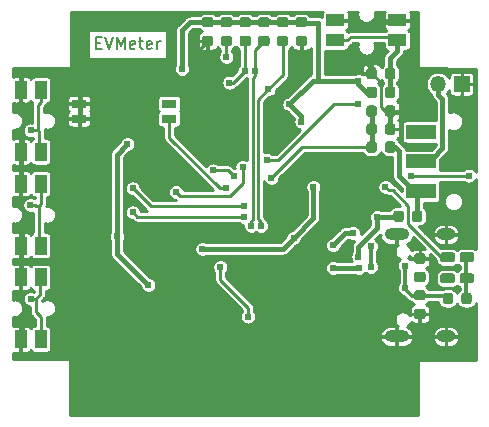
<source format=gbr>
G04 #@! TF.GenerationSoftware,KiCad,Pcbnew,(5.1.5)-2*
G04 #@! TF.CreationDate,2020-06-18T10:42:50+08:00*
G04 #@! TF.ProjectId,EVMeter_V2.0,45564d65-7465-4725-9f56-322e302e6b69,rev?*
G04 #@! TF.SameCoordinates,Original*
G04 #@! TF.FileFunction,Copper,L1,Top*
G04 #@! TF.FilePolarity,Positive*
%FSLAX46Y46*%
G04 Gerber Fmt 4.6, Leading zero omitted, Abs format (unit mm)*
G04 Created by KiCad (PCBNEW (5.1.5)-2) date 2020-06-18 10:42:50*
%MOMM*%
%LPD*%
G04 APERTURE LIST*
%ADD10C,0.150000*%
%ADD11R,1.270000X0.760000*%
%ADD12C,0.100000*%
%ADD13O,1.350000X1.350000*%
%ADD14R,1.350000X1.350000*%
%ADD15O,2.100000X1.000000*%
%ADD16O,1.600000X1.000000*%
%ADD17R,2.500000X1.250000*%
%ADD18R,1.000000X1.550000*%
%ADD19R,1.550000X1.000000*%
%ADD20C,0.602000*%
%ADD21C,0.400000*%
%ADD22C,0.300000*%
%ADD23C,0.250000*%
%ADD24C,0.254000*%
G04 APERTURE END LIST*
D10*
X117411833Y-63047571D02*
X117745166Y-63047571D01*
X117888023Y-63571380D02*
X117411833Y-63571380D01*
X117411833Y-62571380D01*
X117888023Y-62571380D01*
X118173738Y-62571380D02*
X118507071Y-63571380D01*
X118840404Y-62571380D01*
X119173738Y-63571380D02*
X119173738Y-62571380D01*
X119507071Y-63285666D01*
X119840404Y-62571380D01*
X119840404Y-63571380D01*
X120697547Y-63523761D02*
X120602309Y-63571380D01*
X120411833Y-63571380D01*
X120316595Y-63523761D01*
X120268976Y-63428523D01*
X120268976Y-63047571D01*
X120316595Y-62952333D01*
X120411833Y-62904714D01*
X120602309Y-62904714D01*
X120697547Y-62952333D01*
X120745166Y-63047571D01*
X120745166Y-63142809D01*
X120268976Y-63238047D01*
X121030880Y-62904714D02*
X121411833Y-62904714D01*
X121173738Y-62571380D02*
X121173738Y-63428523D01*
X121221357Y-63523761D01*
X121316595Y-63571380D01*
X121411833Y-63571380D01*
X122126119Y-63523761D02*
X122030880Y-63571380D01*
X121840404Y-63571380D01*
X121745166Y-63523761D01*
X121697547Y-63428523D01*
X121697547Y-63047571D01*
X121745166Y-62952333D01*
X121840404Y-62904714D01*
X122030880Y-62904714D01*
X122126119Y-62952333D01*
X122173738Y-63047571D01*
X122173738Y-63142809D01*
X121697547Y-63238047D01*
X122602309Y-63571380D02*
X122602309Y-62904714D01*
X122602309Y-63095190D02*
X122649928Y-62999952D01*
X122697547Y-62952333D01*
X122792785Y-62904714D01*
X122888023Y-62904714D01*
D11*
X116014500Y-68199000D03*
X123634500Y-68199000D03*
X116014500Y-69469000D03*
X123634500Y-69469000D03*
G04 #@! TA.AperFunction,SMDPad,CuDef*
D12*
G36*
X135088191Y-62454053D02*
G01*
X135109426Y-62457203D01*
X135130250Y-62462419D01*
X135150462Y-62469651D01*
X135169868Y-62478830D01*
X135188281Y-62489866D01*
X135205524Y-62502654D01*
X135221430Y-62517070D01*
X135235846Y-62532976D01*
X135248634Y-62550219D01*
X135259670Y-62568632D01*
X135268849Y-62588038D01*
X135276081Y-62608250D01*
X135281297Y-62629074D01*
X135284447Y-62650309D01*
X135285500Y-62671750D01*
X135285500Y-63109250D01*
X135284447Y-63130691D01*
X135281297Y-63151926D01*
X135276081Y-63172750D01*
X135268849Y-63192962D01*
X135259670Y-63212368D01*
X135248634Y-63230781D01*
X135235846Y-63248024D01*
X135221430Y-63263930D01*
X135205524Y-63278346D01*
X135188281Y-63291134D01*
X135169868Y-63302170D01*
X135150462Y-63311349D01*
X135130250Y-63318581D01*
X135109426Y-63323797D01*
X135088191Y-63326947D01*
X135066750Y-63328000D01*
X134554250Y-63328000D01*
X134532809Y-63326947D01*
X134511574Y-63323797D01*
X134490750Y-63318581D01*
X134470538Y-63311349D01*
X134451132Y-63302170D01*
X134432719Y-63291134D01*
X134415476Y-63278346D01*
X134399570Y-63263930D01*
X134385154Y-63248024D01*
X134372366Y-63230781D01*
X134361330Y-63212368D01*
X134352151Y-63192962D01*
X134344919Y-63172750D01*
X134339703Y-63151926D01*
X134336553Y-63130691D01*
X134335500Y-63109250D01*
X134335500Y-62671750D01*
X134336553Y-62650309D01*
X134339703Y-62629074D01*
X134344919Y-62608250D01*
X134352151Y-62588038D01*
X134361330Y-62568632D01*
X134372366Y-62550219D01*
X134385154Y-62532976D01*
X134399570Y-62517070D01*
X134415476Y-62502654D01*
X134432719Y-62489866D01*
X134451132Y-62478830D01*
X134470538Y-62469651D01*
X134490750Y-62462419D01*
X134511574Y-62457203D01*
X134532809Y-62454053D01*
X134554250Y-62453000D01*
X135066750Y-62453000D01*
X135088191Y-62454053D01*
G37*
G04 #@! TD.AperFunction*
G04 #@! TA.AperFunction,SMDPad,CuDef*
G36*
X135088191Y-60879053D02*
G01*
X135109426Y-60882203D01*
X135130250Y-60887419D01*
X135150462Y-60894651D01*
X135169868Y-60903830D01*
X135188281Y-60914866D01*
X135205524Y-60927654D01*
X135221430Y-60942070D01*
X135235846Y-60957976D01*
X135248634Y-60975219D01*
X135259670Y-60993632D01*
X135268849Y-61013038D01*
X135276081Y-61033250D01*
X135281297Y-61054074D01*
X135284447Y-61075309D01*
X135285500Y-61096750D01*
X135285500Y-61534250D01*
X135284447Y-61555691D01*
X135281297Y-61576926D01*
X135276081Y-61597750D01*
X135268849Y-61617962D01*
X135259670Y-61637368D01*
X135248634Y-61655781D01*
X135235846Y-61673024D01*
X135221430Y-61688930D01*
X135205524Y-61703346D01*
X135188281Y-61716134D01*
X135169868Y-61727170D01*
X135150462Y-61736349D01*
X135130250Y-61743581D01*
X135109426Y-61748797D01*
X135088191Y-61751947D01*
X135066750Y-61753000D01*
X134554250Y-61753000D01*
X134532809Y-61751947D01*
X134511574Y-61748797D01*
X134490750Y-61743581D01*
X134470538Y-61736349D01*
X134451132Y-61727170D01*
X134432719Y-61716134D01*
X134415476Y-61703346D01*
X134399570Y-61688930D01*
X134385154Y-61673024D01*
X134372366Y-61655781D01*
X134361330Y-61637368D01*
X134352151Y-61617962D01*
X134344919Y-61597750D01*
X134339703Y-61576926D01*
X134336553Y-61555691D01*
X134335500Y-61534250D01*
X134335500Y-61096750D01*
X134336553Y-61075309D01*
X134339703Y-61054074D01*
X134344919Y-61033250D01*
X134352151Y-61013038D01*
X134361330Y-60993632D01*
X134372366Y-60975219D01*
X134385154Y-60957976D01*
X134399570Y-60942070D01*
X134415476Y-60927654D01*
X134432719Y-60914866D01*
X134451132Y-60903830D01*
X134470538Y-60894651D01*
X134490750Y-60887419D01*
X134511574Y-60882203D01*
X134532809Y-60879053D01*
X134554250Y-60878000D01*
X135066750Y-60878000D01*
X135088191Y-60879053D01*
G37*
G04 #@! TD.AperFunction*
G04 #@! TA.AperFunction,SMDPad,CuDef*
G36*
X127150691Y-62454053D02*
G01*
X127171926Y-62457203D01*
X127192750Y-62462419D01*
X127212962Y-62469651D01*
X127232368Y-62478830D01*
X127250781Y-62489866D01*
X127268024Y-62502654D01*
X127283930Y-62517070D01*
X127298346Y-62532976D01*
X127311134Y-62550219D01*
X127322170Y-62568632D01*
X127331349Y-62588038D01*
X127338581Y-62608250D01*
X127343797Y-62629074D01*
X127346947Y-62650309D01*
X127348000Y-62671750D01*
X127348000Y-63109250D01*
X127346947Y-63130691D01*
X127343797Y-63151926D01*
X127338581Y-63172750D01*
X127331349Y-63192962D01*
X127322170Y-63212368D01*
X127311134Y-63230781D01*
X127298346Y-63248024D01*
X127283930Y-63263930D01*
X127268024Y-63278346D01*
X127250781Y-63291134D01*
X127232368Y-63302170D01*
X127212962Y-63311349D01*
X127192750Y-63318581D01*
X127171926Y-63323797D01*
X127150691Y-63326947D01*
X127129250Y-63328000D01*
X126616750Y-63328000D01*
X126595309Y-63326947D01*
X126574074Y-63323797D01*
X126553250Y-63318581D01*
X126533038Y-63311349D01*
X126513632Y-63302170D01*
X126495219Y-63291134D01*
X126477976Y-63278346D01*
X126462070Y-63263930D01*
X126447654Y-63248024D01*
X126434866Y-63230781D01*
X126423830Y-63212368D01*
X126414651Y-63192962D01*
X126407419Y-63172750D01*
X126402203Y-63151926D01*
X126399053Y-63130691D01*
X126398000Y-63109250D01*
X126398000Y-62671750D01*
X126399053Y-62650309D01*
X126402203Y-62629074D01*
X126407419Y-62608250D01*
X126414651Y-62588038D01*
X126423830Y-62568632D01*
X126434866Y-62550219D01*
X126447654Y-62532976D01*
X126462070Y-62517070D01*
X126477976Y-62502654D01*
X126495219Y-62489866D01*
X126513632Y-62478830D01*
X126533038Y-62469651D01*
X126553250Y-62462419D01*
X126574074Y-62457203D01*
X126595309Y-62454053D01*
X126616750Y-62453000D01*
X127129250Y-62453000D01*
X127150691Y-62454053D01*
G37*
G04 #@! TD.AperFunction*
G04 #@! TA.AperFunction,SMDPad,CuDef*
G36*
X127150691Y-60879053D02*
G01*
X127171926Y-60882203D01*
X127192750Y-60887419D01*
X127212962Y-60894651D01*
X127232368Y-60903830D01*
X127250781Y-60914866D01*
X127268024Y-60927654D01*
X127283930Y-60942070D01*
X127298346Y-60957976D01*
X127311134Y-60975219D01*
X127322170Y-60993632D01*
X127331349Y-61013038D01*
X127338581Y-61033250D01*
X127343797Y-61054074D01*
X127346947Y-61075309D01*
X127348000Y-61096750D01*
X127348000Y-61534250D01*
X127346947Y-61555691D01*
X127343797Y-61576926D01*
X127338581Y-61597750D01*
X127331349Y-61617962D01*
X127322170Y-61637368D01*
X127311134Y-61655781D01*
X127298346Y-61673024D01*
X127283930Y-61688930D01*
X127268024Y-61703346D01*
X127250781Y-61716134D01*
X127232368Y-61727170D01*
X127212962Y-61736349D01*
X127192750Y-61743581D01*
X127171926Y-61748797D01*
X127150691Y-61751947D01*
X127129250Y-61753000D01*
X126616750Y-61753000D01*
X126595309Y-61751947D01*
X126574074Y-61748797D01*
X126553250Y-61743581D01*
X126533038Y-61736349D01*
X126513632Y-61727170D01*
X126495219Y-61716134D01*
X126477976Y-61703346D01*
X126462070Y-61688930D01*
X126447654Y-61673024D01*
X126434866Y-61655781D01*
X126423830Y-61637368D01*
X126414651Y-61617962D01*
X126407419Y-61597750D01*
X126402203Y-61576926D01*
X126399053Y-61555691D01*
X126398000Y-61534250D01*
X126398000Y-61096750D01*
X126399053Y-61075309D01*
X126402203Y-61054074D01*
X126407419Y-61033250D01*
X126414651Y-61013038D01*
X126423830Y-60993632D01*
X126434866Y-60975219D01*
X126447654Y-60957976D01*
X126462070Y-60942070D01*
X126477976Y-60927654D01*
X126495219Y-60914866D01*
X126513632Y-60903830D01*
X126533038Y-60894651D01*
X126553250Y-60887419D01*
X126574074Y-60882203D01*
X126595309Y-60879053D01*
X126616750Y-60878000D01*
X127129250Y-60878000D01*
X127150691Y-60879053D01*
G37*
G04 #@! TD.AperFunction*
G04 #@! TA.AperFunction,SMDPad,CuDef*
G36*
X145121191Y-85568053D02*
G01*
X145142426Y-85571203D01*
X145163250Y-85576419D01*
X145183462Y-85583651D01*
X145202868Y-85592830D01*
X145221281Y-85603866D01*
X145238524Y-85616654D01*
X145254430Y-85631070D01*
X145268846Y-85646976D01*
X145281634Y-85664219D01*
X145292670Y-85682632D01*
X145301849Y-85702038D01*
X145309081Y-85722250D01*
X145314297Y-85743074D01*
X145317447Y-85764309D01*
X145318500Y-85785750D01*
X145318500Y-86223250D01*
X145317447Y-86244691D01*
X145314297Y-86265926D01*
X145309081Y-86286750D01*
X145301849Y-86306962D01*
X145292670Y-86326368D01*
X145281634Y-86344781D01*
X145268846Y-86362024D01*
X145254430Y-86377930D01*
X145238524Y-86392346D01*
X145221281Y-86405134D01*
X145202868Y-86416170D01*
X145183462Y-86425349D01*
X145163250Y-86432581D01*
X145142426Y-86437797D01*
X145121191Y-86440947D01*
X145099750Y-86442000D01*
X144587250Y-86442000D01*
X144565809Y-86440947D01*
X144544574Y-86437797D01*
X144523750Y-86432581D01*
X144503538Y-86425349D01*
X144484132Y-86416170D01*
X144465719Y-86405134D01*
X144448476Y-86392346D01*
X144432570Y-86377930D01*
X144418154Y-86362024D01*
X144405366Y-86344781D01*
X144394330Y-86326368D01*
X144385151Y-86306962D01*
X144377919Y-86286750D01*
X144372703Y-86265926D01*
X144369553Y-86244691D01*
X144368500Y-86223250D01*
X144368500Y-85785750D01*
X144369553Y-85764309D01*
X144372703Y-85743074D01*
X144377919Y-85722250D01*
X144385151Y-85702038D01*
X144394330Y-85682632D01*
X144405366Y-85664219D01*
X144418154Y-85646976D01*
X144432570Y-85631070D01*
X144448476Y-85616654D01*
X144465719Y-85603866D01*
X144484132Y-85592830D01*
X144503538Y-85583651D01*
X144523750Y-85576419D01*
X144544574Y-85571203D01*
X144565809Y-85568053D01*
X144587250Y-85567000D01*
X145099750Y-85567000D01*
X145121191Y-85568053D01*
G37*
G04 #@! TD.AperFunction*
G04 #@! TA.AperFunction,SMDPad,CuDef*
G36*
X145121191Y-83993053D02*
G01*
X145142426Y-83996203D01*
X145163250Y-84001419D01*
X145183462Y-84008651D01*
X145202868Y-84017830D01*
X145221281Y-84028866D01*
X145238524Y-84041654D01*
X145254430Y-84056070D01*
X145268846Y-84071976D01*
X145281634Y-84089219D01*
X145292670Y-84107632D01*
X145301849Y-84127038D01*
X145309081Y-84147250D01*
X145314297Y-84168074D01*
X145317447Y-84189309D01*
X145318500Y-84210750D01*
X145318500Y-84648250D01*
X145317447Y-84669691D01*
X145314297Y-84690926D01*
X145309081Y-84711750D01*
X145301849Y-84731962D01*
X145292670Y-84751368D01*
X145281634Y-84769781D01*
X145268846Y-84787024D01*
X145254430Y-84802930D01*
X145238524Y-84817346D01*
X145221281Y-84830134D01*
X145202868Y-84841170D01*
X145183462Y-84850349D01*
X145163250Y-84857581D01*
X145142426Y-84862797D01*
X145121191Y-84865947D01*
X145099750Y-84867000D01*
X144587250Y-84867000D01*
X144565809Y-84865947D01*
X144544574Y-84862797D01*
X144523750Y-84857581D01*
X144503538Y-84850349D01*
X144484132Y-84841170D01*
X144465719Y-84830134D01*
X144448476Y-84817346D01*
X144432570Y-84802930D01*
X144418154Y-84787024D01*
X144405366Y-84769781D01*
X144394330Y-84751368D01*
X144385151Y-84731962D01*
X144377919Y-84711750D01*
X144372703Y-84690926D01*
X144369553Y-84669691D01*
X144368500Y-84648250D01*
X144368500Y-84210750D01*
X144369553Y-84189309D01*
X144372703Y-84168074D01*
X144377919Y-84147250D01*
X144385151Y-84127038D01*
X144394330Y-84107632D01*
X144405366Y-84089219D01*
X144418154Y-84071976D01*
X144432570Y-84056070D01*
X144448476Y-84041654D01*
X144465719Y-84028866D01*
X144484132Y-84017830D01*
X144503538Y-84008651D01*
X144523750Y-84001419D01*
X144544574Y-83996203D01*
X144565809Y-83993053D01*
X144587250Y-83992000D01*
X145099750Y-83992000D01*
X145121191Y-83993053D01*
G37*
G04 #@! TD.AperFunction*
G04 #@! TA.AperFunction,SMDPad,CuDef*
G36*
X142569191Y-68360053D02*
G01*
X142590426Y-68363203D01*
X142611250Y-68368419D01*
X142631462Y-68375651D01*
X142650868Y-68384830D01*
X142669281Y-68395866D01*
X142686524Y-68408654D01*
X142702430Y-68423070D01*
X142716846Y-68438976D01*
X142729634Y-68456219D01*
X142740670Y-68474632D01*
X142749849Y-68494038D01*
X142757081Y-68514250D01*
X142762297Y-68535074D01*
X142765447Y-68556309D01*
X142766500Y-68577750D01*
X142766500Y-69090250D01*
X142765447Y-69111691D01*
X142762297Y-69132926D01*
X142757081Y-69153750D01*
X142749849Y-69173962D01*
X142740670Y-69193368D01*
X142729634Y-69211781D01*
X142716846Y-69229024D01*
X142702430Y-69244930D01*
X142686524Y-69259346D01*
X142669281Y-69272134D01*
X142650868Y-69283170D01*
X142631462Y-69292349D01*
X142611250Y-69299581D01*
X142590426Y-69304797D01*
X142569191Y-69307947D01*
X142547750Y-69309000D01*
X142110250Y-69309000D01*
X142088809Y-69307947D01*
X142067574Y-69304797D01*
X142046750Y-69299581D01*
X142026538Y-69292349D01*
X142007132Y-69283170D01*
X141988719Y-69272134D01*
X141971476Y-69259346D01*
X141955570Y-69244930D01*
X141941154Y-69229024D01*
X141928366Y-69211781D01*
X141917330Y-69193368D01*
X141908151Y-69173962D01*
X141900919Y-69153750D01*
X141895703Y-69132926D01*
X141892553Y-69111691D01*
X141891500Y-69090250D01*
X141891500Y-68577750D01*
X141892553Y-68556309D01*
X141895703Y-68535074D01*
X141900919Y-68514250D01*
X141908151Y-68494038D01*
X141917330Y-68474632D01*
X141928366Y-68456219D01*
X141941154Y-68438976D01*
X141955570Y-68423070D01*
X141971476Y-68408654D01*
X141988719Y-68395866D01*
X142007132Y-68384830D01*
X142026538Y-68375651D01*
X142046750Y-68368419D01*
X142067574Y-68363203D01*
X142088809Y-68360053D01*
X142110250Y-68359000D01*
X142547750Y-68359000D01*
X142569191Y-68360053D01*
G37*
G04 #@! TD.AperFunction*
G04 #@! TA.AperFunction,SMDPad,CuDef*
G36*
X140994191Y-68360053D02*
G01*
X141015426Y-68363203D01*
X141036250Y-68368419D01*
X141056462Y-68375651D01*
X141075868Y-68384830D01*
X141094281Y-68395866D01*
X141111524Y-68408654D01*
X141127430Y-68423070D01*
X141141846Y-68438976D01*
X141154634Y-68456219D01*
X141165670Y-68474632D01*
X141174849Y-68494038D01*
X141182081Y-68514250D01*
X141187297Y-68535074D01*
X141190447Y-68556309D01*
X141191500Y-68577750D01*
X141191500Y-69090250D01*
X141190447Y-69111691D01*
X141187297Y-69132926D01*
X141182081Y-69153750D01*
X141174849Y-69173962D01*
X141165670Y-69193368D01*
X141154634Y-69211781D01*
X141141846Y-69229024D01*
X141127430Y-69244930D01*
X141111524Y-69259346D01*
X141094281Y-69272134D01*
X141075868Y-69283170D01*
X141056462Y-69292349D01*
X141036250Y-69299581D01*
X141015426Y-69304797D01*
X140994191Y-69307947D01*
X140972750Y-69309000D01*
X140535250Y-69309000D01*
X140513809Y-69307947D01*
X140492574Y-69304797D01*
X140471750Y-69299581D01*
X140451538Y-69292349D01*
X140432132Y-69283170D01*
X140413719Y-69272134D01*
X140396476Y-69259346D01*
X140380570Y-69244930D01*
X140366154Y-69229024D01*
X140353366Y-69211781D01*
X140342330Y-69193368D01*
X140333151Y-69173962D01*
X140325919Y-69153750D01*
X140320703Y-69132926D01*
X140317553Y-69111691D01*
X140316500Y-69090250D01*
X140316500Y-68577750D01*
X140317553Y-68556309D01*
X140320703Y-68535074D01*
X140325919Y-68514250D01*
X140333151Y-68494038D01*
X140342330Y-68474632D01*
X140353366Y-68456219D01*
X140366154Y-68438976D01*
X140380570Y-68423070D01*
X140396476Y-68408654D01*
X140413719Y-68395866D01*
X140432132Y-68384830D01*
X140451538Y-68375651D01*
X140471750Y-68368419D01*
X140492574Y-68363203D01*
X140513809Y-68360053D01*
X140535250Y-68359000D01*
X140972750Y-68359000D01*
X140994191Y-68360053D01*
G37*
G04 #@! TD.AperFunction*
G04 #@! TA.AperFunction,SMDPad,CuDef*
G36*
X140994191Y-65185053D02*
G01*
X141015426Y-65188203D01*
X141036250Y-65193419D01*
X141056462Y-65200651D01*
X141075868Y-65209830D01*
X141094281Y-65220866D01*
X141111524Y-65233654D01*
X141127430Y-65248070D01*
X141141846Y-65263976D01*
X141154634Y-65281219D01*
X141165670Y-65299632D01*
X141174849Y-65319038D01*
X141182081Y-65339250D01*
X141187297Y-65360074D01*
X141190447Y-65381309D01*
X141191500Y-65402750D01*
X141191500Y-65915250D01*
X141190447Y-65936691D01*
X141187297Y-65957926D01*
X141182081Y-65978750D01*
X141174849Y-65998962D01*
X141165670Y-66018368D01*
X141154634Y-66036781D01*
X141141846Y-66054024D01*
X141127430Y-66069930D01*
X141111524Y-66084346D01*
X141094281Y-66097134D01*
X141075868Y-66108170D01*
X141056462Y-66117349D01*
X141036250Y-66124581D01*
X141015426Y-66129797D01*
X140994191Y-66132947D01*
X140972750Y-66134000D01*
X140535250Y-66134000D01*
X140513809Y-66132947D01*
X140492574Y-66129797D01*
X140471750Y-66124581D01*
X140451538Y-66117349D01*
X140432132Y-66108170D01*
X140413719Y-66097134D01*
X140396476Y-66084346D01*
X140380570Y-66069930D01*
X140366154Y-66054024D01*
X140353366Y-66036781D01*
X140342330Y-66018368D01*
X140333151Y-65998962D01*
X140325919Y-65978750D01*
X140320703Y-65957926D01*
X140317553Y-65936691D01*
X140316500Y-65915250D01*
X140316500Y-65402750D01*
X140317553Y-65381309D01*
X140320703Y-65360074D01*
X140325919Y-65339250D01*
X140333151Y-65319038D01*
X140342330Y-65299632D01*
X140353366Y-65281219D01*
X140366154Y-65263976D01*
X140380570Y-65248070D01*
X140396476Y-65233654D01*
X140413719Y-65220866D01*
X140432132Y-65209830D01*
X140451538Y-65200651D01*
X140471750Y-65193419D01*
X140492574Y-65188203D01*
X140513809Y-65185053D01*
X140535250Y-65184000D01*
X140972750Y-65184000D01*
X140994191Y-65185053D01*
G37*
G04 #@! TD.AperFunction*
G04 #@! TA.AperFunction,SMDPad,CuDef*
G36*
X142569191Y-65185053D02*
G01*
X142590426Y-65188203D01*
X142611250Y-65193419D01*
X142631462Y-65200651D01*
X142650868Y-65209830D01*
X142669281Y-65220866D01*
X142686524Y-65233654D01*
X142702430Y-65248070D01*
X142716846Y-65263976D01*
X142729634Y-65281219D01*
X142740670Y-65299632D01*
X142749849Y-65319038D01*
X142757081Y-65339250D01*
X142762297Y-65360074D01*
X142765447Y-65381309D01*
X142766500Y-65402750D01*
X142766500Y-65915250D01*
X142765447Y-65936691D01*
X142762297Y-65957926D01*
X142757081Y-65978750D01*
X142749849Y-65998962D01*
X142740670Y-66018368D01*
X142729634Y-66036781D01*
X142716846Y-66054024D01*
X142702430Y-66069930D01*
X142686524Y-66084346D01*
X142669281Y-66097134D01*
X142650868Y-66108170D01*
X142631462Y-66117349D01*
X142611250Y-66124581D01*
X142590426Y-66129797D01*
X142569191Y-66132947D01*
X142547750Y-66134000D01*
X142110250Y-66134000D01*
X142088809Y-66132947D01*
X142067574Y-66129797D01*
X142046750Y-66124581D01*
X142026538Y-66117349D01*
X142007132Y-66108170D01*
X141988719Y-66097134D01*
X141971476Y-66084346D01*
X141955570Y-66069930D01*
X141941154Y-66054024D01*
X141928366Y-66036781D01*
X141917330Y-66018368D01*
X141908151Y-65998962D01*
X141900919Y-65978750D01*
X141895703Y-65957926D01*
X141892553Y-65936691D01*
X141891500Y-65915250D01*
X141891500Y-65402750D01*
X141892553Y-65381309D01*
X141895703Y-65360074D01*
X141900919Y-65339250D01*
X141908151Y-65319038D01*
X141917330Y-65299632D01*
X141928366Y-65281219D01*
X141941154Y-65263976D01*
X141955570Y-65248070D01*
X141971476Y-65233654D01*
X141988719Y-65220866D01*
X142007132Y-65209830D01*
X142026538Y-65200651D01*
X142046750Y-65193419D01*
X142067574Y-65188203D01*
X142088809Y-65185053D01*
X142110250Y-65184000D01*
X142547750Y-65184000D01*
X142569191Y-65185053D01*
G37*
G04 #@! TD.AperFunction*
G04 #@! TA.AperFunction,SMDPad,CuDef*
G36*
X149233329Y-80776023D02*
G01*
X149253957Y-80779083D01*
X149274185Y-80784150D01*
X149293820Y-80791176D01*
X149312672Y-80800092D01*
X149330559Y-80810813D01*
X149347309Y-80823235D01*
X149362760Y-80837240D01*
X149376765Y-80852691D01*
X149389187Y-80869441D01*
X149399908Y-80887328D01*
X149408824Y-80906180D01*
X149415850Y-80925815D01*
X149420917Y-80946043D01*
X149423977Y-80966671D01*
X149425000Y-80987500D01*
X149425000Y-81412500D01*
X149423977Y-81433329D01*
X149420917Y-81453957D01*
X149415850Y-81474185D01*
X149408824Y-81493820D01*
X149399908Y-81512672D01*
X149389187Y-81530559D01*
X149376765Y-81547309D01*
X149362760Y-81562760D01*
X149347309Y-81576765D01*
X149330559Y-81589187D01*
X149312672Y-81599908D01*
X149293820Y-81608824D01*
X149274185Y-81615850D01*
X149253957Y-81620917D01*
X149233329Y-81623977D01*
X149212500Y-81625000D01*
X148412500Y-81625000D01*
X148391671Y-81623977D01*
X148371043Y-81620917D01*
X148350815Y-81615850D01*
X148331180Y-81608824D01*
X148312328Y-81599908D01*
X148294441Y-81589187D01*
X148277691Y-81576765D01*
X148262240Y-81562760D01*
X148248235Y-81547309D01*
X148235813Y-81530559D01*
X148225092Y-81512672D01*
X148216176Y-81493820D01*
X148209150Y-81474185D01*
X148204083Y-81453957D01*
X148201023Y-81433329D01*
X148200000Y-81412500D01*
X148200000Y-80987500D01*
X148201023Y-80966671D01*
X148204083Y-80946043D01*
X148209150Y-80925815D01*
X148216176Y-80906180D01*
X148225092Y-80887328D01*
X148235813Y-80869441D01*
X148248235Y-80852691D01*
X148262240Y-80837240D01*
X148277691Y-80823235D01*
X148294441Y-80810813D01*
X148312328Y-80800092D01*
X148331180Y-80791176D01*
X148350815Y-80784150D01*
X148371043Y-80779083D01*
X148391671Y-80776023D01*
X148412500Y-80775000D01*
X149212500Y-80775000D01*
X149233329Y-80776023D01*
G37*
G04 #@! TD.AperFunction*
G04 #@! TA.AperFunction,SMDPad,CuDef*
G36*
X147608329Y-80776023D02*
G01*
X147628957Y-80779083D01*
X147649185Y-80784150D01*
X147668820Y-80791176D01*
X147687672Y-80800092D01*
X147705559Y-80810813D01*
X147722309Y-80823235D01*
X147737760Y-80837240D01*
X147751765Y-80852691D01*
X147764187Y-80869441D01*
X147774908Y-80887328D01*
X147783824Y-80906180D01*
X147790850Y-80925815D01*
X147795917Y-80946043D01*
X147798977Y-80966671D01*
X147800000Y-80987500D01*
X147800000Y-81412500D01*
X147798977Y-81433329D01*
X147795917Y-81453957D01*
X147790850Y-81474185D01*
X147783824Y-81493820D01*
X147774908Y-81512672D01*
X147764187Y-81530559D01*
X147751765Y-81547309D01*
X147737760Y-81562760D01*
X147722309Y-81576765D01*
X147705559Y-81589187D01*
X147687672Y-81599908D01*
X147668820Y-81608824D01*
X147649185Y-81615850D01*
X147628957Y-81620917D01*
X147608329Y-81623977D01*
X147587500Y-81625000D01*
X146787500Y-81625000D01*
X146766671Y-81623977D01*
X146746043Y-81620917D01*
X146725815Y-81615850D01*
X146706180Y-81608824D01*
X146687328Y-81599908D01*
X146669441Y-81589187D01*
X146652691Y-81576765D01*
X146637240Y-81562760D01*
X146623235Y-81547309D01*
X146610813Y-81530559D01*
X146600092Y-81512672D01*
X146591176Y-81493820D01*
X146584150Y-81474185D01*
X146579083Y-81453957D01*
X146576023Y-81433329D01*
X146575000Y-81412500D01*
X146575000Y-80987500D01*
X146576023Y-80966671D01*
X146579083Y-80946043D01*
X146584150Y-80925815D01*
X146591176Y-80906180D01*
X146600092Y-80887328D01*
X146610813Y-80869441D01*
X146623235Y-80852691D01*
X146637240Y-80837240D01*
X146652691Y-80823235D01*
X146669441Y-80810813D01*
X146687328Y-80800092D01*
X146706180Y-80791176D01*
X146725815Y-80784150D01*
X146746043Y-80779083D01*
X146766671Y-80776023D01*
X146787500Y-80775000D01*
X147587500Y-80775000D01*
X147608329Y-80776023D01*
G37*
G04 #@! TD.AperFunction*
G04 #@! TA.AperFunction,SMDPad,CuDef*
G36*
X149233329Y-82576023D02*
G01*
X149253957Y-82579083D01*
X149274185Y-82584150D01*
X149293820Y-82591176D01*
X149312672Y-82600092D01*
X149330559Y-82610813D01*
X149347309Y-82623235D01*
X149362760Y-82637240D01*
X149376765Y-82652691D01*
X149389187Y-82669441D01*
X149399908Y-82687328D01*
X149408824Y-82706180D01*
X149415850Y-82725815D01*
X149420917Y-82746043D01*
X149423977Y-82766671D01*
X149425000Y-82787500D01*
X149425000Y-83212500D01*
X149423977Y-83233329D01*
X149420917Y-83253957D01*
X149415850Y-83274185D01*
X149408824Y-83293820D01*
X149399908Y-83312672D01*
X149389187Y-83330559D01*
X149376765Y-83347309D01*
X149362760Y-83362760D01*
X149347309Y-83376765D01*
X149330559Y-83389187D01*
X149312672Y-83399908D01*
X149293820Y-83408824D01*
X149274185Y-83415850D01*
X149253957Y-83420917D01*
X149233329Y-83423977D01*
X149212500Y-83425000D01*
X148412500Y-83425000D01*
X148391671Y-83423977D01*
X148371043Y-83420917D01*
X148350815Y-83415850D01*
X148331180Y-83408824D01*
X148312328Y-83399908D01*
X148294441Y-83389187D01*
X148277691Y-83376765D01*
X148262240Y-83362760D01*
X148248235Y-83347309D01*
X148235813Y-83330559D01*
X148225092Y-83312672D01*
X148216176Y-83293820D01*
X148209150Y-83274185D01*
X148204083Y-83253957D01*
X148201023Y-83233329D01*
X148200000Y-83212500D01*
X148200000Y-82787500D01*
X148201023Y-82766671D01*
X148204083Y-82746043D01*
X148209150Y-82725815D01*
X148216176Y-82706180D01*
X148225092Y-82687328D01*
X148235813Y-82669441D01*
X148248235Y-82652691D01*
X148262240Y-82637240D01*
X148277691Y-82623235D01*
X148294441Y-82610813D01*
X148312328Y-82600092D01*
X148331180Y-82591176D01*
X148350815Y-82584150D01*
X148371043Y-82579083D01*
X148391671Y-82576023D01*
X148412500Y-82575000D01*
X149212500Y-82575000D01*
X149233329Y-82576023D01*
G37*
G04 #@! TD.AperFunction*
G04 #@! TA.AperFunction,SMDPad,CuDef*
G36*
X147608329Y-82576023D02*
G01*
X147628957Y-82579083D01*
X147649185Y-82584150D01*
X147668820Y-82591176D01*
X147687672Y-82600092D01*
X147705559Y-82610813D01*
X147722309Y-82623235D01*
X147737760Y-82637240D01*
X147751765Y-82652691D01*
X147764187Y-82669441D01*
X147774908Y-82687328D01*
X147783824Y-82706180D01*
X147790850Y-82725815D01*
X147795917Y-82746043D01*
X147798977Y-82766671D01*
X147800000Y-82787500D01*
X147800000Y-83212500D01*
X147798977Y-83233329D01*
X147795917Y-83253957D01*
X147790850Y-83274185D01*
X147783824Y-83293820D01*
X147774908Y-83312672D01*
X147764187Y-83330559D01*
X147751765Y-83347309D01*
X147737760Y-83362760D01*
X147722309Y-83376765D01*
X147705559Y-83389187D01*
X147687672Y-83399908D01*
X147668820Y-83408824D01*
X147649185Y-83415850D01*
X147628957Y-83420917D01*
X147608329Y-83423977D01*
X147587500Y-83425000D01*
X146787500Y-83425000D01*
X146766671Y-83423977D01*
X146746043Y-83420917D01*
X146725815Y-83415850D01*
X146706180Y-83408824D01*
X146687328Y-83399908D01*
X146669441Y-83389187D01*
X146652691Y-83376765D01*
X146637240Y-83362760D01*
X146623235Y-83347309D01*
X146610813Y-83330559D01*
X146600092Y-83312672D01*
X146591176Y-83293820D01*
X146584150Y-83274185D01*
X146579083Y-83253957D01*
X146576023Y-83233329D01*
X146575000Y-83212500D01*
X146575000Y-82787500D01*
X146576023Y-82766671D01*
X146579083Y-82746043D01*
X146584150Y-82725815D01*
X146591176Y-82706180D01*
X146600092Y-82687328D01*
X146610813Y-82669441D01*
X146623235Y-82652691D01*
X146637240Y-82637240D01*
X146652691Y-82623235D01*
X146669441Y-82610813D01*
X146687328Y-82600092D01*
X146706180Y-82591176D01*
X146725815Y-82584150D01*
X146746043Y-82579083D01*
X146766671Y-82576023D01*
X146787500Y-82575000D01*
X147587500Y-82575000D01*
X147608329Y-82576023D01*
G37*
G04 #@! TD.AperFunction*
D13*
X146399500Y-66548000D03*
D14*
X148399500Y-66548000D03*
D15*
X142870000Y-87920000D03*
X142870000Y-79280000D03*
D16*
X147050000Y-79280000D03*
X147050000Y-87920000D03*
G04 #@! TA.AperFunction,SMDPad,CuDef*
D12*
G36*
X147452691Y-84226053D02*
G01*
X147473926Y-84229203D01*
X147494750Y-84234419D01*
X147514962Y-84241651D01*
X147534368Y-84250830D01*
X147552781Y-84261866D01*
X147570024Y-84274654D01*
X147585930Y-84289070D01*
X147600346Y-84304976D01*
X147613134Y-84322219D01*
X147624170Y-84340632D01*
X147633349Y-84360038D01*
X147640581Y-84380250D01*
X147645797Y-84401074D01*
X147648947Y-84422309D01*
X147650000Y-84443750D01*
X147650000Y-84956250D01*
X147648947Y-84977691D01*
X147645797Y-84998926D01*
X147640581Y-85019750D01*
X147633349Y-85039962D01*
X147624170Y-85059368D01*
X147613134Y-85077781D01*
X147600346Y-85095024D01*
X147585930Y-85110930D01*
X147570024Y-85125346D01*
X147552781Y-85138134D01*
X147534368Y-85149170D01*
X147514962Y-85158349D01*
X147494750Y-85165581D01*
X147473926Y-85170797D01*
X147452691Y-85173947D01*
X147431250Y-85175000D01*
X146993750Y-85175000D01*
X146972309Y-85173947D01*
X146951074Y-85170797D01*
X146930250Y-85165581D01*
X146910038Y-85158349D01*
X146890632Y-85149170D01*
X146872219Y-85138134D01*
X146854976Y-85125346D01*
X146839070Y-85110930D01*
X146824654Y-85095024D01*
X146811866Y-85077781D01*
X146800830Y-85059368D01*
X146791651Y-85039962D01*
X146784419Y-85019750D01*
X146779203Y-84998926D01*
X146776053Y-84977691D01*
X146775000Y-84956250D01*
X146775000Y-84443750D01*
X146776053Y-84422309D01*
X146779203Y-84401074D01*
X146784419Y-84380250D01*
X146791651Y-84360038D01*
X146800830Y-84340632D01*
X146811866Y-84322219D01*
X146824654Y-84304976D01*
X146839070Y-84289070D01*
X146854976Y-84274654D01*
X146872219Y-84261866D01*
X146890632Y-84250830D01*
X146910038Y-84241651D01*
X146930250Y-84234419D01*
X146951074Y-84229203D01*
X146972309Y-84226053D01*
X146993750Y-84225000D01*
X147431250Y-84225000D01*
X147452691Y-84226053D01*
G37*
G04 #@! TD.AperFunction*
G04 #@! TA.AperFunction,SMDPad,CuDef*
G36*
X149027691Y-84226053D02*
G01*
X149048926Y-84229203D01*
X149069750Y-84234419D01*
X149089962Y-84241651D01*
X149109368Y-84250830D01*
X149127781Y-84261866D01*
X149145024Y-84274654D01*
X149160930Y-84289070D01*
X149175346Y-84304976D01*
X149188134Y-84322219D01*
X149199170Y-84340632D01*
X149208349Y-84360038D01*
X149215581Y-84380250D01*
X149220797Y-84401074D01*
X149223947Y-84422309D01*
X149225000Y-84443750D01*
X149225000Y-84956250D01*
X149223947Y-84977691D01*
X149220797Y-84998926D01*
X149215581Y-85019750D01*
X149208349Y-85039962D01*
X149199170Y-85059368D01*
X149188134Y-85077781D01*
X149175346Y-85095024D01*
X149160930Y-85110930D01*
X149145024Y-85125346D01*
X149127781Y-85138134D01*
X149109368Y-85149170D01*
X149089962Y-85158349D01*
X149069750Y-85165581D01*
X149048926Y-85170797D01*
X149027691Y-85173947D01*
X149006250Y-85175000D01*
X148568750Y-85175000D01*
X148547309Y-85173947D01*
X148526074Y-85170797D01*
X148505250Y-85165581D01*
X148485038Y-85158349D01*
X148465632Y-85149170D01*
X148447219Y-85138134D01*
X148429976Y-85125346D01*
X148414070Y-85110930D01*
X148399654Y-85095024D01*
X148386866Y-85077781D01*
X148375830Y-85059368D01*
X148366651Y-85039962D01*
X148359419Y-85019750D01*
X148354203Y-84998926D01*
X148351053Y-84977691D01*
X148350000Y-84956250D01*
X148350000Y-84443750D01*
X148351053Y-84422309D01*
X148354203Y-84401074D01*
X148359419Y-84380250D01*
X148366651Y-84360038D01*
X148375830Y-84340632D01*
X148386866Y-84322219D01*
X148399654Y-84304976D01*
X148414070Y-84289070D01*
X148429976Y-84274654D01*
X148447219Y-84261866D01*
X148465632Y-84250830D01*
X148485038Y-84241651D01*
X148505250Y-84234419D01*
X148526074Y-84229203D01*
X148547309Y-84226053D01*
X148568750Y-84225000D01*
X149006250Y-84225000D01*
X149027691Y-84226053D01*
G37*
G04 #@! TD.AperFunction*
G04 #@! TA.AperFunction,SMDPad,CuDef*
G36*
X143278191Y-77262553D02*
G01*
X143299426Y-77265703D01*
X143320250Y-77270919D01*
X143340462Y-77278151D01*
X143359868Y-77287330D01*
X143378281Y-77298366D01*
X143395524Y-77311154D01*
X143411430Y-77325570D01*
X143425846Y-77341476D01*
X143438634Y-77358719D01*
X143449670Y-77377132D01*
X143458849Y-77396538D01*
X143466081Y-77416750D01*
X143471297Y-77437574D01*
X143474447Y-77458809D01*
X143475500Y-77480250D01*
X143475500Y-77992750D01*
X143474447Y-78014191D01*
X143471297Y-78035426D01*
X143466081Y-78056250D01*
X143458849Y-78076462D01*
X143449670Y-78095868D01*
X143438634Y-78114281D01*
X143425846Y-78131524D01*
X143411430Y-78147430D01*
X143395524Y-78161846D01*
X143378281Y-78174634D01*
X143359868Y-78185670D01*
X143340462Y-78194849D01*
X143320250Y-78202081D01*
X143299426Y-78207297D01*
X143278191Y-78210447D01*
X143256750Y-78211500D01*
X142819250Y-78211500D01*
X142797809Y-78210447D01*
X142776574Y-78207297D01*
X142755750Y-78202081D01*
X142735538Y-78194849D01*
X142716132Y-78185670D01*
X142697719Y-78174634D01*
X142680476Y-78161846D01*
X142664570Y-78147430D01*
X142650154Y-78131524D01*
X142637366Y-78114281D01*
X142626330Y-78095868D01*
X142617151Y-78076462D01*
X142609919Y-78056250D01*
X142604703Y-78035426D01*
X142601553Y-78014191D01*
X142600500Y-77992750D01*
X142600500Y-77480250D01*
X142601553Y-77458809D01*
X142604703Y-77437574D01*
X142609919Y-77416750D01*
X142617151Y-77396538D01*
X142626330Y-77377132D01*
X142637366Y-77358719D01*
X142650154Y-77341476D01*
X142664570Y-77325570D01*
X142680476Y-77311154D01*
X142697719Y-77298366D01*
X142716132Y-77287330D01*
X142735538Y-77278151D01*
X142755750Y-77270919D01*
X142776574Y-77265703D01*
X142797809Y-77262553D01*
X142819250Y-77261500D01*
X143256750Y-77261500D01*
X143278191Y-77262553D01*
G37*
G04 #@! TD.AperFunction*
G04 #@! TA.AperFunction,SMDPad,CuDef*
G36*
X144853191Y-77262553D02*
G01*
X144874426Y-77265703D01*
X144895250Y-77270919D01*
X144915462Y-77278151D01*
X144934868Y-77287330D01*
X144953281Y-77298366D01*
X144970524Y-77311154D01*
X144986430Y-77325570D01*
X145000846Y-77341476D01*
X145013634Y-77358719D01*
X145024670Y-77377132D01*
X145033849Y-77396538D01*
X145041081Y-77416750D01*
X145046297Y-77437574D01*
X145049447Y-77458809D01*
X145050500Y-77480250D01*
X145050500Y-77992750D01*
X145049447Y-78014191D01*
X145046297Y-78035426D01*
X145041081Y-78056250D01*
X145033849Y-78076462D01*
X145024670Y-78095868D01*
X145013634Y-78114281D01*
X145000846Y-78131524D01*
X144986430Y-78147430D01*
X144970524Y-78161846D01*
X144953281Y-78174634D01*
X144934868Y-78185670D01*
X144915462Y-78194849D01*
X144895250Y-78202081D01*
X144874426Y-78207297D01*
X144853191Y-78210447D01*
X144831750Y-78211500D01*
X144394250Y-78211500D01*
X144372809Y-78210447D01*
X144351574Y-78207297D01*
X144330750Y-78202081D01*
X144310538Y-78194849D01*
X144291132Y-78185670D01*
X144272719Y-78174634D01*
X144255476Y-78161846D01*
X144239570Y-78147430D01*
X144225154Y-78131524D01*
X144212366Y-78114281D01*
X144201330Y-78095868D01*
X144192151Y-78076462D01*
X144184919Y-78056250D01*
X144179703Y-78035426D01*
X144176553Y-78014191D01*
X144175500Y-77992750D01*
X144175500Y-77480250D01*
X144176553Y-77458809D01*
X144179703Y-77437574D01*
X144184919Y-77416750D01*
X144192151Y-77396538D01*
X144201330Y-77377132D01*
X144212366Y-77358719D01*
X144225154Y-77341476D01*
X144239570Y-77325570D01*
X144255476Y-77311154D01*
X144272719Y-77298366D01*
X144291132Y-77287330D01*
X144310538Y-77278151D01*
X144330750Y-77270919D01*
X144351574Y-77265703D01*
X144372809Y-77262553D01*
X144394250Y-77261500D01*
X144831750Y-77261500D01*
X144853191Y-77262553D01*
G37*
G04 #@! TD.AperFunction*
G04 #@! TA.AperFunction,SMDPad,CuDef*
G36*
X131913191Y-62454053D02*
G01*
X131934426Y-62457203D01*
X131955250Y-62462419D01*
X131975462Y-62469651D01*
X131994868Y-62478830D01*
X132013281Y-62489866D01*
X132030524Y-62502654D01*
X132046430Y-62517070D01*
X132060846Y-62532976D01*
X132073634Y-62550219D01*
X132084670Y-62568632D01*
X132093849Y-62588038D01*
X132101081Y-62608250D01*
X132106297Y-62629074D01*
X132109447Y-62650309D01*
X132110500Y-62671750D01*
X132110500Y-63109250D01*
X132109447Y-63130691D01*
X132106297Y-63151926D01*
X132101081Y-63172750D01*
X132093849Y-63192962D01*
X132084670Y-63212368D01*
X132073634Y-63230781D01*
X132060846Y-63248024D01*
X132046430Y-63263930D01*
X132030524Y-63278346D01*
X132013281Y-63291134D01*
X131994868Y-63302170D01*
X131975462Y-63311349D01*
X131955250Y-63318581D01*
X131934426Y-63323797D01*
X131913191Y-63326947D01*
X131891750Y-63328000D01*
X131379250Y-63328000D01*
X131357809Y-63326947D01*
X131336574Y-63323797D01*
X131315750Y-63318581D01*
X131295538Y-63311349D01*
X131276132Y-63302170D01*
X131257719Y-63291134D01*
X131240476Y-63278346D01*
X131224570Y-63263930D01*
X131210154Y-63248024D01*
X131197366Y-63230781D01*
X131186330Y-63212368D01*
X131177151Y-63192962D01*
X131169919Y-63172750D01*
X131164703Y-63151926D01*
X131161553Y-63130691D01*
X131160500Y-63109250D01*
X131160500Y-62671750D01*
X131161553Y-62650309D01*
X131164703Y-62629074D01*
X131169919Y-62608250D01*
X131177151Y-62588038D01*
X131186330Y-62568632D01*
X131197366Y-62550219D01*
X131210154Y-62532976D01*
X131224570Y-62517070D01*
X131240476Y-62502654D01*
X131257719Y-62489866D01*
X131276132Y-62478830D01*
X131295538Y-62469651D01*
X131315750Y-62462419D01*
X131336574Y-62457203D01*
X131357809Y-62454053D01*
X131379250Y-62453000D01*
X131891750Y-62453000D01*
X131913191Y-62454053D01*
G37*
G04 #@! TD.AperFunction*
G04 #@! TA.AperFunction,SMDPad,CuDef*
G36*
X131913191Y-60879053D02*
G01*
X131934426Y-60882203D01*
X131955250Y-60887419D01*
X131975462Y-60894651D01*
X131994868Y-60903830D01*
X132013281Y-60914866D01*
X132030524Y-60927654D01*
X132046430Y-60942070D01*
X132060846Y-60957976D01*
X132073634Y-60975219D01*
X132084670Y-60993632D01*
X132093849Y-61013038D01*
X132101081Y-61033250D01*
X132106297Y-61054074D01*
X132109447Y-61075309D01*
X132110500Y-61096750D01*
X132110500Y-61534250D01*
X132109447Y-61555691D01*
X132106297Y-61576926D01*
X132101081Y-61597750D01*
X132093849Y-61617962D01*
X132084670Y-61637368D01*
X132073634Y-61655781D01*
X132060846Y-61673024D01*
X132046430Y-61688930D01*
X132030524Y-61703346D01*
X132013281Y-61716134D01*
X131994868Y-61727170D01*
X131975462Y-61736349D01*
X131955250Y-61743581D01*
X131934426Y-61748797D01*
X131913191Y-61751947D01*
X131891750Y-61753000D01*
X131379250Y-61753000D01*
X131357809Y-61751947D01*
X131336574Y-61748797D01*
X131315750Y-61743581D01*
X131295538Y-61736349D01*
X131276132Y-61727170D01*
X131257719Y-61716134D01*
X131240476Y-61703346D01*
X131224570Y-61688930D01*
X131210154Y-61673024D01*
X131197366Y-61655781D01*
X131186330Y-61637368D01*
X131177151Y-61617962D01*
X131169919Y-61597750D01*
X131164703Y-61576926D01*
X131161553Y-61555691D01*
X131160500Y-61534250D01*
X131160500Y-61096750D01*
X131161553Y-61075309D01*
X131164703Y-61054074D01*
X131169919Y-61033250D01*
X131177151Y-61013038D01*
X131186330Y-60993632D01*
X131197366Y-60975219D01*
X131210154Y-60957976D01*
X131224570Y-60942070D01*
X131240476Y-60927654D01*
X131257719Y-60914866D01*
X131276132Y-60903830D01*
X131295538Y-60894651D01*
X131315750Y-60887419D01*
X131336574Y-60882203D01*
X131357809Y-60879053D01*
X131379250Y-60878000D01*
X131891750Y-60878000D01*
X131913191Y-60879053D01*
G37*
G04 #@! TD.AperFunction*
G04 #@! TA.AperFunction,SMDPad,CuDef*
G36*
X133500691Y-62454053D02*
G01*
X133521926Y-62457203D01*
X133542750Y-62462419D01*
X133562962Y-62469651D01*
X133582368Y-62478830D01*
X133600781Y-62489866D01*
X133618024Y-62502654D01*
X133633930Y-62517070D01*
X133648346Y-62532976D01*
X133661134Y-62550219D01*
X133672170Y-62568632D01*
X133681349Y-62588038D01*
X133688581Y-62608250D01*
X133693797Y-62629074D01*
X133696947Y-62650309D01*
X133698000Y-62671750D01*
X133698000Y-63109250D01*
X133696947Y-63130691D01*
X133693797Y-63151926D01*
X133688581Y-63172750D01*
X133681349Y-63192962D01*
X133672170Y-63212368D01*
X133661134Y-63230781D01*
X133648346Y-63248024D01*
X133633930Y-63263930D01*
X133618024Y-63278346D01*
X133600781Y-63291134D01*
X133582368Y-63302170D01*
X133562962Y-63311349D01*
X133542750Y-63318581D01*
X133521926Y-63323797D01*
X133500691Y-63326947D01*
X133479250Y-63328000D01*
X132966750Y-63328000D01*
X132945309Y-63326947D01*
X132924074Y-63323797D01*
X132903250Y-63318581D01*
X132883038Y-63311349D01*
X132863632Y-63302170D01*
X132845219Y-63291134D01*
X132827976Y-63278346D01*
X132812070Y-63263930D01*
X132797654Y-63248024D01*
X132784866Y-63230781D01*
X132773830Y-63212368D01*
X132764651Y-63192962D01*
X132757419Y-63172750D01*
X132752203Y-63151926D01*
X132749053Y-63130691D01*
X132748000Y-63109250D01*
X132748000Y-62671750D01*
X132749053Y-62650309D01*
X132752203Y-62629074D01*
X132757419Y-62608250D01*
X132764651Y-62588038D01*
X132773830Y-62568632D01*
X132784866Y-62550219D01*
X132797654Y-62532976D01*
X132812070Y-62517070D01*
X132827976Y-62502654D01*
X132845219Y-62489866D01*
X132863632Y-62478830D01*
X132883038Y-62469651D01*
X132903250Y-62462419D01*
X132924074Y-62457203D01*
X132945309Y-62454053D01*
X132966750Y-62453000D01*
X133479250Y-62453000D01*
X133500691Y-62454053D01*
G37*
G04 #@! TD.AperFunction*
G04 #@! TA.AperFunction,SMDPad,CuDef*
G36*
X133500691Y-60879053D02*
G01*
X133521926Y-60882203D01*
X133542750Y-60887419D01*
X133562962Y-60894651D01*
X133582368Y-60903830D01*
X133600781Y-60914866D01*
X133618024Y-60927654D01*
X133633930Y-60942070D01*
X133648346Y-60957976D01*
X133661134Y-60975219D01*
X133672170Y-60993632D01*
X133681349Y-61013038D01*
X133688581Y-61033250D01*
X133693797Y-61054074D01*
X133696947Y-61075309D01*
X133698000Y-61096750D01*
X133698000Y-61534250D01*
X133696947Y-61555691D01*
X133693797Y-61576926D01*
X133688581Y-61597750D01*
X133681349Y-61617962D01*
X133672170Y-61637368D01*
X133661134Y-61655781D01*
X133648346Y-61673024D01*
X133633930Y-61688930D01*
X133618024Y-61703346D01*
X133600781Y-61716134D01*
X133582368Y-61727170D01*
X133562962Y-61736349D01*
X133542750Y-61743581D01*
X133521926Y-61748797D01*
X133500691Y-61751947D01*
X133479250Y-61753000D01*
X132966750Y-61753000D01*
X132945309Y-61751947D01*
X132924074Y-61748797D01*
X132903250Y-61743581D01*
X132883038Y-61736349D01*
X132863632Y-61727170D01*
X132845219Y-61716134D01*
X132827976Y-61703346D01*
X132812070Y-61688930D01*
X132797654Y-61673024D01*
X132784866Y-61655781D01*
X132773830Y-61637368D01*
X132764651Y-61617962D01*
X132757419Y-61597750D01*
X132752203Y-61576926D01*
X132749053Y-61555691D01*
X132748000Y-61534250D01*
X132748000Y-61096750D01*
X132749053Y-61075309D01*
X132752203Y-61054074D01*
X132757419Y-61033250D01*
X132764651Y-61013038D01*
X132773830Y-60993632D01*
X132784866Y-60975219D01*
X132797654Y-60957976D01*
X132812070Y-60942070D01*
X132827976Y-60927654D01*
X132845219Y-60914866D01*
X132863632Y-60903830D01*
X132883038Y-60894651D01*
X132903250Y-60887419D01*
X132924074Y-60882203D01*
X132945309Y-60879053D01*
X132966750Y-60878000D01*
X133479250Y-60878000D01*
X133500691Y-60879053D01*
G37*
G04 #@! TD.AperFunction*
G04 #@! TA.AperFunction,SMDPad,CuDef*
G36*
X128738191Y-62454053D02*
G01*
X128759426Y-62457203D01*
X128780250Y-62462419D01*
X128800462Y-62469651D01*
X128819868Y-62478830D01*
X128838281Y-62489866D01*
X128855524Y-62502654D01*
X128871430Y-62517070D01*
X128885846Y-62532976D01*
X128898634Y-62550219D01*
X128909670Y-62568632D01*
X128918849Y-62588038D01*
X128926081Y-62608250D01*
X128931297Y-62629074D01*
X128934447Y-62650309D01*
X128935500Y-62671750D01*
X128935500Y-63109250D01*
X128934447Y-63130691D01*
X128931297Y-63151926D01*
X128926081Y-63172750D01*
X128918849Y-63192962D01*
X128909670Y-63212368D01*
X128898634Y-63230781D01*
X128885846Y-63248024D01*
X128871430Y-63263930D01*
X128855524Y-63278346D01*
X128838281Y-63291134D01*
X128819868Y-63302170D01*
X128800462Y-63311349D01*
X128780250Y-63318581D01*
X128759426Y-63323797D01*
X128738191Y-63326947D01*
X128716750Y-63328000D01*
X128204250Y-63328000D01*
X128182809Y-63326947D01*
X128161574Y-63323797D01*
X128140750Y-63318581D01*
X128120538Y-63311349D01*
X128101132Y-63302170D01*
X128082719Y-63291134D01*
X128065476Y-63278346D01*
X128049570Y-63263930D01*
X128035154Y-63248024D01*
X128022366Y-63230781D01*
X128011330Y-63212368D01*
X128002151Y-63192962D01*
X127994919Y-63172750D01*
X127989703Y-63151926D01*
X127986553Y-63130691D01*
X127985500Y-63109250D01*
X127985500Y-62671750D01*
X127986553Y-62650309D01*
X127989703Y-62629074D01*
X127994919Y-62608250D01*
X128002151Y-62588038D01*
X128011330Y-62568632D01*
X128022366Y-62550219D01*
X128035154Y-62532976D01*
X128049570Y-62517070D01*
X128065476Y-62502654D01*
X128082719Y-62489866D01*
X128101132Y-62478830D01*
X128120538Y-62469651D01*
X128140750Y-62462419D01*
X128161574Y-62457203D01*
X128182809Y-62454053D01*
X128204250Y-62453000D01*
X128716750Y-62453000D01*
X128738191Y-62454053D01*
G37*
G04 #@! TD.AperFunction*
G04 #@! TA.AperFunction,SMDPad,CuDef*
G36*
X128738191Y-60879053D02*
G01*
X128759426Y-60882203D01*
X128780250Y-60887419D01*
X128800462Y-60894651D01*
X128819868Y-60903830D01*
X128838281Y-60914866D01*
X128855524Y-60927654D01*
X128871430Y-60942070D01*
X128885846Y-60957976D01*
X128898634Y-60975219D01*
X128909670Y-60993632D01*
X128918849Y-61013038D01*
X128926081Y-61033250D01*
X128931297Y-61054074D01*
X128934447Y-61075309D01*
X128935500Y-61096750D01*
X128935500Y-61534250D01*
X128934447Y-61555691D01*
X128931297Y-61576926D01*
X128926081Y-61597750D01*
X128918849Y-61617962D01*
X128909670Y-61637368D01*
X128898634Y-61655781D01*
X128885846Y-61673024D01*
X128871430Y-61688930D01*
X128855524Y-61703346D01*
X128838281Y-61716134D01*
X128819868Y-61727170D01*
X128800462Y-61736349D01*
X128780250Y-61743581D01*
X128759426Y-61748797D01*
X128738191Y-61751947D01*
X128716750Y-61753000D01*
X128204250Y-61753000D01*
X128182809Y-61751947D01*
X128161574Y-61748797D01*
X128140750Y-61743581D01*
X128120538Y-61736349D01*
X128101132Y-61727170D01*
X128082719Y-61716134D01*
X128065476Y-61703346D01*
X128049570Y-61688930D01*
X128035154Y-61673024D01*
X128022366Y-61655781D01*
X128011330Y-61637368D01*
X128002151Y-61617962D01*
X127994919Y-61597750D01*
X127989703Y-61576926D01*
X127986553Y-61555691D01*
X127985500Y-61534250D01*
X127985500Y-61096750D01*
X127986553Y-61075309D01*
X127989703Y-61054074D01*
X127994919Y-61033250D01*
X128002151Y-61013038D01*
X128011330Y-60993632D01*
X128022366Y-60975219D01*
X128035154Y-60957976D01*
X128049570Y-60942070D01*
X128065476Y-60927654D01*
X128082719Y-60914866D01*
X128101132Y-60903830D01*
X128120538Y-60894651D01*
X128140750Y-60887419D01*
X128161574Y-60882203D01*
X128182809Y-60879053D01*
X128204250Y-60878000D01*
X128716750Y-60878000D01*
X128738191Y-60879053D01*
G37*
G04 #@! TD.AperFunction*
G04 #@! TA.AperFunction,SMDPad,CuDef*
G36*
X130325691Y-62454053D02*
G01*
X130346926Y-62457203D01*
X130367750Y-62462419D01*
X130387962Y-62469651D01*
X130407368Y-62478830D01*
X130425781Y-62489866D01*
X130443024Y-62502654D01*
X130458930Y-62517070D01*
X130473346Y-62532976D01*
X130486134Y-62550219D01*
X130497170Y-62568632D01*
X130506349Y-62588038D01*
X130513581Y-62608250D01*
X130518797Y-62629074D01*
X130521947Y-62650309D01*
X130523000Y-62671750D01*
X130523000Y-63109250D01*
X130521947Y-63130691D01*
X130518797Y-63151926D01*
X130513581Y-63172750D01*
X130506349Y-63192962D01*
X130497170Y-63212368D01*
X130486134Y-63230781D01*
X130473346Y-63248024D01*
X130458930Y-63263930D01*
X130443024Y-63278346D01*
X130425781Y-63291134D01*
X130407368Y-63302170D01*
X130387962Y-63311349D01*
X130367750Y-63318581D01*
X130346926Y-63323797D01*
X130325691Y-63326947D01*
X130304250Y-63328000D01*
X129791750Y-63328000D01*
X129770309Y-63326947D01*
X129749074Y-63323797D01*
X129728250Y-63318581D01*
X129708038Y-63311349D01*
X129688632Y-63302170D01*
X129670219Y-63291134D01*
X129652976Y-63278346D01*
X129637070Y-63263930D01*
X129622654Y-63248024D01*
X129609866Y-63230781D01*
X129598830Y-63212368D01*
X129589651Y-63192962D01*
X129582419Y-63172750D01*
X129577203Y-63151926D01*
X129574053Y-63130691D01*
X129573000Y-63109250D01*
X129573000Y-62671750D01*
X129574053Y-62650309D01*
X129577203Y-62629074D01*
X129582419Y-62608250D01*
X129589651Y-62588038D01*
X129598830Y-62568632D01*
X129609866Y-62550219D01*
X129622654Y-62532976D01*
X129637070Y-62517070D01*
X129652976Y-62502654D01*
X129670219Y-62489866D01*
X129688632Y-62478830D01*
X129708038Y-62469651D01*
X129728250Y-62462419D01*
X129749074Y-62457203D01*
X129770309Y-62454053D01*
X129791750Y-62453000D01*
X130304250Y-62453000D01*
X130325691Y-62454053D01*
G37*
G04 #@! TD.AperFunction*
G04 #@! TA.AperFunction,SMDPad,CuDef*
G36*
X130325691Y-60879053D02*
G01*
X130346926Y-60882203D01*
X130367750Y-60887419D01*
X130387962Y-60894651D01*
X130407368Y-60903830D01*
X130425781Y-60914866D01*
X130443024Y-60927654D01*
X130458930Y-60942070D01*
X130473346Y-60957976D01*
X130486134Y-60975219D01*
X130497170Y-60993632D01*
X130506349Y-61013038D01*
X130513581Y-61033250D01*
X130518797Y-61054074D01*
X130521947Y-61075309D01*
X130523000Y-61096750D01*
X130523000Y-61534250D01*
X130521947Y-61555691D01*
X130518797Y-61576926D01*
X130513581Y-61597750D01*
X130506349Y-61617962D01*
X130497170Y-61637368D01*
X130486134Y-61655781D01*
X130473346Y-61673024D01*
X130458930Y-61688930D01*
X130443024Y-61703346D01*
X130425781Y-61716134D01*
X130407368Y-61727170D01*
X130387962Y-61736349D01*
X130367750Y-61743581D01*
X130346926Y-61748797D01*
X130325691Y-61751947D01*
X130304250Y-61753000D01*
X129791750Y-61753000D01*
X129770309Y-61751947D01*
X129749074Y-61748797D01*
X129728250Y-61743581D01*
X129708038Y-61736349D01*
X129688632Y-61727170D01*
X129670219Y-61716134D01*
X129652976Y-61703346D01*
X129637070Y-61688930D01*
X129622654Y-61673024D01*
X129609866Y-61655781D01*
X129598830Y-61637368D01*
X129589651Y-61617962D01*
X129582419Y-61597750D01*
X129577203Y-61576926D01*
X129574053Y-61555691D01*
X129573000Y-61534250D01*
X129573000Y-61096750D01*
X129574053Y-61075309D01*
X129577203Y-61054074D01*
X129582419Y-61033250D01*
X129589651Y-61013038D01*
X129598830Y-60993632D01*
X129609866Y-60975219D01*
X129622654Y-60957976D01*
X129637070Y-60942070D01*
X129652976Y-60927654D01*
X129670219Y-60914866D01*
X129688632Y-60903830D01*
X129708038Y-60894651D01*
X129728250Y-60887419D01*
X129749074Y-60882203D01*
X129770309Y-60879053D01*
X129791750Y-60878000D01*
X130304250Y-60878000D01*
X130325691Y-60879053D01*
G37*
G04 #@! TD.AperFunction*
G04 #@! TA.AperFunction,SMDPad,CuDef*
G36*
X142569191Y-71408053D02*
G01*
X142590426Y-71411203D01*
X142611250Y-71416419D01*
X142631462Y-71423651D01*
X142650868Y-71432830D01*
X142669281Y-71443866D01*
X142686524Y-71456654D01*
X142702430Y-71471070D01*
X142716846Y-71486976D01*
X142729634Y-71504219D01*
X142740670Y-71522632D01*
X142749849Y-71542038D01*
X142757081Y-71562250D01*
X142762297Y-71583074D01*
X142765447Y-71604309D01*
X142766500Y-71625750D01*
X142766500Y-72138250D01*
X142765447Y-72159691D01*
X142762297Y-72180926D01*
X142757081Y-72201750D01*
X142749849Y-72221962D01*
X142740670Y-72241368D01*
X142729634Y-72259781D01*
X142716846Y-72277024D01*
X142702430Y-72292930D01*
X142686524Y-72307346D01*
X142669281Y-72320134D01*
X142650868Y-72331170D01*
X142631462Y-72340349D01*
X142611250Y-72347581D01*
X142590426Y-72352797D01*
X142569191Y-72355947D01*
X142547750Y-72357000D01*
X142110250Y-72357000D01*
X142088809Y-72355947D01*
X142067574Y-72352797D01*
X142046750Y-72347581D01*
X142026538Y-72340349D01*
X142007132Y-72331170D01*
X141988719Y-72320134D01*
X141971476Y-72307346D01*
X141955570Y-72292930D01*
X141941154Y-72277024D01*
X141928366Y-72259781D01*
X141917330Y-72241368D01*
X141908151Y-72221962D01*
X141900919Y-72201750D01*
X141895703Y-72180926D01*
X141892553Y-72159691D01*
X141891500Y-72138250D01*
X141891500Y-71625750D01*
X141892553Y-71604309D01*
X141895703Y-71583074D01*
X141900919Y-71562250D01*
X141908151Y-71542038D01*
X141917330Y-71522632D01*
X141928366Y-71504219D01*
X141941154Y-71486976D01*
X141955570Y-71471070D01*
X141971476Y-71456654D01*
X141988719Y-71443866D01*
X142007132Y-71432830D01*
X142026538Y-71423651D01*
X142046750Y-71416419D01*
X142067574Y-71411203D01*
X142088809Y-71408053D01*
X142110250Y-71407000D01*
X142547750Y-71407000D01*
X142569191Y-71408053D01*
G37*
G04 #@! TD.AperFunction*
G04 #@! TA.AperFunction,SMDPad,CuDef*
G36*
X140994191Y-71408053D02*
G01*
X141015426Y-71411203D01*
X141036250Y-71416419D01*
X141056462Y-71423651D01*
X141075868Y-71432830D01*
X141094281Y-71443866D01*
X141111524Y-71456654D01*
X141127430Y-71471070D01*
X141141846Y-71486976D01*
X141154634Y-71504219D01*
X141165670Y-71522632D01*
X141174849Y-71542038D01*
X141182081Y-71562250D01*
X141187297Y-71583074D01*
X141190447Y-71604309D01*
X141191500Y-71625750D01*
X141191500Y-72138250D01*
X141190447Y-72159691D01*
X141187297Y-72180926D01*
X141182081Y-72201750D01*
X141174849Y-72221962D01*
X141165670Y-72241368D01*
X141154634Y-72259781D01*
X141141846Y-72277024D01*
X141127430Y-72292930D01*
X141111524Y-72307346D01*
X141094281Y-72320134D01*
X141075868Y-72331170D01*
X141056462Y-72340349D01*
X141036250Y-72347581D01*
X141015426Y-72352797D01*
X140994191Y-72355947D01*
X140972750Y-72357000D01*
X140535250Y-72357000D01*
X140513809Y-72355947D01*
X140492574Y-72352797D01*
X140471750Y-72347581D01*
X140451538Y-72340349D01*
X140432132Y-72331170D01*
X140413719Y-72320134D01*
X140396476Y-72307346D01*
X140380570Y-72292930D01*
X140366154Y-72277024D01*
X140353366Y-72259781D01*
X140342330Y-72241368D01*
X140333151Y-72221962D01*
X140325919Y-72201750D01*
X140320703Y-72180926D01*
X140317553Y-72159691D01*
X140316500Y-72138250D01*
X140316500Y-71625750D01*
X140317553Y-71604309D01*
X140320703Y-71583074D01*
X140325919Y-71562250D01*
X140333151Y-71542038D01*
X140342330Y-71522632D01*
X140353366Y-71504219D01*
X140366154Y-71486976D01*
X140380570Y-71471070D01*
X140396476Y-71456654D01*
X140413719Y-71443866D01*
X140432132Y-71432830D01*
X140451538Y-71423651D01*
X140471750Y-71416419D01*
X140492574Y-71411203D01*
X140513809Y-71408053D01*
X140535250Y-71407000D01*
X140972750Y-71407000D01*
X140994191Y-71408053D01*
G37*
G04 #@! TD.AperFunction*
G04 #@! TA.AperFunction,SMDPad,CuDef*
G36*
X140994191Y-69884053D02*
G01*
X141015426Y-69887203D01*
X141036250Y-69892419D01*
X141056462Y-69899651D01*
X141075868Y-69908830D01*
X141094281Y-69919866D01*
X141111524Y-69932654D01*
X141127430Y-69947070D01*
X141141846Y-69962976D01*
X141154634Y-69980219D01*
X141165670Y-69998632D01*
X141174849Y-70018038D01*
X141182081Y-70038250D01*
X141187297Y-70059074D01*
X141190447Y-70080309D01*
X141191500Y-70101750D01*
X141191500Y-70614250D01*
X141190447Y-70635691D01*
X141187297Y-70656926D01*
X141182081Y-70677750D01*
X141174849Y-70697962D01*
X141165670Y-70717368D01*
X141154634Y-70735781D01*
X141141846Y-70753024D01*
X141127430Y-70768930D01*
X141111524Y-70783346D01*
X141094281Y-70796134D01*
X141075868Y-70807170D01*
X141056462Y-70816349D01*
X141036250Y-70823581D01*
X141015426Y-70828797D01*
X140994191Y-70831947D01*
X140972750Y-70833000D01*
X140535250Y-70833000D01*
X140513809Y-70831947D01*
X140492574Y-70828797D01*
X140471750Y-70823581D01*
X140451538Y-70816349D01*
X140432132Y-70807170D01*
X140413719Y-70796134D01*
X140396476Y-70783346D01*
X140380570Y-70768930D01*
X140366154Y-70753024D01*
X140353366Y-70735781D01*
X140342330Y-70717368D01*
X140333151Y-70697962D01*
X140325919Y-70677750D01*
X140320703Y-70656926D01*
X140317553Y-70635691D01*
X140316500Y-70614250D01*
X140316500Y-70101750D01*
X140317553Y-70080309D01*
X140320703Y-70059074D01*
X140325919Y-70038250D01*
X140333151Y-70018038D01*
X140342330Y-69998632D01*
X140353366Y-69980219D01*
X140366154Y-69962976D01*
X140380570Y-69947070D01*
X140396476Y-69932654D01*
X140413719Y-69919866D01*
X140432132Y-69908830D01*
X140451538Y-69899651D01*
X140471750Y-69892419D01*
X140492574Y-69887203D01*
X140513809Y-69884053D01*
X140535250Y-69883000D01*
X140972750Y-69883000D01*
X140994191Y-69884053D01*
G37*
G04 #@! TD.AperFunction*
G04 #@! TA.AperFunction,SMDPad,CuDef*
G36*
X142569191Y-69884053D02*
G01*
X142590426Y-69887203D01*
X142611250Y-69892419D01*
X142631462Y-69899651D01*
X142650868Y-69908830D01*
X142669281Y-69919866D01*
X142686524Y-69932654D01*
X142702430Y-69947070D01*
X142716846Y-69962976D01*
X142729634Y-69980219D01*
X142740670Y-69998632D01*
X142749849Y-70018038D01*
X142757081Y-70038250D01*
X142762297Y-70059074D01*
X142765447Y-70080309D01*
X142766500Y-70101750D01*
X142766500Y-70614250D01*
X142765447Y-70635691D01*
X142762297Y-70656926D01*
X142757081Y-70677750D01*
X142749849Y-70697962D01*
X142740670Y-70717368D01*
X142729634Y-70735781D01*
X142716846Y-70753024D01*
X142702430Y-70768930D01*
X142686524Y-70783346D01*
X142669281Y-70796134D01*
X142650868Y-70807170D01*
X142631462Y-70816349D01*
X142611250Y-70823581D01*
X142590426Y-70828797D01*
X142569191Y-70831947D01*
X142547750Y-70833000D01*
X142110250Y-70833000D01*
X142088809Y-70831947D01*
X142067574Y-70828797D01*
X142046750Y-70823581D01*
X142026538Y-70816349D01*
X142007132Y-70807170D01*
X141988719Y-70796134D01*
X141971476Y-70783346D01*
X141955570Y-70768930D01*
X141941154Y-70753024D01*
X141928366Y-70735781D01*
X141917330Y-70717368D01*
X141908151Y-70697962D01*
X141900919Y-70677750D01*
X141895703Y-70656926D01*
X141892553Y-70635691D01*
X141891500Y-70614250D01*
X141891500Y-70101750D01*
X141892553Y-70080309D01*
X141895703Y-70059074D01*
X141900919Y-70038250D01*
X141908151Y-70018038D01*
X141917330Y-69998632D01*
X141928366Y-69980219D01*
X141941154Y-69962976D01*
X141955570Y-69947070D01*
X141971476Y-69932654D01*
X141988719Y-69919866D01*
X142007132Y-69908830D01*
X142026538Y-69899651D01*
X142046750Y-69892419D01*
X142067574Y-69887203D01*
X142088809Y-69884053D01*
X142110250Y-69883000D01*
X142547750Y-69883000D01*
X142569191Y-69884053D01*
G37*
G04 #@! TD.AperFunction*
G04 #@! TA.AperFunction,SMDPad,CuDef*
G36*
X142569191Y-66772553D02*
G01*
X142590426Y-66775703D01*
X142611250Y-66780919D01*
X142631462Y-66788151D01*
X142650868Y-66797330D01*
X142669281Y-66808366D01*
X142686524Y-66821154D01*
X142702430Y-66835570D01*
X142716846Y-66851476D01*
X142729634Y-66868719D01*
X142740670Y-66887132D01*
X142749849Y-66906538D01*
X142757081Y-66926750D01*
X142762297Y-66947574D01*
X142765447Y-66968809D01*
X142766500Y-66990250D01*
X142766500Y-67502750D01*
X142765447Y-67524191D01*
X142762297Y-67545426D01*
X142757081Y-67566250D01*
X142749849Y-67586462D01*
X142740670Y-67605868D01*
X142729634Y-67624281D01*
X142716846Y-67641524D01*
X142702430Y-67657430D01*
X142686524Y-67671846D01*
X142669281Y-67684634D01*
X142650868Y-67695670D01*
X142631462Y-67704849D01*
X142611250Y-67712081D01*
X142590426Y-67717297D01*
X142569191Y-67720447D01*
X142547750Y-67721500D01*
X142110250Y-67721500D01*
X142088809Y-67720447D01*
X142067574Y-67717297D01*
X142046750Y-67712081D01*
X142026538Y-67704849D01*
X142007132Y-67695670D01*
X141988719Y-67684634D01*
X141971476Y-67671846D01*
X141955570Y-67657430D01*
X141941154Y-67641524D01*
X141928366Y-67624281D01*
X141917330Y-67605868D01*
X141908151Y-67586462D01*
X141900919Y-67566250D01*
X141895703Y-67545426D01*
X141892553Y-67524191D01*
X141891500Y-67502750D01*
X141891500Y-66990250D01*
X141892553Y-66968809D01*
X141895703Y-66947574D01*
X141900919Y-66926750D01*
X141908151Y-66906538D01*
X141917330Y-66887132D01*
X141928366Y-66868719D01*
X141941154Y-66851476D01*
X141955570Y-66835570D01*
X141971476Y-66821154D01*
X141988719Y-66808366D01*
X142007132Y-66797330D01*
X142026538Y-66788151D01*
X142046750Y-66780919D01*
X142067574Y-66775703D01*
X142088809Y-66772553D01*
X142110250Y-66771500D01*
X142547750Y-66771500D01*
X142569191Y-66772553D01*
G37*
G04 #@! TD.AperFunction*
G04 #@! TA.AperFunction,SMDPad,CuDef*
G36*
X140994191Y-66772553D02*
G01*
X141015426Y-66775703D01*
X141036250Y-66780919D01*
X141056462Y-66788151D01*
X141075868Y-66797330D01*
X141094281Y-66808366D01*
X141111524Y-66821154D01*
X141127430Y-66835570D01*
X141141846Y-66851476D01*
X141154634Y-66868719D01*
X141165670Y-66887132D01*
X141174849Y-66906538D01*
X141182081Y-66926750D01*
X141187297Y-66947574D01*
X141190447Y-66968809D01*
X141191500Y-66990250D01*
X141191500Y-67502750D01*
X141190447Y-67524191D01*
X141187297Y-67545426D01*
X141182081Y-67566250D01*
X141174849Y-67586462D01*
X141165670Y-67605868D01*
X141154634Y-67624281D01*
X141141846Y-67641524D01*
X141127430Y-67657430D01*
X141111524Y-67671846D01*
X141094281Y-67684634D01*
X141075868Y-67695670D01*
X141056462Y-67704849D01*
X141036250Y-67712081D01*
X141015426Y-67717297D01*
X140994191Y-67720447D01*
X140972750Y-67721500D01*
X140535250Y-67721500D01*
X140513809Y-67720447D01*
X140492574Y-67717297D01*
X140471750Y-67712081D01*
X140451538Y-67704849D01*
X140432132Y-67695670D01*
X140413719Y-67684634D01*
X140396476Y-67671846D01*
X140380570Y-67657430D01*
X140366154Y-67641524D01*
X140353366Y-67624281D01*
X140342330Y-67605868D01*
X140333151Y-67586462D01*
X140325919Y-67566250D01*
X140320703Y-67545426D01*
X140317553Y-67524191D01*
X140316500Y-67502750D01*
X140316500Y-66990250D01*
X140317553Y-66968809D01*
X140320703Y-66947574D01*
X140325919Y-66926750D01*
X140333151Y-66906538D01*
X140342330Y-66887132D01*
X140353366Y-66868719D01*
X140366154Y-66851476D01*
X140380570Y-66835570D01*
X140396476Y-66821154D01*
X140413719Y-66808366D01*
X140432132Y-66797330D01*
X140451538Y-66788151D01*
X140471750Y-66780919D01*
X140492574Y-66775703D01*
X140513809Y-66772553D01*
X140535250Y-66771500D01*
X140972750Y-66771500D01*
X140994191Y-66772553D01*
G37*
G04 #@! TD.AperFunction*
G04 #@! TA.AperFunction,SMDPad,CuDef*
G36*
X145121191Y-82451053D02*
G01*
X145142426Y-82454203D01*
X145163250Y-82459419D01*
X145183462Y-82466651D01*
X145202868Y-82475830D01*
X145221281Y-82486866D01*
X145238524Y-82499654D01*
X145254430Y-82514070D01*
X145268846Y-82529976D01*
X145281634Y-82547219D01*
X145292670Y-82565632D01*
X145301849Y-82585038D01*
X145309081Y-82605250D01*
X145314297Y-82626074D01*
X145317447Y-82647309D01*
X145318500Y-82668750D01*
X145318500Y-83106250D01*
X145317447Y-83127691D01*
X145314297Y-83148926D01*
X145309081Y-83169750D01*
X145301849Y-83189962D01*
X145292670Y-83209368D01*
X145281634Y-83227781D01*
X145268846Y-83245024D01*
X145254430Y-83260930D01*
X145238524Y-83275346D01*
X145221281Y-83288134D01*
X145202868Y-83299170D01*
X145183462Y-83308349D01*
X145163250Y-83315581D01*
X145142426Y-83320797D01*
X145121191Y-83323947D01*
X145099750Y-83325000D01*
X144587250Y-83325000D01*
X144565809Y-83323947D01*
X144544574Y-83320797D01*
X144523750Y-83315581D01*
X144503538Y-83308349D01*
X144484132Y-83299170D01*
X144465719Y-83288134D01*
X144448476Y-83275346D01*
X144432570Y-83260930D01*
X144418154Y-83245024D01*
X144405366Y-83227781D01*
X144394330Y-83209368D01*
X144385151Y-83189962D01*
X144377919Y-83169750D01*
X144372703Y-83148926D01*
X144369553Y-83127691D01*
X144368500Y-83106250D01*
X144368500Y-82668750D01*
X144369553Y-82647309D01*
X144372703Y-82626074D01*
X144377919Y-82605250D01*
X144385151Y-82585038D01*
X144394330Y-82565632D01*
X144405366Y-82547219D01*
X144418154Y-82529976D01*
X144432570Y-82514070D01*
X144448476Y-82499654D01*
X144465719Y-82486866D01*
X144484132Y-82475830D01*
X144503538Y-82466651D01*
X144523750Y-82459419D01*
X144544574Y-82454203D01*
X144565809Y-82451053D01*
X144587250Y-82450000D01*
X145099750Y-82450000D01*
X145121191Y-82451053D01*
G37*
G04 #@! TD.AperFunction*
G04 #@! TA.AperFunction,SMDPad,CuDef*
G36*
X145121191Y-80876053D02*
G01*
X145142426Y-80879203D01*
X145163250Y-80884419D01*
X145183462Y-80891651D01*
X145202868Y-80900830D01*
X145221281Y-80911866D01*
X145238524Y-80924654D01*
X145254430Y-80939070D01*
X145268846Y-80954976D01*
X145281634Y-80972219D01*
X145292670Y-80990632D01*
X145301849Y-81010038D01*
X145309081Y-81030250D01*
X145314297Y-81051074D01*
X145317447Y-81072309D01*
X145318500Y-81093750D01*
X145318500Y-81531250D01*
X145317447Y-81552691D01*
X145314297Y-81573926D01*
X145309081Y-81594750D01*
X145301849Y-81614962D01*
X145292670Y-81634368D01*
X145281634Y-81652781D01*
X145268846Y-81670024D01*
X145254430Y-81685930D01*
X145238524Y-81700346D01*
X145221281Y-81713134D01*
X145202868Y-81724170D01*
X145183462Y-81733349D01*
X145163250Y-81740581D01*
X145142426Y-81745797D01*
X145121191Y-81748947D01*
X145099750Y-81750000D01*
X144587250Y-81750000D01*
X144565809Y-81748947D01*
X144544574Y-81745797D01*
X144523750Y-81740581D01*
X144503538Y-81733349D01*
X144484132Y-81724170D01*
X144465719Y-81713134D01*
X144448476Y-81700346D01*
X144432570Y-81685930D01*
X144418154Y-81670024D01*
X144405366Y-81652781D01*
X144394330Y-81634368D01*
X144385151Y-81614962D01*
X144377919Y-81594750D01*
X144372703Y-81573926D01*
X144369553Y-81552691D01*
X144368500Y-81531250D01*
X144368500Y-81093750D01*
X144369553Y-81072309D01*
X144372703Y-81051074D01*
X144377919Y-81030250D01*
X144385151Y-81010038D01*
X144394330Y-80990632D01*
X144405366Y-80972219D01*
X144418154Y-80954976D01*
X144432570Y-80939070D01*
X144448476Y-80924654D01*
X144465719Y-80911866D01*
X144484132Y-80900830D01*
X144503538Y-80891651D01*
X144523750Y-80884419D01*
X144544574Y-80879203D01*
X144565809Y-80876053D01*
X144587250Y-80875000D01*
X145099750Y-80875000D01*
X145121191Y-80876053D01*
G37*
G04 #@! TD.AperFunction*
D17*
X144950000Y-70600000D03*
X144950000Y-73100000D03*
X144950000Y-75600000D03*
D18*
X111050000Y-82913500D03*
X111050000Y-88163500D03*
X112750000Y-88163500D03*
X112750000Y-82913500D03*
X111050000Y-74975000D03*
X111050000Y-80225000D03*
X112750000Y-80225000D03*
X112750000Y-74975000D03*
X111050000Y-67036500D03*
X111050000Y-72286500D03*
X112750000Y-72286500D03*
X112750000Y-67036500D03*
D19*
X142925000Y-61150000D03*
X137675000Y-61150000D03*
X137675000Y-62850000D03*
X142925000Y-62850000D03*
D20*
X144843500Y-81280000D03*
X111861600Y-86321900D03*
X111887000Y-78409800D03*
X111887000Y-68872100D03*
X143319500Y-68897500D03*
X144843500Y-87947500D03*
X123545600Y-86156800D03*
X123342400Y-83566000D03*
X116078000Y-66992500D03*
X125920500Y-64706500D03*
X126873000Y-62928500D03*
X134810500Y-62865000D03*
X137668000Y-61150500D03*
X116078000Y-69469000D03*
X127734500Y-78577000D03*
X123317000Y-80454500D03*
X130048000Y-67373500D03*
X137096500Y-64706500D03*
X139636500Y-66294000D03*
X128460500Y-61341000D03*
X124714000Y-65278000D03*
X133794500Y-68262500D03*
X131978500Y-61315500D03*
X121856500Y-83566000D03*
X134810500Y-69723000D03*
X135826500Y-75247500D03*
X134147000Y-79594000D03*
X126428500Y-80518000D03*
X120078500Y-71628000D03*
X119189500Y-79438504D03*
X145351500Y-75882500D03*
X144613000Y-77736500D03*
X111887000Y-70472300D03*
X112776000Y-72326500D03*
X111861600Y-76784200D03*
X112776000Y-80200500D03*
X139639500Y-81150000D03*
X141224000Y-77787500D03*
X143573500Y-81915000D03*
X143573500Y-83820000D03*
X111887000Y-84721700D03*
X112712500Y-82867500D03*
X127317500Y-73850500D03*
X132270500Y-74485500D03*
X129095500Y-74358500D03*
X124206000Y-75692000D03*
X129825750Y-73564750D03*
X137668000Y-62928500D03*
X139636500Y-68199000D03*
X131889500Y-72961500D03*
X141922500Y-75247500D03*
X147193000Y-82994500D03*
X148971000Y-74295000D03*
X144081500Y-74295000D03*
X129921000Y-77787500D03*
X120523000Y-77406500D03*
X129921000Y-76898500D03*
X120523000Y-75374500D03*
X144843500Y-82867500D03*
X130873500Y-65405000D03*
X130579530Y-78557644D03*
X132016500Y-66992500D03*
X131381500Y-78549516D03*
X130302000Y-86233000D03*
X127952500Y-82042000D03*
X123634500Y-68199000D03*
X123634500Y-69469000D03*
X128460500Y-75374500D03*
X130048000Y-65405000D03*
X128714247Y-66421253D03*
X128460500Y-64262000D03*
X137477500Y-82105500D03*
X139700000Y-82105500D03*
X137477500Y-80200500D03*
X140716000Y-82042000D03*
X140716000Y-80264000D03*
X139202750Y-79173750D03*
D21*
X142329000Y-68834000D02*
X142329000Y-70269000D01*
X143319500Y-68897500D02*
X142893822Y-68897500D01*
X142893822Y-68897500D02*
X142494000Y-68897500D01*
D22*
X144843500Y-86004500D02*
X144843500Y-87947500D01*
X144843500Y-87947500D02*
X144843500Y-87947500D01*
D23*
X141516510Y-68459010D02*
X141516510Y-66396010D01*
X142329000Y-68834000D02*
X141891500Y-68834000D01*
X141891500Y-68834000D02*
X141516510Y-68459010D01*
X141516510Y-66396010D02*
X140779500Y-65659000D01*
X123545600Y-85731122D02*
X123342400Y-85527922D01*
X123545600Y-86156800D02*
X123545600Y-85731122D01*
X123342400Y-85527922D02*
X123342400Y-83566000D01*
X123342400Y-83566000D02*
X123342400Y-83566000D01*
X111252000Y-84140500D02*
X111252000Y-86020901D01*
X111050000Y-82913500D02*
X111050000Y-83938500D01*
X111050000Y-83938500D02*
X111252000Y-84140500D01*
X111435922Y-86321900D02*
X111252000Y-86321900D01*
X111861600Y-86321900D02*
X111435922Y-86321900D01*
X111252000Y-86020901D02*
X111252000Y-86321900D01*
X111252000Y-86321900D02*
X111252000Y-87769700D01*
X111050000Y-74975000D02*
X111050000Y-76899082D01*
X111050000Y-77088998D02*
X111252000Y-77290998D01*
X111050000Y-76899082D02*
X111050000Y-77088998D01*
X111264700Y-78409800D02*
X111252000Y-78422500D01*
X111887000Y-78409800D02*
X111264700Y-78409800D01*
X111252000Y-77290998D02*
X111252000Y-78422500D01*
X111252000Y-78422500D02*
X111252000Y-79946500D01*
X111050000Y-68061500D02*
X111252000Y-68263500D01*
X111050000Y-67036500D02*
X111050000Y-68061500D01*
X111252000Y-68834000D02*
X111290100Y-68872100D01*
X111290100Y-68872100D02*
X111887000Y-68872100D01*
X111252000Y-68834000D02*
X111252000Y-72136000D01*
X111252000Y-68263500D02*
X111252000Y-68834000D01*
D21*
X114617500Y-65532000D02*
X116078000Y-66992500D01*
X116078000Y-66992500D02*
X116078000Y-66992500D01*
D23*
X125920500Y-63881000D02*
X126873000Y-62928500D01*
X125920500Y-64706500D02*
X125920500Y-63881000D01*
X138700000Y-61150000D02*
X138954500Y-61404500D01*
X137675000Y-61150000D02*
X138700000Y-61150000D01*
X138954500Y-61404500D02*
X143002000Y-61404500D01*
D21*
X111050000Y-81400000D02*
X111061500Y-81411500D01*
X111050000Y-80225000D02*
X111050000Y-81400000D01*
X111061500Y-81411500D02*
X111061500Y-82677000D01*
X111050000Y-73461500D02*
X111061500Y-73473000D01*
X111050000Y-72286500D02*
X111050000Y-73461500D01*
X111061500Y-73473000D02*
X111061500Y-74866500D01*
X111379500Y-65532000D02*
X114617500Y-65532000D01*
X111050000Y-65861500D02*
X111379500Y-65532000D01*
X111050000Y-67036500D02*
X111050000Y-65861500D01*
D23*
X126873000Y-62928500D02*
X126873000Y-62928500D01*
X127433501Y-78877999D02*
X124893501Y-78877999D01*
X127734500Y-78577000D02*
X127433501Y-78877999D01*
X124893501Y-78877999D02*
X123317000Y-80454500D01*
X123317000Y-80454500D02*
X123317000Y-80454500D01*
X128587500Y-67373500D02*
X130048000Y-67373500D01*
X125920500Y-64706500D02*
X128587500Y-67373500D01*
X130048000Y-67373500D02*
X130048000Y-67373500D01*
D21*
X140754000Y-65184000D02*
X140276500Y-64706500D01*
X140754000Y-65659000D02*
X140754000Y-65184000D01*
X140276500Y-64706500D02*
X137096500Y-64706500D01*
X137096500Y-64706500D02*
X137096500Y-64706500D01*
X116078000Y-66992500D02*
X116078000Y-69469000D01*
X140316500Y-67246500D02*
X139636500Y-66566500D01*
X140754000Y-67246500D02*
X140316500Y-67246500D01*
X139636500Y-66566500D02*
X139636500Y-66294000D01*
X139636500Y-66294000D02*
X139636500Y-66294000D01*
X126873000Y-61315500D02*
X125374500Y-61315500D01*
X125374500Y-61315500D02*
X124714000Y-61976000D01*
X124714000Y-61976000D02*
X124714000Y-65278000D01*
X124714000Y-65278000D02*
X124714000Y-65278000D01*
X139636500Y-66294000D02*
X136207500Y-66294000D01*
X136207500Y-66294000D02*
X136207500Y-61341000D01*
X136207500Y-61341000D02*
X134937500Y-61341000D01*
D23*
X121856500Y-83566000D02*
X121856500Y-83566000D01*
X134810500Y-69723000D02*
X134810500Y-69723000D01*
X134147000Y-79594000D02*
X134175500Y-79565500D01*
X126428500Y-80518000D02*
X126428500Y-80518000D01*
D21*
X121856500Y-83566000D02*
X119189500Y-80899000D01*
X119189500Y-80899000D02*
X119189500Y-79438504D01*
X119189500Y-72517000D02*
X119189500Y-79438504D01*
X120078500Y-71628000D02*
X119189500Y-72517000D01*
X133223000Y-80518000D02*
X134147000Y-79594000D01*
X126428500Y-80518000D02*
X133223000Y-80518000D01*
X135826500Y-77914500D02*
X134147000Y-79594000D01*
X135826500Y-75247500D02*
X135826500Y-77914500D01*
X134810500Y-69278500D02*
X133794500Y-68262500D01*
X134810500Y-69723000D02*
X134810500Y-69278500D01*
X135763000Y-66294000D02*
X136207500Y-66294000D01*
X133794500Y-68262500D02*
X135763000Y-66294000D01*
X134810500Y-61315500D02*
X126835000Y-61315500D01*
X142766500Y-71882000D02*
X143065500Y-72181000D01*
X142329000Y-71882000D02*
X142766500Y-71882000D01*
X143065500Y-72181000D02*
X143065500Y-74295000D01*
X143065500Y-74295000D02*
X143954500Y-75184000D01*
X144613000Y-77736500D02*
X144613000Y-75779000D01*
D23*
X112522000Y-68289500D02*
X112522000Y-70358000D01*
X112750000Y-67036500D02*
X112750000Y-68061500D01*
X112750000Y-68061500D02*
X112522000Y-68289500D01*
X112574999Y-70512599D02*
X112574999Y-72188999D01*
X111887000Y-70472300D02*
X112534700Y-70472300D01*
X112534700Y-70472300D02*
X112574999Y-70512599D01*
X112574999Y-76845501D02*
X112574999Y-80126499D01*
X112348579Y-76845501D02*
X112574999Y-76845501D01*
X112287278Y-76784200D02*
X112348579Y-76845501D01*
X111861600Y-76784200D02*
X112287278Y-76784200D01*
X112750000Y-76670500D02*
X112574999Y-76845501D01*
X112750000Y-74975000D02*
X112750000Y-76670500D01*
D21*
X139639500Y-80303018D02*
X141224000Y-78718518D01*
X139639500Y-81150000D02*
X139639500Y-80303018D01*
X141224000Y-78718518D02*
X141224000Y-77787500D01*
X141224000Y-77787500D02*
X141224000Y-77787500D01*
D22*
X143573500Y-81915000D02*
X143573500Y-83883500D01*
X143573500Y-83883500D02*
X144145000Y-84455000D01*
X144145000Y-84455000D02*
X144843500Y-84455000D01*
X144843500Y-84455000D02*
X147320000Y-84455000D01*
D21*
X141275000Y-77736500D02*
X141224000Y-77787500D01*
X141224000Y-77787500D02*
X143002000Y-77787500D01*
D23*
X112312678Y-84721700D02*
X112712500Y-84321878D01*
X111887000Y-84721700D02*
X112312678Y-84721700D01*
X112712500Y-84321878D02*
X112712500Y-82931000D01*
X112312678Y-85846496D02*
X112312678Y-84721700D01*
X112750000Y-86283818D02*
X112312678Y-85846496D01*
X112750000Y-88163500D02*
X112750000Y-86283818D01*
D21*
X140754000Y-71882000D02*
X140754000Y-70383500D01*
X140754000Y-70358000D02*
X140754000Y-68935500D01*
D23*
X134874000Y-71882000D02*
X132571499Y-74184501D01*
X132571499Y-74184501D02*
X132270500Y-74485500D01*
X140754000Y-71882000D02*
X134874000Y-71882000D01*
X127317500Y-73850500D02*
X128587500Y-73850500D01*
X128587500Y-73850500D02*
X129095500Y-74358500D01*
D21*
X142329000Y-67246500D02*
X142329000Y-65633500D01*
X142925000Y-63750000D02*
X142303500Y-64371500D01*
X142925000Y-62850000D02*
X142925000Y-63750000D01*
X142303500Y-64371500D02*
X142303500Y-65722500D01*
D23*
X138700000Y-62850000D02*
X139002500Y-62547500D01*
X137675000Y-62850000D02*
X138700000Y-62850000D01*
X139002500Y-62547500D02*
X142621000Y-62547500D01*
X128760981Y-76000501D02*
X129825750Y-74935732D01*
X129825750Y-74935732D02*
X129825750Y-73990428D01*
X124514501Y-76000501D02*
X128760981Y-76000501D01*
X124206000Y-75692000D02*
X124514501Y-76000501D01*
X129825750Y-73990428D02*
X129825750Y-73564750D01*
X139636500Y-68199000D02*
X139636500Y-68199000D01*
X131889500Y-72961500D02*
X132842000Y-72961500D01*
X137604500Y-68199000D02*
X139636500Y-68199000D01*
X132842000Y-72961500D02*
X137604500Y-68199000D01*
D22*
X148787500Y-84225000D02*
X148780500Y-84218000D01*
X148787500Y-84700000D02*
X148787500Y-84225000D01*
X148787500Y-84700000D02*
X148787500Y-81160000D01*
D23*
X141922500Y-75247500D02*
X141922500Y-75247500D01*
X142223499Y-75548499D02*
X141922500Y-75247500D01*
X143827500Y-78359000D02*
X143827500Y-76835000D01*
X147140500Y-81153000D02*
X146621500Y-81153000D01*
X146621500Y-81153000D02*
X143827500Y-78359000D01*
X142540999Y-75548499D02*
X142223499Y-75548499D01*
X143827500Y-76835000D02*
X142540999Y-75548499D01*
X148971000Y-74295000D02*
X148545322Y-74295000D01*
X148545322Y-74295000D02*
X144081500Y-74295000D01*
X144081500Y-74295000D02*
X144081500Y-74295000D01*
D21*
X146400000Y-67454594D02*
X146748500Y-67803094D01*
X146400000Y-66500000D02*
X146400000Y-67454594D01*
X146748500Y-67803094D02*
X146748500Y-71945500D01*
X146748500Y-71945500D02*
X145923000Y-72771000D01*
D23*
X129921000Y-77787500D02*
X121094500Y-77787500D01*
X121094500Y-77787500D02*
X120904000Y-77787500D01*
X120904000Y-77787500D02*
X120523000Y-77406500D01*
X120523000Y-77406500D02*
X120523000Y-77406500D01*
X129921000Y-76898500D02*
X122047000Y-76898500D01*
X122047000Y-76898500D02*
X120523000Y-75374500D01*
X120523000Y-75374500D02*
X120523000Y-75374500D01*
X130873500Y-65405000D02*
X130873500Y-63627000D01*
X130873500Y-63627000D02*
X131635500Y-62865000D01*
X130873500Y-65405000D02*
X130873500Y-65830678D01*
X130873500Y-65830678D02*
X130683000Y-66021178D01*
X130683000Y-66021178D02*
X130683000Y-78028496D01*
X130683000Y-78028496D02*
X130579530Y-78131966D01*
X130579530Y-78131966D02*
X130579530Y-78557644D01*
X133223000Y-65786000D02*
X132016500Y-66992500D01*
X133223000Y-62890500D02*
X133223000Y-65786000D01*
X131133011Y-77983511D02*
X131381500Y-78232000D01*
X131133011Y-67875989D02*
X131133011Y-77983511D01*
X132016500Y-66992500D02*
X131133011Y-67875989D01*
X131381500Y-78232000D02*
X131381500Y-78549516D01*
X127952500Y-82042000D02*
X127952500Y-82042000D01*
X127952500Y-83121500D02*
X127952500Y-82042000D01*
X130302000Y-86233000D02*
X130302000Y-85471000D01*
X130302000Y-85471000D02*
X127952500Y-83121500D01*
X123634500Y-71101178D02*
X127907822Y-75374500D01*
X123634500Y-69469000D02*
X123634500Y-71101178D01*
X128034822Y-75374500D02*
X128460500Y-75374500D01*
X127907822Y-75374500D02*
X128034822Y-75374500D01*
X130048000Y-65405000D02*
X130048000Y-62928500D01*
X129031747Y-66421253D02*
X130048000Y-65405000D01*
X128714247Y-66421253D02*
X129031747Y-66421253D01*
X128460500Y-62890500D02*
X128460500Y-63328000D01*
X128460500Y-63328000D02*
X128460500Y-64262000D01*
X128460500Y-64262000D02*
X128460500Y-64262000D01*
D21*
X137477500Y-82105500D02*
X139700000Y-82105500D01*
X139700000Y-82105500D02*
X139700000Y-82105500D01*
D22*
X140716000Y-82042000D02*
X140716000Y-81616322D01*
X140716000Y-81616322D02*
X140716000Y-80264000D01*
X140716000Y-80264000D02*
X140716000Y-80264000D01*
D21*
X140652500Y-80200500D02*
X140716000Y-80264000D01*
X138504250Y-79173750D02*
X137477500Y-80200500D01*
X139202750Y-79173750D02*
X138504250Y-79173750D01*
D24*
G36*
X136581678Y-60437304D02*
G01*
X136546299Y-60503492D01*
X136524513Y-60575311D01*
X136517157Y-60650000D01*
X136518114Y-60848238D01*
X136430915Y-60801629D01*
X136321396Y-60768407D01*
X136236040Y-60760000D01*
X136207500Y-60757189D01*
X136178960Y-60760000D01*
X135564885Y-60760000D01*
X135492140Y-60671360D01*
X135400977Y-60596544D01*
X135296970Y-60540951D01*
X135184115Y-60506716D01*
X135066750Y-60495157D01*
X134554250Y-60495157D01*
X134436885Y-60506716D01*
X134324030Y-60540951D01*
X134220023Y-60596544D01*
X134128860Y-60671360D01*
X134077042Y-60734500D01*
X133956458Y-60734500D01*
X133904640Y-60671360D01*
X133813477Y-60596544D01*
X133709470Y-60540951D01*
X133596615Y-60506716D01*
X133479250Y-60495157D01*
X132966750Y-60495157D01*
X132849385Y-60506716D01*
X132736530Y-60540951D01*
X132632523Y-60596544D01*
X132541360Y-60671360D01*
X132489542Y-60734500D01*
X132368958Y-60734500D01*
X132317140Y-60671360D01*
X132225977Y-60596544D01*
X132121970Y-60540951D01*
X132009115Y-60506716D01*
X131891750Y-60495157D01*
X131379250Y-60495157D01*
X131261885Y-60506716D01*
X131149030Y-60540951D01*
X131045023Y-60596544D01*
X130953860Y-60671360D01*
X130902042Y-60734500D01*
X130781458Y-60734500D01*
X130729640Y-60671360D01*
X130638477Y-60596544D01*
X130534470Y-60540951D01*
X130421615Y-60506716D01*
X130304250Y-60495157D01*
X129791750Y-60495157D01*
X129674385Y-60506716D01*
X129561530Y-60540951D01*
X129457523Y-60596544D01*
X129366360Y-60671360D01*
X129314542Y-60734500D01*
X129193958Y-60734500D01*
X129142140Y-60671360D01*
X129050977Y-60596544D01*
X128946970Y-60540951D01*
X128834115Y-60506716D01*
X128716750Y-60495157D01*
X128204250Y-60495157D01*
X128086885Y-60506716D01*
X127974030Y-60540951D01*
X127870023Y-60596544D01*
X127778860Y-60671360D01*
X127727042Y-60734500D01*
X127606458Y-60734500D01*
X127554640Y-60671360D01*
X127463477Y-60596544D01*
X127359470Y-60540951D01*
X127246615Y-60506716D01*
X127129250Y-60495157D01*
X126616750Y-60495157D01*
X126499385Y-60506716D01*
X126386530Y-60540951D01*
X126282523Y-60596544D01*
X126191360Y-60671360D01*
X126139542Y-60734500D01*
X125403039Y-60734500D01*
X125374499Y-60731689D01*
X125260604Y-60742907D01*
X125151085Y-60776129D01*
X125050152Y-60830079D01*
X124961683Y-60902683D01*
X124943487Y-60924855D01*
X124323360Y-61544983D01*
X124301183Y-61563183D01*
X124243041Y-61634031D01*
X124228579Y-61651653D01*
X124174629Y-61752586D01*
X124141407Y-61862105D01*
X124130189Y-61976000D01*
X124133000Y-62004540D01*
X124133001Y-64919959D01*
X124109619Y-64954952D01*
X124058209Y-65079068D01*
X124032000Y-65210829D01*
X124032000Y-65345171D01*
X124058209Y-65476932D01*
X124109619Y-65601048D01*
X124184256Y-65712750D01*
X124279250Y-65807744D01*
X124390952Y-65882381D01*
X124515068Y-65933791D01*
X124646829Y-65960000D01*
X124781171Y-65960000D01*
X124912932Y-65933791D01*
X125037048Y-65882381D01*
X125148750Y-65807744D01*
X125243744Y-65712750D01*
X125318381Y-65601048D01*
X125369791Y-65476932D01*
X125396000Y-65345171D01*
X125396000Y-65210829D01*
X125369791Y-65079068D01*
X125318381Y-64954952D01*
X125295000Y-64919960D01*
X125295000Y-63328000D01*
X126015157Y-63328000D01*
X126022513Y-63402689D01*
X126044299Y-63474508D01*
X126079678Y-63540696D01*
X126127289Y-63598711D01*
X126185304Y-63646322D01*
X126251492Y-63681701D01*
X126323311Y-63703487D01*
X126398000Y-63710843D01*
X126754750Y-63709000D01*
X126850000Y-63613750D01*
X126850000Y-62913500D01*
X126112250Y-62913500D01*
X126017000Y-63008750D01*
X126015157Y-63328000D01*
X125295000Y-63328000D01*
X125295000Y-62216657D01*
X125615158Y-61896500D01*
X126139542Y-61896500D01*
X126191360Y-61959640D01*
X126282523Y-62034456D01*
X126356890Y-62074206D01*
X126323311Y-62077513D01*
X126251492Y-62099299D01*
X126185304Y-62134678D01*
X126127289Y-62182289D01*
X126079678Y-62240304D01*
X126044299Y-62306492D01*
X126022513Y-62378311D01*
X126015157Y-62453000D01*
X126017000Y-62772250D01*
X126112250Y-62867500D01*
X126850000Y-62867500D01*
X126850000Y-62847500D01*
X126896000Y-62847500D01*
X126896000Y-62867500D01*
X126916000Y-62867500D01*
X126916000Y-62913500D01*
X126896000Y-62913500D01*
X126896000Y-63613750D01*
X126991250Y-63709000D01*
X127348000Y-63710843D01*
X127422689Y-63703487D01*
X127494508Y-63681701D01*
X127560696Y-63646322D01*
X127618711Y-63598711D01*
X127666322Y-63540696D01*
X127701701Y-63474508D01*
X127709206Y-63449767D01*
X127778860Y-63534640D01*
X127870023Y-63609456D01*
X127954500Y-63654610D01*
X127954501Y-63803505D01*
X127930756Y-63827250D01*
X127856119Y-63938952D01*
X127804709Y-64063068D01*
X127778500Y-64194829D01*
X127778500Y-64329171D01*
X127804709Y-64460932D01*
X127856119Y-64585048D01*
X127930756Y-64696750D01*
X128025750Y-64791744D01*
X128137452Y-64866381D01*
X128261568Y-64917791D01*
X128393329Y-64944000D01*
X128527671Y-64944000D01*
X128659432Y-64917791D01*
X128783548Y-64866381D01*
X128895250Y-64791744D01*
X128990244Y-64696750D01*
X129064881Y-64585048D01*
X129116291Y-64460932D01*
X129142500Y-64329171D01*
X129142500Y-64194829D01*
X129116291Y-64063068D01*
X129064881Y-63938952D01*
X128990244Y-63827250D01*
X128966500Y-63803506D01*
X128966500Y-63654610D01*
X129050977Y-63609456D01*
X129142140Y-63534640D01*
X129216956Y-63443477D01*
X129254250Y-63373705D01*
X129291544Y-63443477D01*
X129366360Y-63534640D01*
X129457523Y-63609456D01*
X129542001Y-63654610D01*
X129542000Y-64946506D01*
X129518256Y-64970250D01*
X129443619Y-65081952D01*
X129392209Y-65206068D01*
X129366000Y-65337829D01*
X129366000Y-65371408D01*
X128954734Y-65782675D01*
X128913179Y-65765462D01*
X128781418Y-65739253D01*
X128647076Y-65739253D01*
X128515315Y-65765462D01*
X128391199Y-65816872D01*
X128279497Y-65891509D01*
X128184503Y-65986503D01*
X128109866Y-66098205D01*
X128058456Y-66222321D01*
X128032247Y-66354082D01*
X128032247Y-66488424D01*
X128058456Y-66620185D01*
X128109866Y-66744301D01*
X128184503Y-66856003D01*
X128279497Y-66950997D01*
X128391199Y-67025634D01*
X128515315Y-67077044D01*
X128647076Y-67103253D01*
X128781418Y-67103253D01*
X128913179Y-67077044D01*
X129037295Y-67025634D01*
X129148997Y-66950997D01*
X129201452Y-66898542D01*
X129226322Y-66890998D01*
X129314226Y-66844012D01*
X129391274Y-66780780D01*
X129407123Y-66761468D01*
X130081592Y-66087000D01*
X130115171Y-66087000D01*
X130177000Y-66074701D01*
X130177001Y-72979213D01*
X130148798Y-72960369D01*
X130024682Y-72908959D01*
X129892921Y-72882750D01*
X129758579Y-72882750D01*
X129626818Y-72908959D01*
X129502702Y-72960369D01*
X129391000Y-73035006D01*
X129296006Y-73130000D01*
X129221369Y-73241702D01*
X129169959Y-73365818D01*
X129143750Y-73497579D01*
X129143750Y-73631921D01*
X129152617Y-73676500D01*
X129129091Y-73676500D01*
X128962876Y-73510285D01*
X128947027Y-73490973D01*
X128869979Y-73427741D01*
X128782075Y-73380755D01*
X128686693Y-73351822D01*
X128612354Y-73344500D01*
X128612346Y-73344500D01*
X128587500Y-73342053D01*
X128562654Y-73344500D01*
X127775994Y-73344500D01*
X127752250Y-73320756D01*
X127640548Y-73246119D01*
X127516432Y-73194709D01*
X127384671Y-73168500D01*
X127250329Y-73168500D01*
X127118568Y-73194709D01*
X126994452Y-73246119D01*
X126882750Y-73320756D01*
X126787756Y-73415750D01*
X126738452Y-73489538D01*
X124140500Y-70891587D01*
X124140500Y-70231843D01*
X124269500Y-70231843D01*
X124344189Y-70224487D01*
X124416008Y-70202701D01*
X124482196Y-70167322D01*
X124540211Y-70119711D01*
X124587822Y-70061696D01*
X124623201Y-69995508D01*
X124644987Y-69923689D01*
X124652343Y-69849000D01*
X124652343Y-69089000D01*
X124644987Y-69014311D01*
X124623201Y-68942492D01*
X124587822Y-68876304D01*
X124553105Y-68834000D01*
X124587822Y-68791696D01*
X124623201Y-68725508D01*
X124644987Y-68653689D01*
X124652343Y-68579000D01*
X124652343Y-67819000D01*
X124644987Y-67744311D01*
X124623201Y-67672492D01*
X124587822Y-67606304D01*
X124540211Y-67548289D01*
X124482196Y-67500678D01*
X124416008Y-67465299D01*
X124344189Y-67443513D01*
X124269500Y-67436157D01*
X122999500Y-67436157D01*
X122924811Y-67443513D01*
X122852992Y-67465299D01*
X122786804Y-67500678D01*
X122728789Y-67548289D01*
X122681178Y-67606304D01*
X122645799Y-67672492D01*
X122624013Y-67744311D01*
X122616657Y-67819000D01*
X122616657Y-68579000D01*
X122624013Y-68653689D01*
X122645799Y-68725508D01*
X122681178Y-68791696D01*
X122715895Y-68834000D01*
X122681178Y-68876304D01*
X122645799Y-68942492D01*
X122624013Y-69014311D01*
X122616657Y-69089000D01*
X122616657Y-69849000D01*
X122624013Y-69923689D01*
X122645799Y-69995508D01*
X122681178Y-70061696D01*
X122728789Y-70119711D01*
X122786804Y-70167322D01*
X122852992Y-70202701D01*
X122924811Y-70224487D01*
X122999500Y-70231843D01*
X123128500Y-70231843D01*
X123128501Y-71076322D01*
X123126053Y-71101178D01*
X123135822Y-71200370D01*
X123164755Y-71295752D01*
X123169673Y-71304952D01*
X123211742Y-71383657D01*
X123274974Y-71460705D01*
X123294281Y-71476550D01*
X127312231Y-75494501D01*
X124862076Y-75494501D01*
X124861791Y-75493068D01*
X124810381Y-75368952D01*
X124735744Y-75257250D01*
X124640750Y-75162256D01*
X124529048Y-75087619D01*
X124404932Y-75036209D01*
X124273171Y-75010000D01*
X124138829Y-75010000D01*
X124007068Y-75036209D01*
X123882952Y-75087619D01*
X123771250Y-75162256D01*
X123676256Y-75257250D01*
X123601619Y-75368952D01*
X123550209Y-75493068D01*
X123524000Y-75624829D01*
X123524000Y-75759171D01*
X123550209Y-75890932D01*
X123601619Y-76015048D01*
X123676256Y-76126750D01*
X123771250Y-76221744D01*
X123882952Y-76296381D01*
X124007068Y-76347791D01*
X124138829Y-76374000D01*
X124171999Y-76374000D01*
X124194541Y-76392500D01*
X122256592Y-76392500D01*
X121205000Y-75340909D01*
X121205000Y-75307329D01*
X121178791Y-75175568D01*
X121127381Y-75051452D01*
X121052744Y-74939750D01*
X120957750Y-74844756D01*
X120846048Y-74770119D01*
X120721932Y-74718709D01*
X120590171Y-74692500D01*
X120455829Y-74692500D01*
X120324068Y-74718709D01*
X120199952Y-74770119D01*
X120088250Y-74844756D01*
X119993256Y-74939750D01*
X119918619Y-75051452D01*
X119867209Y-75175568D01*
X119841000Y-75307329D01*
X119841000Y-75441671D01*
X119867209Y-75573432D01*
X119918619Y-75697548D01*
X119993256Y-75809250D01*
X120088250Y-75904244D01*
X120199952Y-75978881D01*
X120324068Y-76030291D01*
X120455829Y-76056500D01*
X120489409Y-76056500D01*
X121671628Y-77238720D01*
X121687473Y-77258027D01*
X121716075Y-77281500D01*
X121193497Y-77281500D01*
X121178791Y-77207568D01*
X121127381Y-77083452D01*
X121052744Y-76971750D01*
X120957750Y-76876756D01*
X120846048Y-76802119D01*
X120721932Y-76750709D01*
X120590171Y-76724500D01*
X120455829Y-76724500D01*
X120324068Y-76750709D01*
X120199952Y-76802119D01*
X120088250Y-76876756D01*
X119993256Y-76971750D01*
X119918619Y-77083452D01*
X119867209Y-77207568D01*
X119841000Y-77339329D01*
X119841000Y-77473671D01*
X119867209Y-77605432D01*
X119918619Y-77729548D01*
X119993256Y-77841250D01*
X120088250Y-77936244D01*
X120199952Y-78010881D01*
X120324068Y-78062291D01*
X120455829Y-78088500D01*
X120489408Y-78088500D01*
X120528628Y-78127720D01*
X120544473Y-78147027D01*
X120621521Y-78210259D01*
X120709425Y-78257245D01*
X120782607Y-78279444D01*
X120804806Y-78286178D01*
X120814694Y-78287152D01*
X120879146Y-78293500D01*
X120879153Y-78293500D01*
X120903999Y-78295947D01*
X120928845Y-78293500D01*
X129462506Y-78293500D01*
X129486250Y-78317244D01*
X129597952Y-78391881D01*
X129722068Y-78443291D01*
X129853829Y-78469500D01*
X129901702Y-78469500D01*
X129897530Y-78490473D01*
X129897530Y-78624815D01*
X129923739Y-78756576D01*
X129975149Y-78880692D01*
X130049786Y-78992394D01*
X130144780Y-79087388D01*
X130256482Y-79162025D01*
X130380598Y-79213435D01*
X130512359Y-79239644D01*
X130646701Y-79239644D01*
X130778462Y-79213435D01*
X130902578Y-79162025D01*
X130986597Y-79105885D01*
X131058452Y-79153897D01*
X131182568Y-79205307D01*
X131314329Y-79231516D01*
X131448671Y-79231516D01*
X131580432Y-79205307D01*
X131704548Y-79153897D01*
X131816250Y-79079260D01*
X131911244Y-78984266D01*
X131985881Y-78872564D01*
X132037291Y-78748448D01*
X132063500Y-78616687D01*
X132063500Y-78482345D01*
X132037291Y-78350584D01*
X131985881Y-78226468D01*
X131911244Y-78114766D01*
X131858796Y-78062318D01*
X131851245Y-78037425D01*
X131837074Y-78010914D01*
X131804259Y-77949521D01*
X131741027Y-77872473D01*
X131721715Y-77856624D01*
X131639011Y-77773920D01*
X131639011Y-74743103D01*
X131666119Y-74808548D01*
X131740756Y-74920250D01*
X131835750Y-75015244D01*
X131947452Y-75089881D01*
X132071568Y-75141291D01*
X132203329Y-75167500D01*
X132337671Y-75167500D01*
X132469432Y-75141291D01*
X132593548Y-75089881D01*
X132705250Y-75015244D01*
X132800244Y-74920250D01*
X132874881Y-74808548D01*
X132926291Y-74684432D01*
X132952500Y-74552671D01*
X132952500Y-74519091D01*
X135083592Y-72388000D01*
X139989890Y-72388000D01*
X140035044Y-72472477D01*
X140109860Y-72563640D01*
X140201023Y-72638456D01*
X140305030Y-72694049D01*
X140417885Y-72728284D01*
X140535250Y-72739843D01*
X140972750Y-72739843D01*
X141090115Y-72728284D01*
X141202970Y-72694049D01*
X141306977Y-72638456D01*
X141398140Y-72563640D01*
X141472956Y-72472477D01*
X141528549Y-72368470D01*
X141541500Y-72325777D01*
X141554451Y-72368470D01*
X141610044Y-72472477D01*
X141684860Y-72563640D01*
X141776023Y-72638456D01*
X141880030Y-72694049D01*
X141992885Y-72728284D01*
X142110250Y-72739843D01*
X142484500Y-72739843D01*
X142484501Y-74266450D01*
X142481689Y-74295000D01*
X142492907Y-74408895D01*
X142526129Y-74518414D01*
X142579385Y-74618048D01*
X142580080Y-74619348D01*
X142652684Y-74707817D01*
X142674855Y-74726012D01*
X143317157Y-75368315D01*
X143317157Y-75609066D01*
X142916375Y-75208284D01*
X142900526Y-75188972D01*
X142823478Y-75125740D01*
X142735574Y-75078754D01*
X142640192Y-75049821D01*
X142576199Y-75043518D01*
X142526881Y-74924452D01*
X142452244Y-74812750D01*
X142357250Y-74717756D01*
X142245548Y-74643119D01*
X142121432Y-74591709D01*
X141989671Y-74565500D01*
X141855329Y-74565500D01*
X141723568Y-74591709D01*
X141599452Y-74643119D01*
X141487750Y-74717756D01*
X141392756Y-74812750D01*
X141318119Y-74924452D01*
X141266709Y-75048568D01*
X141240500Y-75180329D01*
X141240500Y-75314671D01*
X141266709Y-75446432D01*
X141318119Y-75570548D01*
X141392756Y-75682250D01*
X141487750Y-75777244D01*
X141599452Y-75851881D01*
X141723568Y-75903291D01*
X141855329Y-75929500D01*
X141890138Y-75929500D01*
X141941020Y-75971258D01*
X142022945Y-76015048D01*
X142028924Y-76018244D01*
X142124306Y-76047177D01*
X142223499Y-76056947D01*
X142248353Y-76054499D01*
X142331408Y-76054499D01*
X143155565Y-76878657D01*
X142819250Y-76878657D01*
X142701885Y-76890216D01*
X142589030Y-76924451D01*
X142485023Y-76980044D01*
X142393860Y-77054860D01*
X142319044Y-77146023D01*
X142286718Y-77206500D01*
X141582040Y-77206500D01*
X141547048Y-77183119D01*
X141422932Y-77131709D01*
X141291171Y-77105500D01*
X141156829Y-77105500D01*
X141025068Y-77131709D01*
X140900952Y-77183119D01*
X140789250Y-77257756D01*
X140694256Y-77352750D01*
X140619619Y-77464452D01*
X140568209Y-77588568D01*
X140542000Y-77720329D01*
X140542000Y-77854671D01*
X140568209Y-77986432D01*
X140619619Y-78110548D01*
X140643001Y-78145541D01*
X140643000Y-78477860D01*
X139884750Y-79236111D01*
X139884750Y-79106579D01*
X139858541Y-78974818D01*
X139807131Y-78850702D01*
X139732494Y-78739000D01*
X139637500Y-78644006D01*
X139525798Y-78569369D01*
X139401682Y-78517959D01*
X139269921Y-78491750D01*
X139135579Y-78491750D01*
X139003818Y-78517959D01*
X138879702Y-78569369D01*
X138844710Y-78592750D01*
X138532790Y-78592750D01*
X138504250Y-78589939D01*
X138390354Y-78601157D01*
X138280835Y-78634379D01*
X138179902Y-78688329D01*
X138118159Y-78739000D01*
X138091433Y-78760933D01*
X138073242Y-78783099D01*
X137319844Y-79536499D01*
X137278568Y-79544709D01*
X137154452Y-79596119D01*
X137042750Y-79670756D01*
X136947756Y-79765750D01*
X136873119Y-79877452D01*
X136821709Y-80001568D01*
X136795500Y-80133329D01*
X136795500Y-80267671D01*
X136821709Y-80399432D01*
X136873119Y-80523548D01*
X136947756Y-80635250D01*
X137042750Y-80730244D01*
X137154452Y-80804881D01*
X137278568Y-80856291D01*
X137410329Y-80882500D01*
X137544671Y-80882500D01*
X137676432Y-80856291D01*
X137800548Y-80804881D01*
X137912250Y-80730244D01*
X138007244Y-80635250D01*
X138081881Y-80523548D01*
X138133291Y-80399432D01*
X138141501Y-80358156D01*
X138744909Y-79754750D01*
X138844710Y-79754750D01*
X138879702Y-79778131D01*
X139003818Y-79829541D01*
X139135579Y-79855750D01*
X139265111Y-79855750D01*
X139248855Y-79872005D01*
X139226684Y-79890201D01*
X139186100Y-79939653D01*
X139154079Y-79978671D01*
X139100129Y-80079604D01*
X139066907Y-80189123D01*
X139055689Y-80303018D01*
X139058500Y-80331558D01*
X139058500Y-80791960D01*
X139035119Y-80826952D01*
X138983709Y-80951068D01*
X138957500Y-81082829D01*
X138957500Y-81217171D01*
X138983709Y-81348932D01*
X139035119Y-81473048D01*
X139069498Y-81524500D01*
X137835540Y-81524500D01*
X137800548Y-81501119D01*
X137676432Y-81449709D01*
X137544671Y-81423500D01*
X137410329Y-81423500D01*
X137278568Y-81449709D01*
X137154452Y-81501119D01*
X137042750Y-81575756D01*
X136947756Y-81670750D01*
X136873119Y-81782452D01*
X136821709Y-81906568D01*
X136795500Y-82038329D01*
X136795500Y-82172671D01*
X136821709Y-82304432D01*
X136873119Y-82428548D01*
X136947756Y-82540250D01*
X137042750Y-82635244D01*
X137154452Y-82709881D01*
X137278568Y-82761291D01*
X137410329Y-82787500D01*
X137544671Y-82787500D01*
X137676432Y-82761291D01*
X137800548Y-82709881D01*
X137835540Y-82686500D01*
X139341960Y-82686500D01*
X139376952Y-82709881D01*
X139501068Y-82761291D01*
X139632829Y-82787500D01*
X139767171Y-82787500D01*
X139898932Y-82761291D01*
X140023048Y-82709881D01*
X140134750Y-82635244D01*
X140229744Y-82540250D01*
X140237760Y-82528254D01*
X140281250Y-82571744D01*
X140392952Y-82646381D01*
X140517068Y-82697791D01*
X140648829Y-82724000D01*
X140783171Y-82724000D01*
X140914932Y-82697791D01*
X141039048Y-82646381D01*
X141150750Y-82571744D01*
X141245744Y-82476750D01*
X141320381Y-82365048D01*
X141371791Y-82240932D01*
X141398000Y-82109171D01*
X141398000Y-81974829D01*
X141371791Y-81843068D01*
X141320381Y-81718952D01*
X141247000Y-81609130D01*
X141247000Y-80696870D01*
X141320381Y-80587048D01*
X141371791Y-80462932D01*
X141398000Y-80331171D01*
X141398000Y-80196829D01*
X141371791Y-80065068D01*
X141320381Y-79940952D01*
X141245744Y-79829250D01*
X141150750Y-79734256D01*
X141078318Y-79685858D01*
X141461174Y-79303002D01*
X141534586Y-79303002D01*
X141453741Y-79440489D01*
X141497260Y-79595894D01*
X141574697Y-79750333D01*
X141680775Y-79886697D01*
X141811418Y-79999746D01*
X141961606Y-80085136D01*
X142125567Y-80139585D01*
X142297000Y-80161000D01*
X142847000Y-80161000D01*
X142847000Y-79303000D01*
X142827000Y-79303000D01*
X142827000Y-79257000D01*
X142847000Y-79257000D01*
X142847000Y-79237000D01*
X142893000Y-79237000D01*
X142893000Y-79257000D01*
X142913000Y-79257000D01*
X142913000Y-79303000D01*
X142893000Y-79303000D01*
X142893000Y-80161000D01*
X142950870Y-80161000D01*
X142949951Y-80161614D01*
X142851614Y-80259951D01*
X142774351Y-80375584D01*
X142721131Y-80504067D01*
X142694000Y-80640465D01*
X142694000Y-80779535D01*
X142721131Y-80915933D01*
X142774351Y-81044416D01*
X142851614Y-81160049D01*
X142949951Y-81258386D01*
X143065584Y-81335649D01*
X143156581Y-81373342D01*
X143138750Y-81385256D01*
X143043756Y-81480250D01*
X142969119Y-81591952D01*
X142917709Y-81716068D01*
X142891500Y-81847829D01*
X142891500Y-81982171D01*
X142917709Y-82113932D01*
X142969119Y-82238048D01*
X143042500Y-82347871D01*
X143042501Y-83387129D01*
X142969119Y-83496952D01*
X142917709Y-83621068D01*
X142891500Y-83752829D01*
X142891500Y-83887171D01*
X142917709Y-84018932D01*
X142969119Y-84143048D01*
X143043756Y-84254750D01*
X143138750Y-84349744D01*
X143250452Y-84424381D01*
X143374568Y-84475791D01*
X143424845Y-84485792D01*
X143751083Y-84812030D01*
X143767710Y-84832290D01*
X143787970Y-84848917D01*
X143848564Y-84898646D01*
X143940812Y-84947953D01*
X144040906Y-84978317D01*
X144087387Y-84982895D01*
X144161860Y-85073640D01*
X144253023Y-85148456D01*
X144327390Y-85188206D01*
X144293811Y-85191513D01*
X144221992Y-85213299D01*
X144155804Y-85248678D01*
X144097789Y-85296289D01*
X144050178Y-85354304D01*
X144014799Y-85420492D01*
X143993013Y-85492311D01*
X143985657Y-85567000D01*
X143987500Y-85886250D01*
X144082750Y-85981500D01*
X144820500Y-85981500D01*
X144820500Y-85961500D01*
X144866500Y-85961500D01*
X144866500Y-85981500D01*
X145604250Y-85981500D01*
X145699500Y-85886250D01*
X145701343Y-85567000D01*
X145693987Y-85492311D01*
X145672201Y-85420492D01*
X145636822Y-85354304D01*
X145589211Y-85296289D01*
X145531196Y-85248678D01*
X145465008Y-85213299D01*
X145393189Y-85191513D01*
X145359610Y-85188206D01*
X145433977Y-85148456D01*
X145525140Y-85073640D01*
X145597065Y-84986000D01*
X146395087Y-84986000D01*
X146403716Y-85073615D01*
X146437951Y-85186470D01*
X146493544Y-85290477D01*
X146568360Y-85381640D01*
X146659523Y-85456456D01*
X146763530Y-85512049D01*
X146876385Y-85546284D01*
X146993750Y-85557843D01*
X147431250Y-85557843D01*
X147548615Y-85546284D01*
X147661470Y-85512049D01*
X147765477Y-85456456D01*
X147856640Y-85381640D01*
X147931456Y-85290477D01*
X147987049Y-85186470D01*
X148000000Y-85143777D01*
X148012951Y-85186470D01*
X148068544Y-85290477D01*
X148143360Y-85381640D01*
X148234523Y-85456456D01*
X148338530Y-85512049D01*
X148451385Y-85546284D01*
X148568750Y-85557843D01*
X149006250Y-85557843D01*
X149123615Y-85546284D01*
X149236470Y-85512049D01*
X149340477Y-85456456D01*
X149431640Y-85381640D01*
X149506456Y-85290477D01*
X149562049Y-85186470D01*
X149594001Y-85081142D01*
X149594001Y-89916000D01*
X144843500Y-89916000D01*
X144818724Y-89918440D01*
X144794899Y-89925667D01*
X144772943Y-89937403D01*
X144753697Y-89953197D01*
X144737903Y-89972443D01*
X144726167Y-89994399D01*
X144718940Y-90018224D01*
X144716500Y-90043000D01*
X144716500Y-94594000D01*
X115252500Y-94594000D01*
X115252500Y-89979500D01*
X115250060Y-89954724D01*
X115242833Y-89930899D01*
X115231097Y-89908943D01*
X115215303Y-89889697D01*
X115196057Y-89873903D01*
X115174101Y-89862167D01*
X115150276Y-89854940D01*
X115125500Y-89852500D01*
X110406000Y-89852500D01*
X110406000Y-89292962D01*
X110475311Y-89313987D01*
X110550000Y-89321343D01*
X110931750Y-89319500D01*
X111027000Y-89224250D01*
X111027000Y-88186500D01*
X111007000Y-88186500D01*
X111007000Y-88140500D01*
X111027000Y-88140500D01*
X111027000Y-87102750D01*
X110931750Y-87007500D01*
X110550000Y-87005657D01*
X110475311Y-87013013D01*
X110406000Y-87034038D01*
X110406000Y-86285640D01*
X110450540Y-86294500D01*
X110599460Y-86294500D01*
X110745517Y-86265447D01*
X110883100Y-86208459D01*
X111006922Y-86125724D01*
X111112224Y-86020422D01*
X111194959Y-85896600D01*
X111251947Y-85759017D01*
X111281000Y-85612960D01*
X111281000Y-85464040D01*
X111251947Y-85317983D01*
X111194959Y-85180400D01*
X111112224Y-85056578D01*
X111006922Y-84951276D01*
X110883100Y-84868541D01*
X110745517Y-84811553D01*
X110599460Y-84782500D01*
X110450540Y-84782500D01*
X110406000Y-84791360D01*
X110406000Y-84042962D01*
X110475311Y-84063987D01*
X110550000Y-84071343D01*
X110931750Y-84069500D01*
X111027000Y-83974250D01*
X111027000Y-82936500D01*
X111007000Y-82936500D01*
X111007000Y-82890500D01*
X111027000Y-82890500D01*
X111027000Y-81852750D01*
X111073000Y-81852750D01*
X111073000Y-82890500D01*
X111093000Y-82890500D01*
X111093000Y-82936500D01*
X111073000Y-82936500D01*
X111073000Y-83974250D01*
X111168250Y-84069500D01*
X111550000Y-84071343D01*
X111624689Y-84063987D01*
X111696508Y-84042201D01*
X111762696Y-84006822D01*
X111820711Y-83959211D01*
X111868322Y-83901196D01*
X111900000Y-83841932D01*
X111931678Y-83901196D01*
X111979289Y-83959211D01*
X112037304Y-84006822D01*
X112103492Y-84042201D01*
X112175311Y-84063987D01*
X112206500Y-84067059D01*
X112206500Y-84112286D01*
X112203981Y-84114806D01*
X112085932Y-84065909D01*
X111954171Y-84039700D01*
X111819829Y-84039700D01*
X111688068Y-84065909D01*
X111563952Y-84117319D01*
X111452250Y-84191956D01*
X111357256Y-84286950D01*
X111282619Y-84398652D01*
X111231209Y-84522768D01*
X111205000Y-84654529D01*
X111205000Y-84788871D01*
X111231209Y-84920632D01*
X111282619Y-85044748D01*
X111357256Y-85156450D01*
X111452250Y-85251444D01*
X111563952Y-85326081D01*
X111688068Y-85377491D01*
X111806678Y-85401084D01*
X111806678Y-85821649D01*
X111804231Y-85846496D01*
X111806678Y-85871342D01*
X111806678Y-85871349D01*
X111814000Y-85945688D01*
X111842933Y-86041070D01*
X111889919Y-86128975D01*
X111953151Y-86206023D01*
X111972463Y-86221872D01*
X112244001Y-86493411D01*
X112244001Y-87006248D01*
X112175311Y-87013013D01*
X112103492Y-87034799D01*
X112037304Y-87070178D01*
X111979289Y-87117789D01*
X111931678Y-87175804D01*
X111900000Y-87235068D01*
X111868322Y-87175804D01*
X111820711Y-87117789D01*
X111762696Y-87070178D01*
X111696508Y-87034799D01*
X111624689Y-87013013D01*
X111550000Y-87005657D01*
X111168250Y-87007500D01*
X111073000Y-87102750D01*
X111073000Y-88140500D01*
X111093000Y-88140500D01*
X111093000Y-88186500D01*
X111073000Y-88186500D01*
X111073000Y-89224250D01*
X111168250Y-89319500D01*
X111550000Y-89321343D01*
X111624689Y-89313987D01*
X111696508Y-89292201D01*
X111762696Y-89256822D01*
X111820711Y-89209211D01*
X111868322Y-89151196D01*
X111900000Y-89091932D01*
X111931678Y-89151196D01*
X111979289Y-89209211D01*
X112037304Y-89256822D01*
X112103492Y-89292201D01*
X112175311Y-89313987D01*
X112250000Y-89321343D01*
X113250000Y-89321343D01*
X113324689Y-89313987D01*
X113396508Y-89292201D01*
X113462696Y-89256822D01*
X113520711Y-89209211D01*
X113568322Y-89151196D01*
X113603701Y-89085008D01*
X113625487Y-89013189D01*
X113632843Y-88938500D01*
X113632843Y-88080489D01*
X141453741Y-88080489D01*
X141497260Y-88235894D01*
X141574697Y-88390333D01*
X141680775Y-88526697D01*
X141811418Y-88639746D01*
X141961606Y-88725136D01*
X142125567Y-88779585D01*
X142297000Y-88801000D01*
X142847000Y-88801000D01*
X142847000Y-87943000D01*
X142893000Y-87943000D01*
X142893000Y-88801000D01*
X143443000Y-88801000D01*
X143614433Y-88779585D01*
X143778394Y-88725136D01*
X143928582Y-88639746D01*
X144059225Y-88526697D01*
X144165303Y-88390333D01*
X144242740Y-88235894D01*
X144286259Y-88080489D01*
X145883741Y-88080489D01*
X145927260Y-88235894D01*
X146004697Y-88390333D01*
X146110775Y-88526697D01*
X146241418Y-88639746D01*
X146391606Y-88725136D01*
X146555567Y-88779585D01*
X146727000Y-88801000D01*
X147027000Y-88801000D01*
X147027000Y-87943000D01*
X147073000Y-87943000D01*
X147073000Y-88801000D01*
X147373000Y-88801000D01*
X147544433Y-88779585D01*
X147708394Y-88725136D01*
X147858582Y-88639746D01*
X147989225Y-88526697D01*
X148095303Y-88390333D01*
X148172740Y-88235894D01*
X148216259Y-88080489D01*
X148135413Y-87943000D01*
X147073000Y-87943000D01*
X147027000Y-87943000D01*
X145964587Y-87943000D01*
X145883741Y-88080489D01*
X144286259Y-88080489D01*
X144205413Y-87943000D01*
X142893000Y-87943000D01*
X142847000Y-87943000D01*
X141534587Y-87943000D01*
X141453741Y-88080489D01*
X113632843Y-88080489D01*
X113632843Y-87759511D01*
X141453741Y-87759511D01*
X141534587Y-87897000D01*
X142847000Y-87897000D01*
X142847000Y-87039000D01*
X142297000Y-87039000D01*
X142125567Y-87060415D01*
X141961606Y-87114864D01*
X141811418Y-87200254D01*
X141680775Y-87313303D01*
X141574697Y-87449667D01*
X141497260Y-87604106D01*
X141453741Y-87759511D01*
X113632843Y-87759511D01*
X113632843Y-87388500D01*
X113625487Y-87313811D01*
X113603701Y-87241992D01*
X113568322Y-87175804D01*
X113520711Y-87117789D01*
X113462696Y-87070178D01*
X113396508Y-87034799D01*
X113324689Y-87013013D01*
X113256000Y-87006248D01*
X113256000Y-86308672D01*
X113257396Y-86294500D01*
X113349460Y-86294500D01*
X113495517Y-86265447D01*
X113633100Y-86208459D01*
X113756922Y-86125724D01*
X113862224Y-86020422D01*
X113944959Y-85896600D01*
X114001947Y-85759017D01*
X114031000Y-85612960D01*
X114031000Y-85464040D01*
X114001947Y-85317983D01*
X113944959Y-85180400D01*
X113862224Y-85056578D01*
X113756922Y-84951276D01*
X113633100Y-84868541D01*
X113495517Y-84811553D01*
X113349460Y-84782500D01*
X113200540Y-84782500D01*
X113054483Y-84811553D01*
X112916900Y-84868541D01*
X112818678Y-84934171D01*
X112818678Y-84931291D01*
X113052720Y-84697250D01*
X113072027Y-84681405D01*
X113135259Y-84604357D01*
X113182245Y-84516453D01*
X113211178Y-84421071D01*
X113218500Y-84346732D01*
X113218500Y-84346731D01*
X113220948Y-84321878D01*
X113218500Y-84297024D01*
X113218500Y-84071343D01*
X113250000Y-84071343D01*
X113324689Y-84063987D01*
X113396508Y-84042201D01*
X113462696Y-84006822D01*
X113520711Y-83959211D01*
X113568322Y-83901196D01*
X113603701Y-83835008D01*
X113625487Y-83763189D01*
X113632843Y-83688500D01*
X113632843Y-82138500D01*
X113625487Y-82063811D01*
X113603701Y-81991992D01*
X113568322Y-81925804D01*
X113520711Y-81867789D01*
X113462696Y-81820178D01*
X113396508Y-81784799D01*
X113324689Y-81763013D01*
X113250000Y-81755657D01*
X112250000Y-81755657D01*
X112175311Y-81763013D01*
X112103492Y-81784799D01*
X112037304Y-81820178D01*
X111979289Y-81867789D01*
X111931678Y-81925804D01*
X111900000Y-81985068D01*
X111868322Y-81925804D01*
X111820711Y-81867789D01*
X111762696Y-81820178D01*
X111696508Y-81784799D01*
X111624689Y-81763013D01*
X111550000Y-81755657D01*
X111168250Y-81757500D01*
X111073000Y-81852750D01*
X111027000Y-81852750D01*
X110931750Y-81757500D01*
X110550000Y-81755657D01*
X110475311Y-81763013D01*
X110406000Y-81784038D01*
X110406000Y-81354462D01*
X110475311Y-81375487D01*
X110550000Y-81382843D01*
X110931750Y-81381000D01*
X111027000Y-81285750D01*
X111027000Y-80248000D01*
X111007000Y-80248000D01*
X111007000Y-80202000D01*
X111027000Y-80202000D01*
X111027000Y-79164250D01*
X110931750Y-79069000D01*
X110550000Y-79067157D01*
X110475311Y-79074513D01*
X110406000Y-79095538D01*
X110406000Y-78347140D01*
X110450540Y-78356000D01*
X110599460Y-78356000D01*
X110745517Y-78326947D01*
X110883100Y-78269959D01*
X111006922Y-78187224D01*
X111112224Y-78081922D01*
X111194959Y-77958100D01*
X111251947Y-77820517D01*
X111281000Y-77674460D01*
X111281000Y-77525540D01*
X111251947Y-77379483D01*
X111194959Y-77241900D01*
X111112224Y-77118078D01*
X111006922Y-77012776D01*
X110883100Y-76930041D01*
X110745517Y-76873053D01*
X110599460Y-76844000D01*
X110450540Y-76844000D01*
X110406000Y-76852860D01*
X110406000Y-76104462D01*
X110475311Y-76125487D01*
X110550000Y-76132843D01*
X110931750Y-76131000D01*
X111027000Y-76035750D01*
X111027000Y-74998000D01*
X111007000Y-74998000D01*
X111007000Y-74952000D01*
X111027000Y-74952000D01*
X111027000Y-73914250D01*
X111073000Y-73914250D01*
X111073000Y-74952000D01*
X111093000Y-74952000D01*
X111093000Y-74998000D01*
X111073000Y-74998000D01*
X111073000Y-76035750D01*
X111168250Y-76131000D01*
X111550000Y-76132843D01*
X111624689Y-76125487D01*
X111696508Y-76103701D01*
X111762696Y-76068322D01*
X111820711Y-76020711D01*
X111868322Y-75962696D01*
X111900000Y-75903432D01*
X111931678Y-75962696D01*
X111979289Y-76020711D01*
X112037304Y-76068322D01*
X112103492Y-76103701D01*
X112175311Y-76125487D01*
X112244001Y-76132252D01*
X112244001Y-76219477D01*
X112184648Y-76179819D01*
X112060532Y-76128409D01*
X111928771Y-76102200D01*
X111794429Y-76102200D01*
X111662668Y-76128409D01*
X111538552Y-76179819D01*
X111426850Y-76254456D01*
X111331856Y-76349450D01*
X111257219Y-76461152D01*
X111205809Y-76585268D01*
X111179600Y-76717029D01*
X111179600Y-76851371D01*
X111205809Y-76983132D01*
X111257219Y-77107248D01*
X111331856Y-77218950D01*
X111426850Y-77313944D01*
X111538552Y-77388581D01*
X111662668Y-77439991D01*
X111794429Y-77466200D01*
X111928771Y-77466200D01*
X112060532Y-77439991D01*
X112068999Y-77436484D01*
X112069000Y-79114736D01*
X112037304Y-79131678D01*
X111979289Y-79179289D01*
X111931678Y-79237304D01*
X111900000Y-79296568D01*
X111868322Y-79237304D01*
X111820711Y-79179289D01*
X111762696Y-79131678D01*
X111696508Y-79096299D01*
X111624689Y-79074513D01*
X111550000Y-79067157D01*
X111168250Y-79069000D01*
X111073000Y-79164250D01*
X111073000Y-80202000D01*
X111093000Y-80202000D01*
X111093000Y-80248000D01*
X111073000Y-80248000D01*
X111073000Y-81285750D01*
X111168250Y-81381000D01*
X111550000Y-81382843D01*
X111624689Y-81375487D01*
X111696508Y-81353701D01*
X111762696Y-81318322D01*
X111820711Y-81270711D01*
X111868322Y-81212696D01*
X111900000Y-81153432D01*
X111931678Y-81212696D01*
X111979289Y-81270711D01*
X112037304Y-81318322D01*
X112103492Y-81353701D01*
X112175311Y-81375487D01*
X112250000Y-81382843D01*
X113250000Y-81382843D01*
X113324689Y-81375487D01*
X113396508Y-81353701D01*
X113462696Y-81318322D01*
X113520711Y-81270711D01*
X113568322Y-81212696D01*
X113603701Y-81146508D01*
X113625487Y-81074689D01*
X113632843Y-81000000D01*
X113632843Y-79450000D01*
X113625487Y-79375311D01*
X113624281Y-79371333D01*
X118507500Y-79371333D01*
X118507500Y-79505675D01*
X118533709Y-79637436D01*
X118585119Y-79761552D01*
X118608501Y-79796545D01*
X118608500Y-80870460D01*
X118605689Y-80899000D01*
X118608500Y-80927539D01*
X118616907Y-81012895D01*
X118650129Y-81122414D01*
X118704079Y-81223347D01*
X118776683Y-81311817D01*
X118798860Y-81330017D01*
X121192499Y-83723657D01*
X121200709Y-83764932D01*
X121252119Y-83889048D01*
X121326756Y-84000750D01*
X121421750Y-84095744D01*
X121533452Y-84170381D01*
X121657568Y-84221791D01*
X121789329Y-84248000D01*
X121923671Y-84248000D01*
X122055432Y-84221791D01*
X122179548Y-84170381D01*
X122291250Y-84095744D01*
X122386244Y-84000750D01*
X122460881Y-83889048D01*
X122512291Y-83764932D01*
X122538500Y-83633171D01*
X122538500Y-83498829D01*
X122512291Y-83367068D01*
X122460881Y-83242952D01*
X122386244Y-83131250D01*
X122291250Y-83036256D01*
X122179548Y-82961619D01*
X122055432Y-82910209D01*
X122014157Y-82901999D01*
X121086987Y-81974829D01*
X127270500Y-81974829D01*
X127270500Y-82109171D01*
X127296709Y-82240932D01*
X127348119Y-82365048D01*
X127422756Y-82476750D01*
X127446501Y-82500495D01*
X127446500Y-83096653D01*
X127444053Y-83121500D01*
X127446500Y-83146346D01*
X127446500Y-83146353D01*
X127453822Y-83220692D01*
X127482755Y-83316074D01*
X127529741Y-83403979D01*
X127592973Y-83481027D01*
X127612285Y-83496876D01*
X129796001Y-85680593D01*
X129796001Y-85774505D01*
X129772256Y-85798250D01*
X129697619Y-85909952D01*
X129646209Y-86034068D01*
X129620000Y-86165829D01*
X129620000Y-86300171D01*
X129646209Y-86431932D01*
X129697619Y-86556048D01*
X129772256Y-86667750D01*
X129867250Y-86762744D01*
X129978952Y-86837381D01*
X130103068Y-86888791D01*
X130234829Y-86915000D01*
X130369171Y-86915000D01*
X130500932Y-86888791D01*
X130625048Y-86837381D01*
X130736750Y-86762744D01*
X130831744Y-86667750D01*
X130906381Y-86556048D01*
X130957791Y-86431932D01*
X130960071Y-86420465D01*
X142694000Y-86420465D01*
X142694000Y-86559535D01*
X142721131Y-86695933D01*
X142774351Y-86824416D01*
X142851614Y-86940049D01*
X142949951Y-87038386D01*
X142950870Y-87039000D01*
X142893000Y-87039000D01*
X142893000Y-87897000D01*
X144205413Y-87897000D01*
X144286259Y-87759511D01*
X145883741Y-87759511D01*
X145964587Y-87897000D01*
X147027000Y-87897000D01*
X147027000Y-87039000D01*
X147073000Y-87039000D01*
X147073000Y-87897000D01*
X148135413Y-87897000D01*
X148216259Y-87759511D01*
X148172740Y-87604106D01*
X148095303Y-87449667D01*
X147989225Y-87313303D01*
X147858582Y-87200254D01*
X147708394Y-87114864D01*
X147544433Y-87060415D01*
X147373000Y-87039000D01*
X147073000Y-87039000D01*
X147027000Y-87039000D01*
X146727000Y-87039000D01*
X146555567Y-87060415D01*
X146391606Y-87114864D01*
X146241418Y-87200254D01*
X146110775Y-87313303D01*
X146004697Y-87449667D01*
X145927260Y-87604106D01*
X145883741Y-87759511D01*
X144286259Y-87759511D01*
X144242740Y-87604106D01*
X144165303Y-87449667D01*
X144059225Y-87313303D01*
X143928582Y-87200254D01*
X143778394Y-87114864D01*
X143749801Y-87105369D01*
X143850049Y-87038386D01*
X143948386Y-86940049D01*
X144025649Y-86824416D01*
X144078869Y-86695933D01*
X144079874Y-86690881D01*
X144097789Y-86712711D01*
X144155804Y-86760322D01*
X144221992Y-86795701D01*
X144293811Y-86817487D01*
X144368500Y-86824843D01*
X144725250Y-86823000D01*
X144820500Y-86727750D01*
X144820500Y-86027500D01*
X144866500Y-86027500D01*
X144866500Y-86727750D01*
X144961750Y-86823000D01*
X145318500Y-86824843D01*
X145393189Y-86817487D01*
X145465008Y-86795701D01*
X145531196Y-86760322D01*
X145589211Y-86712711D01*
X145636822Y-86654696D01*
X145672201Y-86588508D01*
X145693987Y-86516689D01*
X145701343Y-86442000D01*
X145699500Y-86122750D01*
X145604250Y-86027500D01*
X144866500Y-86027500D01*
X144820500Y-86027500D01*
X144082750Y-86027500D01*
X143997217Y-86113033D01*
X143948386Y-86039951D01*
X143850049Y-85941614D01*
X143734416Y-85864351D01*
X143605933Y-85811131D01*
X143469535Y-85784000D01*
X143330465Y-85784000D01*
X143194067Y-85811131D01*
X143065584Y-85864351D01*
X142949951Y-85941614D01*
X142851614Y-86039951D01*
X142774351Y-86155584D01*
X142721131Y-86284067D01*
X142694000Y-86420465D01*
X130960071Y-86420465D01*
X130984000Y-86300171D01*
X130984000Y-86165829D01*
X130957791Y-86034068D01*
X130906381Y-85909952D01*
X130831744Y-85798250D01*
X130808000Y-85774506D01*
X130808000Y-85495854D01*
X130810448Y-85471000D01*
X130800678Y-85371807D01*
X130771745Y-85276425D01*
X130758392Y-85251444D01*
X130724759Y-85188521D01*
X130661527Y-85111473D01*
X130642220Y-85095628D01*
X128458500Y-82911909D01*
X128458500Y-82500494D01*
X128482244Y-82476750D01*
X128556881Y-82365048D01*
X128608291Y-82240932D01*
X128634500Y-82109171D01*
X128634500Y-81974829D01*
X128608291Y-81843068D01*
X128556881Y-81718952D01*
X128482244Y-81607250D01*
X128387250Y-81512256D01*
X128275548Y-81437619D01*
X128151432Y-81386209D01*
X128019671Y-81360000D01*
X127885329Y-81360000D01*
X127753568Y-81386209D01*
X127629452Y-81437619D01*
X127517750Y-81512256D01*
X127422756Y-81607250D01*
X127348119Y-81718952D01*
X127296709Y-81843068D01*
X127270500Y-81974829D01*
X121086987Y-81974829D01*
X119770500Y-80658343D01*
X119770500Y-80450829D01*
X125746500Y-80450829D01*
X125746500Y-80585171D01*
X125772709Y-80716932D01*
X125824119Y-80841048D01*
X125898756Y-80952750D01*
X125993750Y-81047744D01*
X126105452Y-81122381D01*
X126229568Y-81173791D01*
X126361329Y-81200000D01*
X126495671Y-81200000D01*
X126627432Y-81173791D01*
X126751548Y-81122381D01*
X126786540Y-81099000D01*
X133194460Y-81099000D01*
X133223000Y-81101811D01*
X133251540Y-81099000D01*
X133336896Y-81090593D01*
X133446415Y-81057371D01*
X133547348Y-81003421D01*
X133635817Y-80930817D01*
X133654017Y-80908640D01*
X134304656Y-80258001D01*
X134345932Y-80249791D01*
X134470048Y-80198381D01*
X134581750Y-80123744D01*
X134676744Y-80028750D01*
X134751381Y-79917048D01*
X134802791Y-79792932D01*
X134811001Y-79751656D01*
X136217145Y-78345513D01*
X136239317Y-78327317D01*
X136311921Y-78238848D01*
X136365871Y-78137915D01*
X136399093Y-78028396D01*
X136407500Y-77943040D01*
X136410311Y-77914500D01*
X136407500Y-77885960D01*
X136407500Y-75605540D01*
X136430881Y-75570548D01*
X136482291Y-75446432D01*
X136508500Y-75314671D01*
X136508500Y-75180329D01*
X136482291Y-75048568D01*
X136430881Y-74924452D01*
X136356244Y-74812750D01*
X136261250Y-74717756D01*
X136149548Y-74643119D01*
X136025432Y-74591709D01*
X135893671Y-74565500D01*
X135759329Y-74565500D01*
X135627568Y-74591709D01*
X135503452Y-74643119D01*
X135391750Y-74717756D01*
X135296756Y-74812750D01*
X135222119Y-74924452D01*
X135170709Y-75048568D01*
X135144500Y-75180329D01*
X135144500Y-75314671D01*
X135170709Y-75446432D01*
X135222119Y-75570548D01*
X135245500Y-75605540D01*
X135245501Y-77673841D01*
X133989344Y-78929999D01*
X133948068Y-78938209D01*
X133823952Y-78989619D01*
X133712250Y-79064256D01*
X133617256Y-79159250D01*
X133542619Y-79270952D01*
X133491209Y-79395068D01*
X133482999Y-79436344D01*
X132982343Y-79937000D01*
X126786540Y-79937000D01*
X126751548Y-79913619D01*
X126627432Y-79862209D01*
X126495671Y-79836000D01*
X126361329Y-79836000D01*
X126229568Y-79862209D01*
X126105452Y-79913619D01*
X125993750Y-79988256D01*
X125898756Y-80083250D01*
X125824119Y-80194952D01*
X125772709Y-80319068D01*
X125746500Y-80450829D01*
X119770500Y-80450829D01*
X119770500Y-79796544D01*
X119793881Y-79761552D01*
X119845291Y-79637436D01*
X119871500Y-79505675D01*
X119871500Y-79371333D01*
X119845291Y-79239572D01*
X119793881Y-79115456D01*
X119770500Y-79080464D01*
X119770500Y-72757657D01*
X120236156Y-72292001D01*
X120277432Y-72283791D01*
X120401548Y-72232381D01*
X120513250Y-72157744D01*
X120608244Y-72062750D01*
X120682881Y-71951048D01*
X120734291Y-71826932D01*
X120760500Y-71695171D01*
X120760500Y-71560829D01*
X120734291Y-71429068D01*
X120682881Y-71304952D01*
X120608244Y-71193250D01*
X120513250Y-71098256D01*
X120401548Y-71023619D01*
X120277432Y-70972209D01*
X120145671Y-70946000D01*
X120011329Y-70946000D01*
X119879568Y-70972209D01*
X119755452Y-71023619D01*
X119643750Y-71098256D01*
X119548756Y-71193250D01*
X119474119Y-71304952D01*
X119422709Y-71429068D01*
X119414499Y-71470344D01*
X118798860Y-72085983D01*
X118776683Y-72104183D01*
X118724106Y-72168250D01*
X118704079Y-72192653D01*
X118650129Y-72293586D01*
X118616907Y-72403105D01*
X118605689Y-72517000D01*
X118608500Y-72545540D01*
X118608501Y-79080462D01*
X118585119Y-79115456D01*
X118533709Y-79239572D01*
X118507500Y-79371333D01*
X113624281Y-79371333D01*
X113603701Y-79303492D01*
X113568322Y-79237304D01*
X113520711Y-79179289D01*
X113462696Y-79131678D01*
X113396508Y-79096299D01*
X113324689Y-79074513D01*
X113250000Y-79067157D01*
X113080999Y-79067157D01*
X113080999Y-78332221D01*
X113200540Y-78356000D01*
X113349460Y-78356000D01*
X113495517Y-78326947D01*
X113633100Y-78269959D01*
X113756922Y-78187224D01*
X113862224Y-78081922D01*
X113944959Y-77958100D01*
X114001947Y-77820517D01*
X114031000Y-77674460D01*
X114031000Y-77525540D01*
X114001947Y-77379483D01*
X113944959Y-77241900D01*
X113862224Y-77118078D01*
X113756922Y-77012776D01*
X113633100Y-76930041D01*
X113495517Y-76873053D01*
X113349460Y-76844000D01*
X113226138Y-76844000D01*
X113248678Y-76769693D01*
X113256000Y-76695354D01*
X113258448Y-76670500D01*
X113256000Y-76645646D01*
X113256000Y-76132252D01*
X113324689Y-76125487D01*
X113396508Y-76103701D01*
X113462696Y-76068322D01*
X113520711Y-76020711D01*
X113568322Y-75962696D01*
X113603701Y-75896508D01*
X113625487Y-75824689D01*
X113632843Y-75750000D01*
X113632843Y-74200000D01*
X113625487Y-74125311D01*
X113603701Y-74053492D01*
X113568322Y-73987304D01*
X113520711Y-73929289D01*
X113462696Y-73881678D01*
X113396508Y-73846299D01*
X113324689Y-73824513D01*
X113250000Y-73817157D01*
X112250000Y-73817157D01*
X112175311Y-73824513D01*
X112103492Y-73846299D01*
X112037304Y-73881678D01*
X111979289Y-73929289D01*
X111931678Y-73987304D01*
X111900000Y-74046568D01*
X111868322Y-73987304D01*
X111820711Y-73929289D01*
X111762696Y-73881678D01*
X111696508Y-73846299D01*
X111624689Y-73824513D01*
X111550000Y-73817157D01*
X111168250Y-73819000D01*
X111073000Y-73914250D01*
X111027000Y-73914250D01*
X110931750Y-73819000D01*
X110550000Y-73817157D01*
X110475311Y-73824513D01*
X110406000Y-73845538D01*
X110406000Y-73415962D01*
X110475311Y-73436987D01*
X110550000Y-73444343D01*
X110931750Y-73442500D01*
X111027000Y-73347250D01*
X111027000Y-72309500D01*
X111007000Y-72309500D01*
X111007000Y-72263500D01*
X111027000Y-72263500D01*
X111027000Y-71225750D01*
X110931750Y-71130500D01*
X110550000Y-71128657D01*
X110475311Y-71136013D01*
X110406000Y-71157038D01*
X110406000Y-70408640D01*
X110450540Y-70417500D01*
X110599460Y-70417500D01*
X110745517Y-70388447D01*
X110883100Y-70331459D01*
X111006922Y-70248724D01*
X111112224Y-70143422D01*
X111194959Y-70019600D01*
X111251947Y-69882017D01*
X111281000Y-69735960D01*
X111281000Y-69587040D01*
X111251947Y-69440983D01*
X111194959Y-69303400D01*
X111112224Y-69179578D01*
X111006922Y-69074276D01*
X110883100Y-68991541D01*
X110745517Y-68934553D01*
X110599460Y-68905500D01*
X110450540Y-68905500D01*
X110406000Y-68914360D01*
X110406000Y-68165962D01*
X110475311Y-68186987D01*
X110550000Y-68194343D01*
X110931750Y-68192500D01*
X111027000Y-68097250D01*
X111027000Y-67059500D01*
X111007000Y-67059500D01*
X111007000Y-67013500D01*
X111027000Y-67013500D01*
X111027000Y-65975750D01*
X111073000Y-65975750D01*
X111073000Y-67013500D01*
X111093000Y-67013500D01*
X111093000Y-67059500D01*
X111073000Y-67059500D01*
X111073000Y-68097250D01*
X111168250Y-68192500D01*
X111550000Y-68194343D01*
X111624689Y-68186987D01*
X111696508Y-68165201D01*
X111762696Y-68129822D01*
X111820711Y-68082211D01*
X111868322Y-68024196D01*
X111900000Y-67964932D01*
X111931678Y-68024196D01*
X111979289Y-68082211D01*
X112037304Y-68129822D01*
X112041061Y-68131830D01*
X112023322Y-68190308D01*
X112016000Y-68264647D01*
X112016000Y-68264654D01*
X112013553Y-68289500D01*
X112016000Y-68314346D01*
X112016001Y-69802599D01*
X111954171Y-69790300D01*
X111819829Y-69790300D01*
X111688068Y-69816509D01*
X111563952Y-69867919D01*
X111452250Y-69942556D01*
X111357256Y-70037550D01*
X111282619Y-70149252D01*
X111231209Y-70273368D01*
X111205000Y-70405129D01*
X111205000Y-70539471D01*
X111231209Y-70671232D01*
X111282619Y-70795348D01*
X111357256Y-70907050D01*
X111452250Y-71002044D01*
X111563952Y-71076681D01*
X111688068Y-71128091D01*
X111819829Y-71154300D01*
X111954171Y-71154300D01*
X112068999Y-71131459D01*
X112068999Y-71176236D01*
X112037304Y-71193178D01*
X111979289Y-71240789D01*
X111931678Y-71298804D01*
X111900000Y-71358068D01*
X111868322Y-71298804D01*
X111820711Y-71240789D01*
X111762696Y-71193178D01*
X111696508Y-71157799D01*
X111624689Y-71136013D01*
X111550000Y-71128657D01*
X111168250Y-71130500D01*
X111073000Y-71225750D01*
X111073000Y-72263500D01*
X111093000Y-72263500D01*
X111093000Y-72309500D01*
X111073000Y-72309500D01*
X111073000Y-73347250D01*
X111168250Y-73442500D01*
X111550000Y-73444343D01*
X111624689Y-73436987D01*
X111696508Y-73415201D01*
X111762696Y-73379822D01*
X111820711Y-73332211D01*
X111868322Y-73274196D01*
X111900000Y-73214932D01*
X111931678Y-73274196D01*
X111979289Y-73332211D01*
X112037304Y-73379822D01*
X112103492Y-73415201D01*
X112175311Y-73436987D01*
X112250000Y-73444343D01*
X113250000Y-73444343D01*
X113324689Y-73436987D01*
X113396508Y-73415201D01*
X113462696Y-73379822D01*
X113520711Y-73332211D01*
X113568322Y-73274196D01*
X113603701Y-73208008D01*
X113625487Y-73136189D01*
X113632843Y-73061500D01*
X113632843Y-71511500D01*
X113625487Y-71436811D01*
X113603701Y-71364992D01*
X113568322Y-71298804D01*
X113520711Y-71240789D01*
X113462696Y-71193178D01*
X113396508Y-71157799D01*
X113324689Y-71136013D01*
X113250000Y-71128657D01*
X113080999Y-71128657D01*
X113080999Y-70537444D01*
X113083446Y-70512598D01*
X113080999Y-70487752D01*
X113080999Y-70487745D01*
X113073677Y-70413406D01*
X113066852Y-70390907D01*
X113200540Y-70417500D01*
X113349460Y-70417500D01*
X113495517Y-70388447D01*
X113633100Y-70331459D01*
X113756922Y-70248724D01*
X113862224Y-70143422D01*
X113944959Y-70019600D01*
X114001947Y-69882017D01*
X114008514Y-69849000D01*
X114996657Y-69849000D01*
X115004013Y-69923689D01*
X115025799Y-69995508D01*
X115061178Y-70061696D01*
X115108789Y-70119711D01*
X115166804Y-70167322D01*
X115232992Y-70202701D01*
X115304811Y-70224487D01*
X115379500Y-70231843D01*
X115896250Y-70230000D01*
X115991500Y-70134750D01*
X115991500Y-69492000D01*
X116037500Y-69492000D01*
X116037500Y-70134750D01*
X116132750Y-70230000D01*
X116649500Y-70231843D01*
X116724189Y-70224487D01*
X116796008Y-70202701D01*
X116862196Y-70167322D01*
X116920211Y-70119711D01*
X116967822Y-70061696D01*
X117003201Y-69995508D01*
X117024987Y-69923689D01*
X117032343Y-69849000D01*
X117030500Y-69587250D01*
X116935250Y-69492000D01*
X116037500Y-69492000D01*
X115991500Y-69492000D01*
X115093750Y-69492000D01*
X114998500Y-69587250D01*
X114996657Y-69849000D01*
X114008514Y-69849000D01*
X114031000Y-69735960D01*
X114031000Y-69587040D01*
X114001947Y-69440983D01*
X113944959Y-69303400D01*
X113862224Y-69179578D01*
X113756922Y-69074276D01*
X113633100Y-68991541D01*
X113495517Y-68934553D01*
X113349460Y-68905500D01*
X113200540Y-68905500D01*
X113054483Y-68934553D01*
X113028000Y-68945522D01*
X113028000Y-68579000D01*
X114996657Y-68579000D01*
X115004013Y-68653689D01*
X115025799Y-68725508D01*
X115061178Y-68791696D01*
X115095895Y-68834000D01*
X115061178Y-68876304D01*
X115025799Y-68942492D01*
X115004013Y-69014311D01*
X114996657Y-69089000D01*
X114998500Y-69350750D01*
X115093750Y-69446000D01*
X115991500Y-69446000D01*
X115991500Y-68222000D01*
X116037500Y-68222000D01*
X116037500Y-69446000D01*
X116935250Y-69446000D01*
X117030500Y-69350750D01*
X117032343Y-69089000D01*
X117024987Y-69014311D01*
X117003201Y-68942492D01*
X116967822Y-68876304D01*
X116933105Y-68834000D01*
X116967822Y-68791696D01*
X117003201Y-68725508D01*
X117024987Y-68653689D01*
X117032343Y-68579000D01*
X117030500Y-68317250D01*
X116935250Y-68222000D01*
X116037500Y-68222000D01*
X115991500Y-68222000D01*
X115093750Y-68222000D01*
X114998500Y-68317250D01*
X114996657Y-68579000D01*
X113028000Y-68579000D01*
X113028000Y-68499091D01*
X113090215Y-68436876D01*
X113109527Y-68421027D01*
X113172759Y-68343979D01*
X113219745Y-68256075D01*
X113238471Y-68194343D01*
X113250000Y-68194343D01*
X113324689Y-68186987D01*
X113396508Y-68165201D01*
X113462696Y-68129822D01*
X113520711Y-68082211D01*
X113568322Y-68024196D01*
X113603701Y-67958008D01*
X113625487Y-67886189D01*
X113632104Y-67819000D01*
X114996657Y-67819000D01*
X114998500Y-68080750D01*
X115093750Y-68176000D01*
X115991500Y-68176000D01*
X115991500Y-67533250D01*
X116037500Y-67533250D01*
X116037500Y-68176000D01*
X116935250Y-68176000D01*
X117030500Y-68080750D01*
X117032343Y-67819000D01*
X117024987Y-67744311D01*
X117003201Y-67672492D01*
X116967822Y-67606304D01*
X116920211Y-67548289D01*
X116862196Y-67500678D01*
X116796008Y-67465299D01*
X116724189Y-67443513D01*
X116649500Y-67436157D01*
X116132750Y-67438000D01*
X116037500Y-67533250D01*
X115991500Y-67533250D01*
X115896250Y-67438000D01*
X115379500Y-67436157D01*
X115304811Y-67443513D01*
X115232992Y-67465299D01*
X115166804Y-67500678D01*
X115108789Y-67548289D01*
X115061178Y-67606304D01*
X115025799Y-67672492D01*
X115004013Y-67744311D01*
X114996657Y-67819000D01*
X113632104Y-67819000D01*
X113632843Y-67811500D01*
X113632843Y-66261500D01*
X113625487Y-66186811D01*
X113603701Y-66114992D01*
X113568322Y-66048804D01*
X113520711Y-65990789D01*
X113462696Y-65943178D01*
X113396508Y-65907799D01*
X113324689Y-65886013D01*
X113250000Y-65878657D01*
X112250000Y-65878657D01*
X112175311Y-65886013D01*
X112103492Y-65907799D01*
X112037304Y-65943178D01*
X111979289Y-65990789D01*
X111931678Y-66048804D01*
X111900000Y-66108068D01*
X111868322Y-66048804D01*
X111820711Y-65990789D01*
X111762696Y-65943178D01*
X111696508Y-65907799D01*
X111624689Y-65886013D01*
X111550000Y-65878657D01*
X111168250Y-65880500D01*
X111073000Y-65975750D01*
X111027000Y-65975750D01*
X110931750Y-65880500D01*
X110550000Y-65878657D01*
X110475311Y-65886013D01*
X110406000Y-65907038D01*
X110406000Y-65214500D01*
X115189000Y-65214500D01*
X115213776Y-65212060D01*
X115237601Y-65204833D01*
X115259557Y-65193097D01*
X115278803Y-65177303D01*
X115294597Y-65158057D01*
X115306333Y-65136101D01*
X115313560Y-65112276D01*
X115316000Y-65087500D01*
X115316000Y-61980500D01*
X116717738Y-61980500D01*
X116717738Y-64392500D01*
X123439262Y-64392500D01*
X123439262Y-61980500D01*
X116717738Y-61980500D01*
X115316000Y-61980500D01*
X115316000Y-60406000D01*
X136607368Y-60406000D01*
X136581678Y-60437304D01*
G37*
X136581678Y-60437304D02*
X136546299Y-60503492D01*
X136524513Y-60575311D01*
X136517157Y-60650000D01*
X136518114Y-60848238D01*
X136430915Y-60801629D01*
X136321396Y-60768407D01*
X136236040Y-60760000D01*
X136207500Y-60757189D01*
X136178960Y-60760000D01*
X135564885Y-60760000D01*
X135492140Y-60671360D01*
X135400977Y-60596544D01*
X135296970Y-60540951D01*
X135184115Y-60506716D01*
X135066750Y-60495157D01*
X134554250Y-60495157D01*
X134436885Y-60506716D01*
X134324030Y-60540951D01*
X134220023Y-60596544D01*
X134128860Y-60671360D01*
X134077042Y-60734500D01*
X133956458Y-60734500D01*
X133904640Y-60671360D01*
X133813477Y-60596544D01*
X133709470Y-60540951D01*
X133596615Y-60506716D01*
X133479250Y-60495157D01*
X132966750Y-60495157D01*
X132849385Y-60506716D01*
X132736530Y-60540951D01*
X132632523Y-60596544D01*
X132541360Y-60671360D01*
X132489542Y-60734500D01*
X132368958Y-60734500D01*
X132317140Y-60671360D01*
X132225977Y-60596544D01*
X132121970Y-60540951D01*
X132009115Y-60506716D01*
X131891750Y-60495157D01*
X131379250Y-60495157D01*
X131261885Y-60506716D01*
X131149030Y-60540951D01*
X131045023Y-60596544D01*
X130953860Y-60671360D01*
X130902042Y-60734500D01*
X130781458Y-60734500D01*
X130729640Y-60671360D01*
X130638477Y-60596544D01*
X130534470Y-60540951D01*
X130421615Y-60506716D01*
X130304250Y-60495157D01*
X129791750Y-60495157D01*
X129674385Y-60506716D01*
X129561530Y-60540951D01*
X129457523Y-60596544D01*
X129366360Y-60671360D01*
X129314542Y-60734500D01*
X129193958Y-60734500D01*
X129142140Y-60671360D01*
X129050977Y-60596544D01*
X128946970Y-60540951D01*
X128834115Y-60506716D01*
X128716750Y-60495157D01*
X128204250Y-60495157D01*
X128086885Y-60506716D01*
X127974030Y-60540951D01*
X127870023Y-60596544D01*
X127778860Y-60671360D01*
X127727042Y-60734500D01*
X127606458Y-60734500D01*
X127554640Y-60671360D01*
X127463477Y-60596544D01*
X127359470Y-60540951D01*
X127246615Y-60506716D01*
X127129250Y-60495157D01*
X126616750Y-60495157D01*
X126499385Y-60506716D01*
X126386530Y-60540951D01*
X126282523Y-60596544D01*
X126191360Y-60671360D01*
X126139542Y-60734500D01*
X125403039Y-60734500D01*
X125374499Y-60731689D01*
X125260604Y-60742907D01*
X125151085Y-60776129D01*
X125050152Y-60830079D01*
X124961683Y-60902683D01*
X124943487Y-60924855D01*
X124323360Y-61544983D01*
X124301183Y-61563183D01*
X124243041Y-61634031D01*
X124228579Y-61651653D01*
X124174629Y-61752586D01*
X124141407Y-61862105D01*
X124130189Y-61976000D01*
X124133000Y-62004540D01*
X124133001Y-64919959D01*
X124109619Y-64954952D01*
X124058209Y-65079068D01*
X124032000Y-65210829D01*
X124032000Y-65345171D01*
X124058209Y-65476932D01*
X124109619Y-65601048D01*
X124184256Y-65712750D01*
X124279250Y-65807744D01*
X124390952Y-65882381D01*
X124515068Y-65933791D01*
X124646829Y-65960000D01*
X124781171Y-65960000D01*
X124912932Y-65933791D01*
X125037048Y-65882381D01*
X125148750Y-65807744D01*
X125243744Y-65712750D01*
X125318381Y-65601048D01*
X125369791Y-65476932D01*
X125396000Y-65345171D01*
X125396000Y-65210829D01*
X125369791Y-65079068D01*
X125318381Y-64954952D01*
X125295000Y-64919960D01*
X125295000Y-63328000D01*
X126015157Y-63328000D01*
X126022513Y-63402689D01*
X126044299Y-63474508D01*
X126079678Y-63540696D01*
X126127289Y-63598711D01*
X126185304Y-63646322D01*
X126251492Y-63681701D01*
X126323311Y-63703487D01*
X126398000Y-63710843D01*
X126754750Y-63709000D01*
X126850000Y-63613750D01*
X126850000Y-62913500D01*
X126112250Y-62913500D01*
X126017000Y-63008750D01*
X126015157Y-63328000D01*
X125295000Y-63328000D01*
X125295000Y-62216657D01*
X125615158Y-61896500D01*
X126139542Y-61896500D01*
X126191360Y-61959640D01*
X126282523Y-62034456D01*
X126356890Y-62074206D01*
X126323311Y-62077513D01*
X126251492Y-62099299D01*
X126185304Y-62134678D01*
X126127289Y-62182289D01*
X126079678Y-62240304D01*
X126044299Y-62306492D01*
X126022513Y-62378311D01*
X126015157Y-62453000D01*
X126017000Y-62772250D01*
X126112250Y-62867500D01*
X126850000Y-62867500D01*
X126850000Y-62847500D01*
X126896000Y-62847500D01*
X126896000Y-62867500D01*
X126916000Y-62867500D01*
X126916000Y-62913500D01*
X126896000Y-62913500D01*
X126896000Y-63613750D01*
X126991250Y-63709000D01*
X127348000Y-63710843D01*
X127422689Y-63703487D01*
X127494508Y-63681701D01*
X127560696Y-63646322D01*
X127618711Y-63598711D01*
X127666322Y-63540696D01*
X127701701Y-63474508D01*
X127709206Y-63449767D01*
X127778860Y-63534640D01*
X127870023Y-63609456D01*
X127954500Y-63654610D01*
X127954501Y-63803505D01*
X127930756Y-63827250D01*
X127856119Y-63938952D01*
X127804709Y-64063068D01*
X127778500Y-64194829D01*
X127778500Y-64329171D01*
X127804709Y-64460932D01*
X127856119Y-64585048D01*
X127930756Y-64696750D01*
X128025750Y-64791744D01*
X128137452Y-64866381D01*
X128261568Y-64917791D01*
X128393329Y-64944000D01*
X128527671Y-64944000D01*
X128659432Y-64917791D01*
X128783548Y-64866381D01*
X128895250Y-64791744D01*
X128990244Y-64696750D01*
X129064881Y-64585048D01*
X129116291Y-64460932D01*
X129142500Y-64329171D01*
X129142500Y-64194829D01*
X129116291Y-64063068D01*
X129064881Y-63938952D01*
X128990244Y-63827250D01*
X128966500Y-63803506D01*
X128966500Y-63654610D01*
X129050977Y-63609456D01*
X129142140Y-63534640D01*
X129216956Y-63443477D01*
X129254250Y-63373705D01*
X129291544Y-63443477D01*
X129366360Y-63534640D01*
X129457523Y-63609456D01*
X129542001Y-63654610D01*
X129542000Y-64946506D01*
X129518256Y-64970250D01*
X129443619Y-65081952D01*
X129392209Y-65206068D01*
X129366000Y-65337829D01*
X129366000Y-65371408D01*
X128954734Y-65782675D01*
X128913179Y-65765462D01*
X128781418Y-65739253D01*
X128647076Y-65739253D01*
X128515315Y-65765462D01*
X128391199Y-65816872D01*
X128279497Y-65891509D01*
X128184503Y-65986503D01*
X128109866Y-66098205D01*
X128058456Y-66222321D01*
X128032247Y-66354082D01*
X128032247Y-66488424D01*
X128058456Y-66620185D01*
X128109866Y-66744301D01*
X128184503Y-66856003D01*
X128279497Y-66950997D01*
X128391199Y-67025634D01*
X128515315Y-67077044D01*
X128647076Y-67103253D01*
X128781418Y-67103253D01*
X128913179Y-67077044D01*
X129037295Y-67025634D01*
X129148997Y-66950997D01*
X129201452Y-66898542D01*
X129226322Y-66890998D01*
X129314226Y-66844012D01*
X129391274Y-66780780D01*
X129407123Y-66761468D01*
X130081592Y-66087000D01*
X130115171Y-66087000D01*
X130177000Y-66074701D01*
X130177001Y-72979213D01*
X130148798Y-72960369D01*
X130024682Y-72908959D01*
X129892921Y-72882750D01*
X129758579Y-72882750D01*
X129626818Y-72908959D01*
X129502702Y-72960369D01*
X129391000Y-73035006D01*
X129296006Y-73130000D01*
X129221369Y-73241702D01*
X129169959Y-73365818D01*
X129143750Y-73497579D01*
X129143750Y-73631921D01*
X129152617Y-73676500D01*
X129129091Y-73676500D01*
X128962876Y-73510285D01*
X128947027Y-73490973D01*
X128869979Y-73427741D01*
X128782075Y-73380755D01*
X128686693Y-73351822D01*
X128612354Y-73344500D01*
X128612346Y-73344500D01*
X128587500Y-73342053D01*
X128562654Y-73344500D01*
X127775994Y-73344500D01*
X127752250Y-73320756D01*
X127640548Y-73246119D01*
X127516432Y-73194709D01*
X127384671Y-73168500D01*
X127250329Y-73168500D01*
X127118568Y-73194709D01*
X126994452Y-73246119D01*
X126882750Y-73320756D01*
X126787756Y-73415750D01*
X126738452Y-73489538D01*
X124140500Y-70891587D01*
X124140500Y-70231843D01*
X124269500Y-70231843D01*
X124344189Y-70224487D01*
X124416008Y-70202701D01*
X124482196Y-70167322D01*
X124540211Y-70119711D01*
X124587822Y-70061696D01*
X124623201Y-69995508D01*
X124644987Y-69923689D01*
X124652343Y-69849000D01*
X124652343Y-69089000D01*
X124644987Y-69014311D01*
X124623201Y-68942492D01*
X124587822Y-68876304D01*
X124553105Y-68834000D01*
X124587822Y-68791696D01*
X124623201Y-68725508D01*
X124644987Y-68653689D01*
X124652343Y-68579000D01*
X124652343Y-67819000D01*
X124644987Y-67744311D01*
X124623201Y-67672492D01*
X124587822Y-67606304D01*
X124540211Y-67548289D01*
X124482196Y-67500678D01*
X124416008Y-67465299D01*
X124344189Y-67443513D01*
X124269500Y-67436157D01*
X122999500Y-67436157D01*
X122924811Y-67443513D01*
X122852992Y-67465299D01*
X122786804Y-67500678D01*
X122728789Y-67548289D01*
X122681178Y-67606304D01*
X122645799Y-67672492D01*
X122624013Y-67744311D01*
X122616657Y-67819000D01*
X122616657Y-68579000D01*
X122624013Y-68653689D01*
X122645799Y-68725508D01*
X122681178Y-68791696D01*
X122715895Y-68834000D01*
X122681178Y-68876304D01*
X122645799Y-68942492D01*
X122624013Y-69014311D01*
X122616657Y-69089000D01*
X122616657Y-69849000D01*
X122624013Y-69923689D01*
X122645799Y-69995508D01*
X122681178Y-70061696D01*
X122728789Y-70119711D01*
X122786804Y-70167322D01*
X122852992Y-70202701D01*
X122924811Y-70224487D01*
X122999500Y-70231843D01*
X123128500Y-70231843D01*
X123128501Y-71076322D01*
X123126053Y-71101178D01*
X123135822Y-71200370D01*
X123164755Y-71295752D01*
X123169673Y-71304952D01*
X123211742Y-71383657D01*
X123274974Y-71460705D01*
X123294281Y-71476550D01*
X127312231Y-75494501D01*
X124862076Y-75494501D01*
X124861791Y-75493068D01*
X124810381Y-75368952D01*
X124735744Y-75257250D01*
X124640750Y-75162256D01*
X124529048Y-75087619D01*
X124404932Y-75036209D01*
X124273171Y-75010000D01*
X124138829Y-75010000D01*
X124007068Y-75036209D01*
X123882952Y-75087619D01*
X123771250Y-75162256D01*
X123676256Y-75257250D01*
X123601619Y-75368952D01*
X123550209Y-75493068D01*
X123524000Y-75624829D01*
X123524000Y-75759171D01*
X123550209Y-75890932D01*
X123601619Y-76015048D01*
X123676256Y-76126750D01*
X123771250Y-76221744D01*
X123882952Y-76296381D01*
X124007068Y-76347791D01*
X124138829Y-76374000D01*
X124171999Y-76374000D01*
X124194541Y-76392500D01*
X122256592Y-76392500D01*
X121205000Y-75340909D01*
X121205000Y-75307329D01*
X121178791Y-75175568D01*
X121127381Y-75051452D01*
X121052744Y-74939750D01*
X120957750Y-74844756D01*
X120846048Y-74770119D01*
X120721932Y-74718709D01*
X120590171Y-74692500D01*
X120455829Y-74692500D01*
X120324068Y-74718709D01*
X120199952Y-74770119D01*
X120088250Y-74844756D01*
X119993256Y-74939750D01*
X119918619Y-75051452D01*
X119867209Y-75175568D01*
X119841000Y-75307329D01*
X119841000Y-75441671D01*
X119867209Y-75573432D01*
X119918619Y-75697548D01*
X119993256Y-75809250D01*
X120088250Y-75904244D01*
X120199952Y-75978881D01*
X120324068Y-76030291D01*
X120455829Y-76056500D01*
X120489409Y-76056500D01*
X121671628Y-77238720D01*
X121687473Y-77258027D01*
X121716075Y-77281500D01*
X121193497Y-77281500D01*
X121178791Y-77207568D01*
X121127381Y-77083452D01*
X121052744Y-76971750D01*
X120957750Y-76876756D01*
X120846048Y-76802119D01*
X120721932Y-76750709D01*
X120590171Y-76724500D01*
X120455829Y-76724500D01*
X120324068Y-76750709D01*
X120199952Y-76802119D01*
X120088250Y-76876756D01*
X119993256Y-76971750D01*
X119918619Y-77083452D01*
X119867209Y-77207568D01*
X119841000Y-77339329D01*
X119841000Y-77473671D01*
X119867209Y-77605432D01*
X119918619Y-77729548D01*
X119993256Y-77841250D01*
X120088250Y-77936244D01*
X120199952Y-78010881D01*
X120324068Y-78062291D01*
X120455829Y-78088500D01*
X120489408Y-78088500D01*
X120528628Y-78127720D01*
X120544473Y-78147027D01*
X120621521Y-78210259D01*
X120709425Y-78257245D01*
X120782607Y-78279444D01*
X120804806Y-78286178D01*
X120814694Y-78287152D01*
X120879146Y-78293500D01*
X120879153Y-78293500D01*
X120903999Y-78295947D01*
X120928845Y-78293500D01*
X129462506Y-78293500D01*
X129486250Y-78317244D01*
X129597952Y-78391881D01*
X129722068Y-78443291D01*
X129853829Y-78469500D01*
X129901702Y-78469500D01*
X129897530Y-78490473D01*
X129897530Y-78624815D01*
X129923739Y-78756576D01*
X129975149Y-78880692D01*
X130049786Y-78992394D01*
X130144780Y-79087388D01*
X130256482Y-79162025D01*
X130380598Y-79213435D01*
X130512359Y-79239644D01*
X130646701Y-79239644D01*
X130778462Y-79213435D01*
X130902578Y-79162025D01*
X130986597Y-79105885D01*
X131058452Y-79153897D01*
X131182568Y-79205307D01*
X131314329Y-79231516D01*
X131448671Y-79231516D01*
X131580432Y-79205307D01*
X131704548Y-79153897D01*
X131816250Y-79079260D01*
X131911244Y-78984266D01*
X131985881Y-78872564D01*
X132037291Y-78748448D01*
X132063500Y-78616687D01*
X132063500Y-78482345D01*
X132037291Y-78350584D01*
X131985881Y-78226468D01*
X131911244Y-78114766D01*
X131858796Y-78062318D01*
X131851245Y-78037425D01*
X131837074Y-78010914D01*
X131804259Y-77949521D01*
X131741027Y-77872473D01*
X131721715Y-77856624D01*
X131639011Y-77773920D01*
X131639011Y-74743103D01*
X131666119Y-74808548D01*
X131740756Y-74920250D01*
X131835750Y-75015244D01*
X131947452Y-75089881D01*
X132071568Y-75141291D01*
X132203329Y-75167500D01*
X132337671Y-75167500D01*
X132469432Y-75141291D01*
X132593548Y-75089881D01*
X132705250Y-75015244D01*
X132800244Y-74920250D01*
X132874881Y-74808548D01*
X132926291Y-74684432D01*
X132952500Y-74552671D01*
X132952500Y-74519091D01*
X135083592Y-72388000D01*
X139989890Y-72388000D01*
X140035044Y-72472477D01*
X140109860Y-72563640D01*
X140201023Y-72638456D01*
X140305030Y-72694049D01*
X140417885Y-72728284D01*
X140535250Y-72739843D01*
X140972750Y-72739843D01*
X141090115Y-72728284D01*
X141202970Y-72694049D01*
X141306977Y-72638456D01*
X141398140Y-72563640D01*
X141472956Y-72472477D01*
X141528549Y-72368470D01*
X141541500Y-72325777D01*
X141554451Y-72368470D01*
X141610044Y-72472477D01*
X141684860Y-72563640D01*
X141776023Y-72638456D01*
X141880030Y-72694049D01*
X141992885Y-72728284D01*
X142110250Y-72739843D01*
X142484500Y-72739843D01*
X142484501Y-74266450D01*
X142481689Y-74295000D01*
X142492907Y-74408895D01*
X142526129Y-74518414D01*
X142579385Y-74618048D01*
X142580080Y-74619348D01*
X142652684Y-74707817D01*
X142674855Y-74726012D01*
X143317157Y-75368315D01*
X143317157Y-75609066D01*
X142916375Y-75208284D01*
X142900526Y-75188972D01*
X142823478Y-75125740D01*
X142735574Y-75078754D01*
X142640192Y-75049821D01*
X142576199Y-75043518D01*
X142526881Y-74924452D01*
X142452244Y-74812750D01*
X142357250Y-74717756D01*
X142245548Y-74643119D01*
X142121432Y-74591709D01*
X141989671Y-74565500D01*
X141855329Y-74565500D01*
X141723568Y-74591709D01*
X141599452Y-74643119D01*
X141487750Y-74717756D01*
X141392756Y-74812750D01*
X141318119Y-74924452D01*
X141266709Y-75048568D01*
X141240500Y-75180329D01*
X141240500Y-75314671D01*
X141266709Y-75446432D01*
X141318119Y-75570548D01*
X141392756Y-75682250D01*
X141487750Y-75777244D01*
X141599452Y-75851881D01*
X141723568Y-75903291D01*
X141855329Y-75929500D01*
X141890138Y-75929500D01*
X141941020Y-75971258D01*
X142022945Y-76015048D01*
X142028924Y-76018244D01*
X142124306Y-76047177D01*
X142223499Y-76056947D01*
X142248353Y-76054499D01*
X142331408Y-76054499D01*
X143155565Y-76878657D01*
X142819250Y-76878657D01*
X142701885Y-76890216D01*
X142589030Y-76924451D01*
X142485023Y-76980044D01*
X142393860Y-77054860D01*
X142319044Y-77146023D01*
X142286718Y-77206500D01*
X141582040Y-77206500D01*
X141547048Y-77183119D01*
X141422932Y-77131709D01*
X141291171Y-77105500D01*
X141156829Y-77105500D01*
X141025068Y-77131709D01*
X140900952Y-77183119D01*
X140789250Y-77257756D01*
X140694256Y-77352750D01*
X140619619Y-77464452D01*
X140568209Y-77588568D01*
X140542000Y-77720329D01*
X140542000Y-77854671D01*
X140568209Y-77986432D01*
X140619619Y-78110548D01*
X140643001Y-78145541D01*
X140643000Y-78477860D01*
X139884750Y-79236111D01*
X139884750Y-79106579D01*
X139858541Y-78974818D01*
X139807131Y-78850702D01*
X139732494Y-78739000D01*
X139637500Y-78644006D01*
X139525798Y-78569369D01*
X139401682Y-78517959D01*
X139269921Y-78491750D01*
X139135579Y-78491750D01*
X139003818Y-78517959D01*
X138879702Y-78569369D01*
X138844710Y-78592750D01*
X138532790Y-78592750D01*
X138504250Y-78589939D01*
X138390354Y-78601157D01*
X138280835Y-78634379D01*
X138179902Y-78688329D01*
X138118159Y-78739000D01*
X138091433Y-78760933D01*
X138073242Y-78783099D01*
X137319844Y-79536499D01*
X137278568Y-79544709D01*
X137154452Y-79596119D01*
X137042750Y-79670756D01*
X136947756Y-79765750D01*
X136873119Y-79877452D01*
X136821709Y-80001568D01*
X136795500Y-80133329D01*
X136795500Y-80267671D01*
X136821709Y-80399432D01*
X136873119Y-80523548D01*
X136947756Y-80635250D01*
X137042750Y-80730244D01*
X137154452Y-80804881D01*
X137278568Y-80856291D01*
X137410329Y-80882500D01*
X137544671Y-80882500D01*
X137676432Y-80856291D01*
X137800548Y-80804881D01*
X137912250Y-80730244D01*
X138007244Y-80635250D01*
X138081881Y-80523548D01*
X138133291Y-80399432D01*
X138141501Y-80358156D01*
X138744909Y-79754750D01*
X138844710Y-79754750D01*
X138879702Y-79778131D01*
X139003818Y-79829541D01*
X139135579Y-79855750D01*
X139265111Y-79855750D01*
X139248855Y-79872005D01*
X139226684Y-79890201D01*
X139186100Y-79939653D01*
X139154079Y-79978671D01*
X139100129Y-80079604D01*
X139066907Y-80189123D01*
X139055689Y-80303018D01*
X139058500Y-80331558D01*
X139058500Y-80791960D01*
X139035119Y-80826952D01*
X138983709Y-80951068D01*
X138957500Y-81082829D01*
X138957500Y-81217171D01*
X138983709Y-81348932D01*
X139035119Y-81473048D01*
X139069498Y-81524500D01*
X137835540Y-81524500D01*
X137800548Y-81501119D01*
X137676432Y-81449709D01*
X137544671Y-81423500D01*
X137410329Y-81423500D01*
X137278568Y-81449709D01*
X137154452Y-81501119D01*
X137042750Y-81575756D01*
X136947756Y-81670750D01*
X136873119Y-81782452D01*
X136821709Y-81906568D01*
X136795500Y-82038329D01*
X136795500Y-82172671D01*
X136821709Y-82304432D01*
X136873119Y-82428548D01*
X136947756Y-82540250D01*
X137042750Y-82635244D01*
X137154452Y-82709881D01*
X137278568Y-82761291D01*
X137410329Y-82787500D01*
X137544671Y-82787500D01*
X137676432Y-82761291D01*
X137800548Y-82709881D01*
X137835540Y-82686500D01*
X139341960Y-82686500D01*
X139376952Y-82709881D01*
X139501068Y-82761291D01*
X139632829Y-82787500D01*
X139767171Y-82787500D01*
X139898932Y-82761291D01*
X140023048Y-82709881D01*
X140134750Y-82635244D01*
X140229744Y-82540250D01*
X140237760Y-82528254D01*
X140281250Y-82571744D01*
X140392952Y-82646381D01*
X140517068Y-82697791D01*
X140648829Y-82724000D01*
X140783171Y-82724000D01*
X140914932Y-82697791D01*
X141039048Y-82646381D01*
X141150750Y-82571744D01*
X141245744Y-82476750D01*
X141320381Y-82365048D01*
X141371791Y-82240932D01*
X141398000Y-82109171D01*
X141398000Y-81974829D01*
X141371791Y-81843068D01*
X141320381Y-81718952D01*
X141247000Y-81609130D01*
X141247000Y-80696870D01*
X141320381Y-80587048D01*
X141371791Y-80462932D01*
X141398000Y-80331171D01*
X141398000Y-80196829D01*
X141371791Y-80065068D01*
X141320381Y-79940952D01*
X141245744Y-79829250D01*
X141150750Y-79734256D01*
X141078318Y-79685858D01*
X141461174Y-79303002D01*
X141534586Y-79303002D01*
X141453741Y-79440489D01*
X141497260Y-79595894D01*
X141574697Y-79750333D01*
X141680775Y-79886697D01*
X141811418Y-79999746D01*
X141961606Y-80085136D01*
X142125567Y-80139585D01*
X142297000Y-80161000D01*
X142847000Y-80161000D01*
X142847000Y-79303000D01*
X142827000Y-79303000D01*
X142827000Y-79257000D01*
X142847000Y-79257000D01*
X142847000Y-79237000D01*
X142893000Y-79237000D01*
X142893000Y-79257000D01*
X142913000Y-79257000D01*
X142913000Y-79303000D01*
X142893000Y-79303000D01*
X142893000Y-80161000D01*
X142950870Y-80161000D01*
X142949951Y-80161614D01*
X142851614Y-80259951D01*
X142774351Y-80375584D01*
X142721131Y-80504067D01*
X142694000Y-80640465D01*
X142694000Y-80779535D01*
X142721131Y-80915933D01*
X142774351Y-81044416D01*
X142851614Y-81160049D01*
X142949951Y-81258386D01*
X143065584Y-81335649D01*
X143156581Y-81373342D01*
X143138750Y-81385256D01*
X143043756Y-81480250D01*
X142969119Y-81591952D01*
X142917709Y-81716068D01*
X142891500Y-81847829D01*
X142891500Y-81982171D01*
X142917709Y-82113932D01*
X142969119Y-82238048D01*
X143042500Y-82347871D01*
X143042501Y-83387129D01*
X142969119Y-83496952D01*
X142917709Y-83621068D01*
X142891500Y-83752829D01*
X142891500Y-83887171D01*
X142917709Y-84018932D01*
X142969119Y-84143048D01*
X143043756Y-84254750D01*
X143138750Y-84349744D01*
X143250452Y-84424381D01*
X143374568Y-84475791D01*
X143424845Y-84485792D01*
X143751083Y-84812030D01*
X143767710Y-84832290D01*
X143787970Y-84848917D01*
X143848564Y-84898646D01*
X143940812Y-84947953D01*
X144040906Y-84978317D01*
X144087387Y-84982895D01*
X144161860Y-85073640D01*
X144253023Y-85148456D01*
X144327390Y-85188206D01*
X144293811Y-85191513D01*
X144221992Y-85213299D01*
X144155804Y-85248678D01*
X144097789Y-85296289D01*
X144050178Y-85354304D01*
X144014799Y-85420492D01*
X143993013Y-85492311D01*
X143985657Y-85567000D01*
X143987500Y-85886250D01*
X144082750Y-85981500D01*
X144820500Y-85981500D01*
X144820500Y-85961500D01*
X144866500Y-85961500D01*
X144866500Y-85981500D01*
X145604250Y-85981500D01*
X145699500Y-85886250D01*
X145701343Y-85567000D01*
X145693987Y-85492311D01*
X145672201Y-85420492D01*
X145636822Y-85354304D01*
X145589211Y-85296289D01*
X145531196Y-85248678D01*
X145465008Y-85213299D01*
X145393189Y-85191513D01*
X145359610Y-85188206D01*
X145433977Y-85148456D01*
X145525140Y-85073640D01*
X145597065Y-84986000D01*
X146395087Y-84986000D01*
X146403716Y-85073615D01*
X146437951Y-85186470D01*
X146493544Y-85290477D01*
X146568360Y-85381640D01*
X146659523Y-85456456D01*
X146763530Y-85512049D01*
X146876385Y-85546284D01*
X146993750Y-85557843D01*
X147431250Y-85557843D01*
X147548615Y-85546284D01*
X147661470Y-85512049D01*
X147765477Y-85456456D01*
X147856640Y-85381640D01*
X147931456Y-85290477D01*
X147987049Y-85186470D01*
X148000000Y-85143777D01*
X148012951Y-85186470D01*
X148068544Y-85290477D01*
X148143360Y-85381640D01*
X148234523Y-85456456D01*
X148338530Y-85512049D01*
X148451385Y-85546284D01*
X148568750Y-85557843D01*
X149006250Y-85557843D01*
X149123615Y-85546284D01*
X149236470Y-85512049D01*
X149340477Y-85456456D01*
X149431640Y-85381640D01*
X149506456Y-85290477D01*
X149562049Y-85186470D01*
X149594001Y-85081142D01*
X149594001Y-89916000D01*
X144843500Y-89916000D01*
X144818724Y-89918440D01*
X144794899Y-89925667D01*
X144772943Y-89937403D01*
X144753697Y-89953197D01*
X144737903Y-89972443D01*
X144726167Y-89994399D01*
X144718940Y-90018224D01*
X144716500Y-90043000D01*
X144716500Y-94594000D01*
X115252500Y-94594000D01*
X115252500Y-89979500D01*
X115250060Y-89954724D01*
X115242833Y-89930899D01*
X115231097Y-89908943D01*
X115215303Y-89889697D01*
X115196057Y-89873903D01*
X115174101Y-89862167D01*
X115150276Y-89854940D01*
X115125500Y-89852500D01*
X110406000Y-89852500D01*
X110406000Y-89292962D01*
X110475311Y-89313987D01*
X110550000Y-89321343D01*
X110931750Y-89319500D01*
X111027000Y-89224250D01*
X111027000Y-88186500D01*
X111007000Y-88186500D01*
X111007000Y-88140500D01*
X111027000Y-88140500D01*
X111027000Y-87102750D01*
X110931750Y-87007500D01*
X110550000Y-87005657D01*
X110475311Y-87013013D01*
X110406000Y-87034038D01*
X110406000Y-86285640D01*
X110450540Y-86294500D01*
X110599460Y-86294500D01*
X110745517Y-86265447D01*
X110883100Y-86208459D01*
X111006922Y-86125724D01*
X111112224Y-86020422D01*
X111194959Y-85896600D01*
X111251947Y-85759017D01*
X111281000Y-85612960D01*
X111281000Y-85464040D01*
X111251947Y-85317983D01*
X111194959Y-85180400D01*
X111112224Y-85056578D01*
X111006922Y-84951276D01*
X110883100Y-84868541D01*
X110745517Y-84811553D01*
X110599460Y-84782500D01*
X110450540Y-84782500D01*
X110406000Y-84791360D01*
X110406000Y-84042962D01*
X110475311Y-84063987D01*
X110550000Y-84071343D01*
X110931750Y-84069500D01*
X111027000Y-83974250D01*
X111027000Y-82936500D01*
X111007000Y-82936500D01*
X111007000Y-82890500D01*
X111027000Y-82890500D01*
X111027000Y-81852750D01*
X111073000Y-81852750D01*
X111073000Y-82890500D01*
X111093000Y-82890500D01*
X111093000Y-82936500D01*
X111073000Y-82936500D01*
X111073000Y-83974250D01*
X111168250Y-84069500D01*
X111550000Y-84071343D01*
X111624689Y-84063987D01*
X111696508Y-84042201D01*
X111762696Y-84006822D01*
X111820711Y-83959211D01*
X111868322Y-83901196D01*
X111900000Y-83841932D01*
X111931678Y-83901196D01*
X111979289Y-83959211D01*
X112037304Y-84006822D01*
X112103492Y-84042201D01*
X112175311Y-84063987D01*
X112206500Y-84067059D01*
X112206500Y-84112286D01*
X112203981Y-84114806D01*
X112085932Y-84065909D01*
X111954171Y-84039700D01*
X111819829Y-84039700D01*
X111688068Y-84065909D01*
X111563952Y-84117319D01*
X111452250Y-84191956D01*
X111357256Y-84286950D01*
X111282619Y-84398652D01*
X111231209Y-84522768D01*
X111205000Y-84654529D01*
X111205000Y-84788871D01*
X111231209Y-84920632D01*
X111282619Y-85044748D01*
X111357256Y-85156450D01*
X111452250Y-85251444D01*
X111563952Y-85326081D01*
X111688068Y-85377491D01*
X111806678Y-85401084D01*
X111806678Y-85821649D01*
X111804231Y-85846496D01*
X111806678Y-85871342D01*
X111806678Y-85871349D01*
X111814000Y-85945688D01*
X111842933Y-86041070D01*
X111889919Y-86128975D01*
X111953151Y-86206023D01*
X111972463Y-86221872D01*
X112244001Y-86493411D01*
X112244001Y-87006248D01*
X112175311Y-87013013D01*
X112103492Y-87034799D01*
X112037304Y-87070178D01*
X111979289Y-87117789D01*
X111931678Y-87175804D01*
X111900000Y-87235068D01*
X111868322Y-87175804D01*
X111820711Y-87117789D01*
X111762696Y-87070178D01*
X111696508Y-87034799D01*
X111624689Y-87013013D01*
X111550000Y-87005657D01*
X111168250Y-87007500D01*
X111073000Y-87102750D01*
X111073000Y-88140500D01*
X111093000Y-88140500D01*
X111093000Y-88186500D01*
X111073000Y-88186500D01*
X111073000Y-89224250D01*
X111168250Y-89319500D01*
X111550000Y-89321343D01*
X111624689Y-89313987D01*
X111696508Y-89292201D01*
X111762696Y-89256822D01*
X111820711Y-89209211D01*
X111868322Y-89151196D01*
X111900000Y-89091932D01*
X111931678Y-89151196D01*
X111979289Y-89209211D01*
X112037304Y-89256822D01*
X112103492Y-89292201D01*
X112175311Y-89313987D01*
X112250000Y-89321343D01*
X113250000Y-89321343D01*
X113324689Y-89313987D01*
X113396508Y-89292201D01*
X113462696Y-89256822D01*
X113520711Y-89209211D01*
X113568322Y-89151196D01*
X113603701Y-89085008D01*
X113625487Y-89013189D01*
X113632843Y-88938500D01*
X113632843Y-88080489D01*
X141453741Y-88080489D01*
X141497260Y-88235894D01*
X141574697Y-88390333D01*
X141680775Y-88526697D01*
X141811418Y-88639746D01*
X141961606Y-88725136D01*
X142125567Y-88779585D01*
X142297000Y-88801000D01*
X142847000Y-88801000D01*
X142847000Y-87943000D01*
X142893000Y-87943000D01*
X142893000Y-88801000D01*
X143443000Y-88801000D01*
X143614433Y-88779585D01*
X143778394Y-88725136D01*
X143928582Y-88639746D01*
X144059225Y-88526697D01*
X144165303Y-88390333D01*
X144242740Y-88235894D01*
X144286259Y-88080489D01*
X145883741Y-88080489D01*
X145927260Y-88235894D01*
X146004697Y-88390333D01*
X146110775Y-88526697D01*
X146241418Y-88639746D01*
X146391606Y-88725136D01*
X146555567Y-88779585D01*
X146727000Y-88801000D01*
X147027000Y-88801000D01*
X147027000Y-87943000D01*
X147073000Y-87943000D01*
X147073000Y-88801000D01*
X147373000Y-88801000D01*
X147544433Y-88779585D01*
X147708394Y-88725136D01*
X147858582Y-88639746D01*
X147989225Y-88526697D01*
X148095303Y-88390333D01*
X148172740Y-88235894D01*
X148216259Y-88080489D01*
X148135413Y-87943000D01*
X147073000Y-87943000D01*
X147027000Y-87943000D01*
X145964587Y-87943000D01*
X145883741Y-88080489D01*
X144286259Y-88080489D01*
X144205413Y-87943000D01*
X142893000Y-87943000D01*
X142847000Y-87943000D01*
X141534587Y-87943000D01*
X141453741Y-88080489D01*
X113632843Y-88080489D01*
X113632843Y-87759511D01*
X141453741Y-87759511D01*
X141534587Y-87897000D01*
X142847000Y-87897000D01*
X142847000Y-87039000D01*
X142297000Y-87039000D01*
X142125567Y-87060415D01*
X141961606Y-87114864D01*
X141811418Y-87200254D01*
X141680775Y-87313303D01*
X141574697Y-87449667D01*
X141497260Y-87604106D01*
X141453741Y-87759511D01*
X113632843Y-87759511D01*
X113632843Y-87388500D01*
X113625487Y-87313811D01*
X113603701Y-87241992D01*
X113568322Y-87175804D01*
X113520711Y-87117789D01*
X113462696Y-87070178D01*
X113396508Y-87034799D01*
X113324689Y-87013013D01*
X113256000Y-87006248D01*
X113256000Y-86308672D01*
X113257396Y-86294500D01*
X113349460Y-86294500D01*
X113495517Y-86265447D01*
X113633100Y-86208459D01*
X113756922Y-86125724D01*
X113862224Y-86020422D01*
X113944959Y-85896600D01*
X114001947Y-85759017D01*
X114031000Y-85612960D01*
X114031000Y-85464040D01*
X114001947Y-85317983D01*
X113944959Y-85180400D01*
X113862224Y-85056578D01*
X113756922Y-84951276D01*
X113633100Y-84868541D01*
X113495517Y-84811553D01*
X113349460Y-84782500D01*
X113200540Y-84782500D01*
X113054483Y-84811553D01*
X112916900Y-84868541D01*
X112818678Y-84934171D01*
X112818678Y-84931291D01*
X113052720Y-84697250D01*
X113072027Y-84681405D01*
X113135259Y-84604357D01*
X113182245Y-84516453D01*
X113211178Y-84421071D01*
X113218500Y-84346732D01*
X113218500Y-84346731D01*
X113220948Y-84321878D01*
X113218500Y-84297024D01*
X113218500Y-84071343D01*
X113250000Y-84071343D01*
X113324689Y-84063987D01*
X113396508Y-84042201D01*
X113462696Y-84006822D01*
X113520711Y-83959211D01*
X113568322Y-83901196D01*
X113603701Y-83835008D01*
X113625487Y-83763189D01*
X113632843Y-83688500D01*
X113632843Y-82138500D01*
X113625487Y-82063811D01*
X113603701Y-81991992D01*
X113568322Y-81925804D01*
X113520711Y-81867789D01*
X113462696Y-81820178D01*
X113396508Y-81784799D01*
X113324689Y-81763013D01*
X113250000Y-81755657D01*
X112250000Y-81755657D01*
X112175311Y-81763013D01*
X112103492Y-81784799D01*
X112037304Y-81820178D01*
X111979289Y-81867789D01*
X111931678Y-81925804D01*
X111900000Y-81985068D01*
X111868322Y-81925804D01*
X111820711Y-81867789D01*
X111762696Y-81820178D01*
X111696508Y-81784799D01*
X111624689Y-81763013D01*
X111550000Y-81755657D01*
X111168250Y-81757500D01*
X111073000Y-81852750D01*
X111027000Y-81852750D01*
X110931750Y-81757500D01*
X110550000Y-81755657D01*
X110475311Y-81763013D01*
X110406000Y-81784038D01*
X110406000Y-81354462D01*
X110475311Y-81375487D01*
X110550000Y-81382843D01*
X110931750Y-81381000D01*
X111027000Y-81285750D01*
X111027000Y-80248000D01*
X111007000Y-80248000D01*
X111007000Y-80202000D01*
X111027000Y-80202000D01*
X111027000Y-79164250D01*
X110931750Y-79069000D01*
X110550000Y-79067157D01*
X110475311Y-79074513D01*
X110406000Y-79095538D01*
X110406000Y-78347140D01*
X110450540Y-78356000D01*
X110599460Y-78356000D01*
X110745517Y-78326947D01*
X110883100Y-78269959D01*
X111006922Y-78187224D01*
X111112224Y-78081922D01*
X111194959Y-77958100D01*
X111251947Y-77820517D01*
X111281000Y-77674460D01*
X111281000Y-77525540D01*
X111251947Y-77379483D01*
X111194959Y-77241900D01*
X111112224Y-77118078D01*
X111006922Y-77012776D01*
X110883100Y-76930041D01*
X110745517Y-76873053D01*
X110599460Y-76844000D01*
X110450540Y-76844000D01*
X110406000Y-76852860D01*
X110406000Y-76104462D01*
X110475311Y-76125487D01*
X110550000Y-76132843D01*
X110931750Y-76131000D01*
X111027000Y-76035750D01*
X111027000Y-74998000D01*
X111007000Y-74998000D01*
X111007000Y-74952000D01*
X111027000Y-74952000D01*
X111027000Y-73914250D01*
X111073000Y-73914250D01*
X111073000Y-74952000D01*
X111093000Y-74952000D01*
X111093000Y-74998000D01*
X111073000Y-74998000D01*
X111073000Y-76035750D01*
X111168250Y-76131000D01*
X111550000Y-76132843D01*
X111624689Y-76125487D01*
X111696508Y-76103701D01*
X111762696Y-76068322D01*
X111820711Y-76020711D01*
X111868322Y-75962696D01*
X111900000Y-75903432D01*
X111931678Y-75962696D01*
X111979289Y-76020711D01*
X112037304Y-76068322D01*
X112103492Y-76103701D01*
X112175311Y-76125487D01*
X112244001Y-76132252D01*
X112244001Y-76219477D01*
X112184648Y-76179819D01*
X112060532Y-76128409D01*
X111928771Y-76102200D01*
X111794429Y-76102200D01*
X111662668Y-76128409D01*
X111538552Y-76179819D01*
X111426850Y-76254456D01*
X111331856Y-76349450D01*
X111257219Y-76461152D01*
X111205809Y-76585268D01*
X111179600Y-76717029D01*
X111179600Y-76851371D01*
X111205809Y-76983132D01*
X111257219Y-77107248D01*
X111331856Y-77218950D01*
X111426850Y-77313944D01*
X111538552Y-77388581D01*
X111662668Y-77439991D01*
X111794429Y-77466200D01*
X111928771Y-77466200D01*
X112060532Y-77439991D01*
X112068999Y-77436484D01*
X112069000Y-79114736D01*
X112037304Y-79131678D01*
X111979289Y-79179289D01*
X111931678Y-79237304D01*
X111900000Y-79296568D01*
X111868322Y-79237304D01*
X111820711Y-79179289D01*
X111762696Y-79131678D01*
X111696508Y-79096299D01*
X111624689Y-79074513D01*
X111550000Y-79067157D01*
X111168250Y-79069000D01*
X111073000Y-79164250D01*
X111073000Y-80202000D01*
X111093000Y-80202000D01*
X111093000Y-80248000D01*
X111073000Y-80248000D01*
X111073000Y-81285750D01*
X111168250Y-81381000D01*
X111550000Y-81382843D01*
X111624689Y-81375487D01*
X111696508Y-81353701D01*
X111762696Y-81318322D01*
X111820711Y-81270711D01*
X111868322Y-81212696D01*
X111900000Y-81153432D01*
X111931678Y-81212696D01*
X111979289Y-81270711D01*
X112037304Y-81318322D01*
X112103492Y-81353701D01*
X112175311Y-81375487D01*
X112250000Y-81382843D01*
X113250000Y-81382843D01*
X113324689Y-81375487D01*
X113396508Y-81353701D01*
X113462696Y-81318322D01*
X113520711Y-81270711D01*
X113568322Y-81212696D01*
X113603701Y-81146508D01*
X113625487Y-81074689D01*
X113632843Y-81000000D01*
X113632843Y-79450000D01*
X113625487Y-79375311D01*
X113624281Y-79371333D01*
X118507500Y-79371333D01*
X118507500Y-79505675D01*
X118533709Y-79637436D01*
X118585119Y-79761552D01*
X118608501Y-79796545D01*
X118608500Y-80870460D01*
X118605689Y-80899000D01*
X118608500Y-80927539D01*
X118616907Y-81012895D01*
X118650129Y-81122414D01*
X118704079Y-81223347D01*
X118776683Y-81311817D01*
X118798860Y-81330017D01*
X121192499Y-83723657D01*
X121200709Y-83764932D01*
X121252119Y-83889048D01*
X121326756Y-84000750D01*
X121421750Y-84095744D01*
X121533452Y-84170381D01*
X121657568Y-84221791D01*
X121789329Y-84248000D01*
X121923671Y-84248000D01*
X122055432Y-84221791D01*
X122179548Y-84170381D01*
X122291250Y-84095744D01*
X122386244Y-84000750D01*
X122460881Y-83889048D01*
X122512291Y-83764932D01*
X122538500Y-83633171D01*
X122538500Y-83498829D01*
X122512291Y-83367068D01*
X122460881Y-83242952D01*
X122386244Y-83131250D01*
X122291250Y-83036256D01*
X122179548Y-82961619D01*
X122055432Y-82910209D01*
X122014157Y-82901999D01*
X121086987Y-81974829D01*
X127270500Y-81974829D01*
X127270500Y-82109171D01*
X127296709Y-82240932D01*
X127348119Y-82365048D01*
X127422756Y-82476750D01*
X127446501Y-82500495D01*
X127446500Y-83096653D01*
X127444053Y-83121500D01*
X127446500Y-83146346D01*
X127446500Y-83146353D01*
X127453822Y-83220692D01*
X127482755Y-83316074D01*
X127529741Y-83403979D01*
X127592973Y-83481027D01*
X127612285Y-83496876D01*
X129796001Y-85680593D01*
X129796001Y-85774505D01*
X129772256Y-85798250D01*
X129697619Y-85909952D01*
X129646209Y-86034068D01*
X129620000Y-86165829D01*
X129620000Y-86300171D01*
X129646209Y-86431932D01*
X129697619Y-86556048D01*
X129772256Y-86667750D01*
X129867250Y-86762744D01*
X129978952Y-86837381D01*
X130103068Y-86888791D01*
X130234829Y-86915000D01*
X130369171Y-86915000D01*
X130500932Y-86888791D01*
X130625048Y-86837381D01*
X130736750Y-86762744D01*
X130831744Y-86667750D01*
X130906381Y-86556048D01*
X130957791Y-86431932D01*
X130960071Y-86420465D01*
X142694000Y-86420465D01*
X142694000Y-86559535D01*
X142721131Y-86695933D01*
X142774351Y-86824416D01*
X142851614Y-86940049D01*
X142949951Y-87038386D01*
X142950870Y-87039000D01*
X142893000Y-87039000D01*
X142893000Y-87897000D01*
X144205413Y-87897000D01*
X144286259Y-87759511D01*
X145883741Y-87759511D01*
X145964587Y-87897000D01*
X147027000Y-87897000D01*
X147027000Y-87039000D01*
X147073000Y-87039000D01*
X147073000Y-87897000D01*
X148135413Y-87897000D01*
X148216259Y-87759511D01*
X148172740Y-87604106D01*
X148095303Y-87449667D01*
X147989225Y-87313303D01*
X147858582Y-87200254D01*
X147708394Y-87114864D01*
X147544433Y-87060415D01*
X147373000Y-87039000D01*
X147073000Y-87039000D01*
X147027000Y-87039000D01*
X146727000Y-87039000D01*
X146555567Y-87060415D01*
X146391606Y-87114864D01*
X146241418Y-87200254D01*
X146110775Y-87313303D01*
X146004697Y-87449667D01*
X145927260Y-87604106D01*
X145883741Y-87759511D01*
X144286259Y-87759511D01*
X144242740Y-87604106D01*
X144165303Y-87449667D01*
X144059225Y-87313303D01*
X143928582Y-87200254D01*
X143778394Y-87114864D01*
X143749801Y-87105369D01*
X143850049Y-87038386D01*
X143948386Y-86940049D01*
X144025649Y-86824416D01*
X144078869Y-86695933D01*
X144079874Y-86690881D01*
X144097789Y-86712711D01*
X144155804Y-86760322D01*
X144221992Y-86795701D01*
X144293811Y-86817487D01*
X144368500Y-86824843D01*
X144725250Y-86823000D01*
X144820500Y-86727750D01*
X144820500Y-86027500D01*
X144866500Y-86027500D01*
X144866500Y-86727750D01*
X144961750Y-86823000D01*
X145318500Y-86824843D01*
X145393189Y-86817487D01*
X145465008Y-86795701D01*
X145531196Y-86760322D01*
X145589211Y-86712711D01*
X145636822Y-86654696D01*
X145672201Y-86588508D01*
X145693987Y-86516689D01*
X145701343Y-86442000D01*
X145699500Y-86122750D01*
X145604250Y-86027500D01*
X144866500Y-86027500D01*
X144820500Y-86027500D01*
X144082750Y-86027500D01*
X143997217Y-86113033D01*
X143948386Y-86039951D01*
X143850049Y-85941614D01*
X143734416Y-85864351D01*
X143605933Y-85811131D01*
X143469535Y-85784000D01*
X143330465Y-85784000D01*
X143194067Y-85811131D01*
X143065584Y-85864351D01*
X142949951Y-85941614D01*
X142851614Y-86039951D01*
X142774351Y-86155584D01*
X142721131Y-86284067D01*
X142694000Y-86420465D01*
X130960071Y-86420465D01*
X130984000Y-86300171D01*
X130984000Y-86165829D01*
X130957791Y-86034068D01*
X130906381Y-85909952D01*
X130831744Y-85798250D01*
X130808000Y-85774506D01*
X130808000Y-85495854D01*
X130810448Y-85471000D01*
X130800678Y-85371807D01*
X130771745Y-85276425D01*
X130758392Y-85251444D01*
X130724759Y-85188521D01*
X130661527Y-85111473D01*
X130642220Y-85095628D01*
X128458500Y-82911909D01*
X128458500Y-82500494D01*
X128482244Y-82476750D01*
X128556881Y-82365048D01*
X128608291Y-82240932D01*
X128634500Y-82109171D01*
X128634500Y-81974829D01*
X128608291Y-81843068D01*
X128556881Y-81718952D01*
X128482244Y-81607250D01*
X128387250Y-81512256D01*
X128275548Y-81437619D01*
X128151432Y-81386209D01*
X128019671Y-81360000D01*
X127885329Y-81360000D01*
X127753568Y-81386209D01*
X127629452Y-81437619D01*
X127517750Y-81512256D01*
X127422756Y-81607250D01*
X127348119Y-81718952D01*
X127296709Y-81843068D01*
X127270500Y-81974829D01*
X121086987Y-81974829D01*
X119770500Y-80658343D01*
X119770500Y-80450829D01*
X125746500Y-80450829D01*
X125746500Y-80585171D01*
X125772709Y-80716932D01*
X125824119Y-80841048D01*
X125898756Y-80952750D01*
X125993750Y-81047744D01*
X126105452Y-81122381D01*
X126229568Y-81173791D01*
X126361329Y-81200000D01*
X126495671Y-81200000D01*
X126627432Y-81173791D01*
X126751548Y-81122381D01*
X126786540Y-81099000D01*
X133194460Y-81099000D01*
X133223000Y-81101811D01*
X133251540Y-81099000D01*
X133336896Y-81090593D01*
X133446415Y-81057371D01*
X133547348Y-81003421D01*
X133635817Y-80930817D01*
X133654017Y-80908640D01*
X134304656Y-80258001D01*
X134345932Y-80249791D01*
X134470048Y-80198381D01*
X134581750Y-80123744D01*
X134676744Y-80028750D01*
X134751381Y-79917048D01*
X134802791Y-79792932D01*
X134811001Y-79751656D01*
X136217145Y-78345513D01*
X136239317Y-78327317D01*
X136311921Y-78238848D01*
X136365871Y-78137915D01*
X136399093Y-78028396D01*
X136407500Y-77943040D01*
X136410311Y-77914500D01*
X136407500Y-77885960D01*
X136407500Y-75605540D01*
X136430881Y-75570548D01*
X136482291Y-75446432D01*
X136508500Y-75314671D01*
X136508500Y-75180329D01*
X136482291Y-75048568D01*
X136430881Y-74924452D01*
X136356244Y-74812750D01*
X136261250Y-74717756D01*
X136149548Y-74643119D01*
X136025432Y-74591709D01*
X135893671Y-74565500D01*
X135759329Y-74565500D01*
X135627568Y-74591709D01*
X135503452Y-74643119D01*
X135391750Y-74717756D01*
X135296756Y-74812750D01*
X135222119Y-74924452D01*
X135170709Y-75048568D01*
X135144500Y-75180329D01*
X135144500Y-75314671D01*
X135170709Y-75446432D01*
X135222119Y-75570548D01*
X135245500Y-75605540D01*
X135245501Y-77673841D01*
X133989344Y-78929999D01*
X133948068Y-78938209D01*
X133823952Y-78989619D01*
X133712250Y-79064256D01*
X133617256Y-79159250D01*
X133542619Y-79270952D01*
X133491209Y-79395068D01*
X133482999Y-79436344D01*
X132982343Y-79937000D01*
X126786540Y-79937000D01*
X126751548Y-79913619D01*
X126627432Y-79862209D01*
X126495671Y-79836000D01*
X126361329Y-79836000D01*
X126229568Y-79862209D01*
X126105452Y-79913619D01*
X125993750Y-79988256D01*
X125898756Y-80083250D01*
X125824119Y-80194952D01*
X125772709Y-80319068D01*
X125746500Y-80450829D01*
X119770500Y-80450829D01*
X119770500Y-79796544D01*
X119793881Y-79761552D01*
X119845291Y-79637436D01*
X119871500Y-79505675D01*
X119871500Y-79371333D01*
X119845291Y-79239572D01*
X119793881Y-79115456D01*
X119770500Y-79080464D01*
X119770500Y-72757657D01*
X120236156Y-72292001D01*
X120277432Y-72283791D01*
X120401548Y-72232381D01*
X120513250Y-72157744D01*
X120608244Y-72062750D01*
X120682881Y-71951048D01*
X120734291Y-71826932D01*
X120760500Y-71695171D01*
X120760500Y-71560829D01*
X120734291Y-71429068D01*
X120682881Y-71304952D01*
X120608244Y-71193250D01*
X120513250Y-71098256D01*
X120401548Y-71023619D01*
X120277432Y-70972209D01*
X120145671Y-70946000D01*
X120011329Y-70946000D01*
X119879568Y-70972209D01*
X119755452Y-71023619D01*
X119643750Y-71098256D01*
X119548756Y-71193250D01*
X119474119Y-71304952D01*
X119422709Y-71429068D01*
X119414499Y-71470344D01*
X118798860Y-72085983D01*
X118776683Y-72104183D01*
X118724106Y-72168250D01*
X118704079Y-72192653D01*
X118650129Y-72293586D01*
X118616907Y-72403105D01*
X118605689Y-72517000D01*
X118608500Y-72545540D01*
X118608501Y-79080462D01*
X118585119Y-79115456D01*
X118533709Y-79239572D01*
X118507500Y-79371333D01*
X113624281Y-79371333D01*
X113603701Y-79303492D01*
X113568322Y-79237304D01*
X113520711Y-79179289D01*
X113462696Y-79131678D01*
X113396508Y-79096299D01*
X113324689Y-79074513D01*
X113250000Y-79067157D01*
X113080999Y-79067157D01*
X113080999Y-78332221D01*
X113200540Y-78356000D01*
X113349460Y-78356000D01*
X113495517Y-78326947D01*
X113633100Y-78269959D01*
X113756922Y-78187224D01*
X113862224Y-78081922D01*
X113944959Y-77958100D01*
X114001947Y-77820517D01*
X114031000Y-77674460D01*
X114031000Y-77525540D01*
X114001947Y-77379483D01*
X113944959Y-77241900D01*
X113862224Y-77118078D01*
X113756922Y-77012776D01*
X113633100Y-76930041D01*
X113495517Y-76873053D01*
X113349460Y-76844000D01*
X113226138Y-76844000D01*
X113248678Y-76769693D01*
X113256000Y-76695354D01*
X113258448Y-76670500D01*
X113256000Y-76645646D01*
X113256000Y-76132252D01*
X113324689Y-76125487D01*
X113396508Y-76103701D01*
X113462696Y-76068322D01*
X113520711Y-76020711D01*
X113568322Y-75962696D01*
X113603701Y-75896508D01*
X113625487Y-75824689D01*
X113632843Y-75750000D01*
X113632843Y-74200000D01*
X113625487Y-74125311D01*
X113603701Y-74053492D01*
X113568322Y-73987304D01*
X113520711Y-73929289D01*
X113462696Y-73881678D01*
X113396508Y-73846299D01*
X113324689Y-73824513D01*
X113250000Y-73817157D01*
X112250000Y-73817157D01*
X112175311Y-73824513D01*
X112103492Y-73846299D01*
X112037304Y-73881678D01*
X111979289Y-73929289D01*
X111931678Y-73987304D01*
X111900000Y-74046568D01*
X111868322Y-73987304D01*
X111820711Y-73929289D01*
X111762696Y-73881678D01*
X111696508Y-73846299D01*
X111624689Y-73824513D01*
X111550000Y-73817157D01*
X111168250Y-73819000D01*
X111073000Y-73914250D01*
X111027000Y-73914250D01*
X110931750Y-73819000D01*
X110550000Y-73817157D01*
X110475311Y-73824513D01*
X110406000Y-73845538D01*
X110406000Y-73415962D01*
X110475311Y-73436987D01*
X110550000Y-73444343D01*
X110931750Y-73442500D01*
X111027000Y-73347250D01*
X111027000Y-72309500D01*
X111007000Y-72309500D01*
X111007000Y-72263500D01*
X111027000Y-72263500D01*
X111027000Y-71225750D01*
X110931750Y-71130500D01*
X110550000Y-71128657D01*
X110475311Y-71136013D01*
X110406000Y-71157038D01*
X110406000Y-70408640D01*
X110450540Y-70417500D01*
X110599460Y-70417500D01*
X110745517Y-70388447D01*
X110883100Y-70331459D01*
X111006922Y-70248724D01*
X111112224Y-70143422D01*
X111194959Y-70019600D01*
X111251947Y-69882017D01*
X111281000Y-69735960D01*
X111281000Y-69587040D01*
X111251947Y-69440983D01*
X111194959Y-69303400D01*
X111112224Y-69179578D01*
X111006922Y-69074276D01*
X110883100Y-68991541D01*
X110745517Y-68934553D01*
X110599460Y-68905500D01*
X110450540Y-68905500D01*
X110406000Y-68914360D01*
X110406000Y-68165962D01*
X110475311Y-68186987D01*
X110550000Y-68194343D01*
X110931750Y-68192500D01*
X111027000Y-68097250D01*
X111027000Y-67059500D01*
X111007000Y-67059500D01*
X111007000Y-67013500D01*
X111027000Y-67013500D01*
X111027000Y-65975750D01*
X111073000Y-65975750D01*
X111073000Y-67013500D01*
X111093000Y-67013500D01*
X111093000Y-67059500D01*
X111073000Y-67059500D01*
X111073000Y-68097250D01*
X111168250Y-68192500D01*
X111550000Y-68194343D01*
X111624689Y-68186987D01*
X111696508Y-68165201D01*
X111762696Y-68129822D01*
X111820711Y-68082211D01*
X111868322Y-68024196D01*
X111900000Y-67964932D01*
X111931678Y-68024196D01*
X111979289Y-68082211D01*
X112037304Y-68129822D01*
X112041061Y-68131830D01*
X112023322Y-68190308D01*
X112016000Y-68264647D01*
X112016000Y-68264654D01*
X112013553Y-68289500D01*
X112016000Y-68314346D01*
X112016001Y-69802599D01*
X111954171Y-69790300D01*
X111819829Y-69790300D01*
X111688068Y-69816509D01*
X111563952Y-69867919D01*
X111452250Y-69942556D01*
X111357256Y-70037550D01*
X111282619Y-70149252D01*
X111231209Y-70273368D01*
X111205000Y-70405129D01*
X111205000Y-70539471D01*
X111231209Y-70671232D01*
X111282619Y-70795348D01*
X111357256Y-70907050D01*
X111452250Y-71002044D01*
X111563952Y-71076681D01*
X111688068Y-71128091D01*
X111819829Y-71154300D01*
X111954171Y-71154300D01*
X112068999Y-71131459D01*
X112068999Y-71176236D01*
X112037304Y-71193178D01*
X111979289Y-71240789D01*
X111931678Y-71298804D01*
X111900000Y-71358068D01*
X111868322Y-71298804D01*
X111820711Y-71240789D01*
X111762696Y-71193178D01*
X111696508Y-71157799D01*
X111624689Y-71136013D01*
X111550000Y-71128657D01*
X111168250Y-71130500D01*
X111073000Y-71225750D01*
X111073000Y-72263500D01*
X111093000Y-72263500D01*
X111093000Y-72309500D01*
X111073000Y-72309500D01*
X111073000Y-73347250D01*
X111168250Y-73442500D01*
X111550000Y-73444343D01*
X111624689Y-73436987D01*
X111696508Y-73415201D01*
X111762696Y-73379822D01*
X111820711Y-73332211D01*
X111868322Y-73274196D01*
X111900000Y-73214932D01*
X111931678Y-73274196D01*
X111979289Y-73332211D01*
X112037304Y-73379822D01*
X112103492Y-73415201D01*
X112175311Y-73436987D01*
X112250000Y-73444343D01*
X113250000Y-73444343D01*
X113324689Y-73436987D01*
X113396508Y-73415201D01*
X113462696Y-73379822D01*
X113520711Y-73332211D01*
X113568322Y-73274196D01*
X113603701Y-73208008D01*
X113625487Y-73136189D01*
X113632843Y-73061500D01*
X113632843Y-71511500D01*
X113625487Y-71436811D01*
X113603701Y-71364992D01*
X113568322Y-71298804D01*
X113520711Y-71240789D01*
X113462696Y-71193178D01*
X113396508Y-71157799D01*
X113324689Y-71136013D01*
X113250000Y-71128657D01*
X113080999Y-71128657D01*
X113080999Y-70537444D01*
X113083446Y-70512598D01*
X113080999Y-70487752D01*
X113080999Y-70487745D01*
X113073677Y-70413406D01*
X113066852Y-70390907D01*
X113200540Y-70417500D01*
X113349460Y-70417500D01*
X113495517Y-70388447D01*
X113633100Y-70331459D01*
X113756922Y-70248724D01*
X113862224Y-70143422D01*
X113944959Y-70019600D01*
X114001947Y-69882017D01*
X114008514Y-69849000D01*
X114996657Y-69849000D01*
X115004013Y-69923689D01*
X115025799Y-69995508D01*
X115061178Y-70061696D01*
X115108789Y-70119711D01*
X115166804Y-70167322D01*
X115232992Y-70202701D01*
X115304811Y-70224487D01*
X115379500Y-70231843D01*
X115896250Y-70230000D01*
X115991500Y-70134750D01*
X115991500Y-69492000D01*
X116037500Y-69492000D01*
X116037500Y-70134750D01*
X116132750Y-70230000D01*
X116649500Y-70231843D01*
X116724189Y-70224487D01*
X116796008Y-70202701D01*
X116862196Y-70167322D01*
X116920211Y-70119711D01*
X116967822Y-70061696D01*
X117003201Y-69995508D01*
X117024987Y-69923689D01*
X117032343Y-69849000D01*
X117030500Y-69587250D01*
X116935250Y-69492000D01*
X116037500Y-69492000D01*
X115991500Y-69492000D01*
X115093750Y-69492000D01*
X114998500Y-69587250D01*
X114996657Y-69849000D01*
X114008514Y-69849000D01*
X114031000Y-69735960D01*
X114031000Y-69587040D01*
X114001947Y-69440983D01*
X113944959Y-69303400D01*
X113862224Y-69179578D01*
X113756922Y-69074276D01*
X113633100Y-68991541D01*
X113495517Y-68934553D01*
X113349460Y-68905500D01*
X113200540Y-68905500D01*
X113054483Y-68934553D01*
X113028000Y-68945522D01*
X113028000Y-68579000D01*
X114996657Y-68579000D01*
X115004013Y-68653689D01*
X115025799Y-68725508D01*
X115061178Y-68791696D01*
X115095895Y-68834000D01*
X115061178Y-68876304D01*
X115025799Y-68942492D01*
X115004013Y-69014311D01*
X114996657Y-69089000D01*
X114998500Y-69350750D01*
X115093750Y-69446000D01*
X115991500Y-69446000D01*
X115991500Y-68222000D01*
X116037500Y-68222000D01*
X116037500Y-69446000D01*
X116935250Y-69446000D01*
X117030500Y-69350750D01*
X117032343Y-69089000D01*
X117024987Y-69014311D01*
X117003201Y-68942492D01*
X116967822Y-68876304D01*
X116933105Y-68834000D01*
X116967822Y-68791696D01*
X117003201Y-68725508D01*
X117024987Y-68653689D01*
X117032343Y-68579000D01*
X117030500Y-68317250D01*
X116935250Y-68222000D01*
X116037500Y-68222000D01*
X115991500Y-68222000D01*
X115093750Y-68222000D01*
X114998500Y-68317250D01*
X114996657Y-68579000D01*
X113028000Y-68579000D01*
X113028000Y-68499091D01*
X113090215Y-68436876D01*
X113109527Y-68421027D01*
X113172759Y-68343979D01*
X113219745Y-68256075D01*
X113238471Y-68194343D01*
X113250000Y-68194343D01*
X113324689Y-68186987D01*
X113396508Y-68165201D01*
X113462696Y-68129822D01*
X113520711Y-68082211D01*
X113568322Y-68024196D01*
X113603701Y-67958008D01*
X113625487Y-67886189D01*
X113632104Y-67819000D01*
X114996657Y-67819000D01*
X114998500Y-68080750D01*
X115093750Y-68176000D01*
X115991500Y-68176000D01*
X115991500Y-67533250D01*
X116037500Y-67533250D01*
X116037500Y-68176000D01*
X116935250Y-68176000D01*
X117030500Y-68080750D01*
X117032343Y-67819000D01*
X117024987Y-67744311D01*
X117003201Y-67672492D01*
X116967822Y-67606304D01*
X116920211Y-67548289D01*
X116862196Y-67500678D01*
X116796008Y-67465299D01*
X116724189Y-67443513D01*
X116649500Y-67436157D01*
X116132750Y-67438000D01*
X116037500Y-67533250D01*
X115991500Y-67533250D01*
X115896250Y-67438000D01*
X115379500Y-67436157D01*
X115304811Y-67443513D01*
X115232992Y-67465299D01*
X115166804Y-67500678D01*
X115108789Y-67548289D01*
X115061178Y-67606304D01*
X115025799Y-67672492D01*
X115004013Y-67744311D01*
X114996657Y-67819000D01*
X113632104Y-67819000D01*
X113632843Y-67811500D01*
X113632843Y-66261500D01*
X113625487Y-66186811D01*
X113603701Y-66114992D01*
X113568322Y-66048804D01*
X113520711Y-65990789D01*
X113462696Y-65943178D01*
X113396508Y-65907799D01*
X113324689Y-65886013D01*
X113250000Y-65878657D01*
X112250000Y-65878657D01*
X112175311Y-65886013D01*
X112103492Y-65907799D01*
X112037304Y-65943178D01*
X111979289Y-65990789D01*
X111931678Y-66048804D01*
X111900000Y-66108068D01*
X111868322Y-66048804D01*
X111820711Y-65990789D01*
X111762696Y-65943178D01*
X111696508Y-65907799D01*
X111624689Y-65886013D01*
X111550000Y-65878657D01*
X111168250Y-65880500D01*
X111073000Y-65975750D01*
X111027000Y-65975750D01*
X110931750Y-65880500D01*
X110550000Y-65878657D01*
X110475311Y-65886013D01*
X110406000Y-65907038D01*
X110406000Y-65214500D01*
X115189000Y-65214500D01*
X115213776Y-65212060D01*
X115237601Y-65204833D01*
X115259557Y-65193097D01*
X115278803Y-65177303D01*
X115294597Y-65158057D01*
X115306333Y-65136101D01*
X115313560Y-65112276D01*
X115316000Y-65087500D01*
X115316000Y-61980500D01*
X116717738Y-61980500D01*
X116717738Y-64392500D01*
X123439262Y-64392500D01*
X123439262Y-61980500D01*
X116717738Y-61980500D01*
X115316000Y-61980500D01*
X115316000Y-60406000D01*
X136607368Y-60406000D01*
X136581678Y-60437304D01*
G36*
X145245443Y-80492534D02*
G01*
X144961750Y-80494000D01*
X144866500Y-80589250D01*
X144866500Y-81289500D01*
X145604250Y-81289500D01*
X145699500Y-81194250D01*
X145700922Y-80948013D01*
X146195079Y-81442171D01*
X146203596Y-81528646D01*
X146237475Y-81640328D01*
X146292490Y-81743255D01*
X146366529Y-81833471D01*
X146456745Y-81907510D01*
X146559672Y-81962525D01*
X146671354Y-81996404D01*
X146787500Y-82007843D01*
X147587500Y-82007843D01*
X147703646Y-81996404D01*
X147815328Y-81962525D01*
X147918255Y-81907510D01*
X148000000Y-81840423D01*
X148081745Y-81907510D01*
X148184672Y-81962525D01*
X148256501Y-81984314D01*
X148256501Y-82215686D01*
X148184672Y-82237475D01*
X148081745Y-82292490D01*
X148000000Y-82359577D01*
X147918255Y-82292490D01*
X147815328Y-82237475D01*
X147703646Y-82203596D01*
X147587500Y-82192157D01*
X146787500Y-82192157D01*
X146671354Y-82203596D01*
X146559672Y-82237475D01*
X146456745Y-82292490D01*
X146366529Y-82366529D01*
X146292490Y-82456745D01*
X146237475Y-82559672D01*
X146203596Y-82671354D01*
X146192157Y-82787500D01*
X146192157Y-83212500D01*
X146203596Y-83328646D01*
X146237475Y-83440328D01*
X146292490Y-83543255D01*
X146366529Y-83633471D01*
X146456745Y-83707510D01*
X146559672Y-83762525D01*
X146671354Y-83796404D01*
X146787500Y-83807843D01*
X147587500Y-83807843D01*
X147703646Y-83796404D01*
X147815328Y-83762525D01*
X147918255Y-83707510D01*
X148000000Y-83640423D01*
X148081745Y-83707510D01*
X148184672Y-83762525D01*
X148256500Y-83784314D01*
X148256500Y-83931797D01*
X148234523Y-83943544D01*
X148143360Y-84018360D01*
X148068544Y-84109523D01*
X148012951Y-84213530D01*
X148000000Y-84256223D01*
X147987049Y-84213530D01*
X147931456Y-84109523D01*
X147856640Y-84018360D01*
X147765477Y-83943544D01*
X147661470Y-83887951D01*
X147548615Y-83853716D01*
X147431250Y-83842157D01*
X146993750Y-83842157D01*
X146876385Y-83853716D01*
X146763530Y-83887951D01*
X146696087Y-83924000D01*
X145625333Y-83924000D01*
X145599956Y-83876523D01*
X145525140Y-83785360D01*
X145433977Y-83710544D01*
X145336610Y-83658500D01*
X145433977Y-83606456D01*
X145525140Y-83531640D01*
X145599956Y-83440477D01*
X145655549Y-83336470D01*
X145689784Y-83223615D01*
X145701343Y-83106250D01*
X145701343Y-82668750D01*
X145689784Y-82551385D01*
X145655549Y-82438530D01*
X145599956Y-82334523D01*
X145525140Y-82243360D01*
X145433977Y-82168544D01*
X145359610Y-82128794D01*
X145393189Y-82125487D01*
X145465008Y-82103701D01*
X145531196Y-82068322D01*
X145589211Y-82020711D01*
X145636822Y-81962696D01*
X145672201Y-81896508D01*
X145693987Y-81824689D01*
X145701343Y-81750000D01*
X145699500Y-81430750D01*
X145604250Y-81335500D01*
X144866500Y-81335500D01*
X144866500Y-81355500D01*
X144820500Y-81355500D01*
X144820500Y-81335500D01*
X144082750Y-81335500D01*
X144020622Y-81397628D01*
X144008250Y-81385256D01*
X143896548Y-81310619D01*
X143819586Y-81278741D01*
X143850049Y-81258386D01*
X143948386Y-81160049D01*
X143986969Y-81102305D01*
X143987500Y-81194250D01*
X144082750Y-81289500D01*
X144820500Y-81289500D01*
X144820500Y-80589250D01*
X144725250Y-80494000D01*
X144368500Y-80492157D01*
X144293811Y-80499513D01*
X144221992Y-80521299D01*
X144155804Y-80556678D01*
X144098662Y-80603573D01*
X144078869Y-80504067D01*
X144025649Y-80375584D01*
X143948386Y-80259951D01*
X143850049Y-80161614D01*
X143749801Y-80094631D01*
X143778394Y-80085136D01*
X143928582Y-79999746D01*
X144059225Y-79886697D01*
X144165303Y-79750333D01*
X144242740Y-79595894D01*
X144265944Y-79513035D01*
X145245443Y-80492534D01*
G37*
X145245443Y-80492534D02*
X144961750Y-80494000D01*
X144866500Y-80589250D01*
X144866500Y-81289500D01*
X145604250Y-81289500D01*
X145699500Y-81194250D01*
X145700922Y-80948013D01*
X146195079Y-81442171D01*
X146203596Y-81528646D01*
X146237475Y-81640328D01*
X146292490Y-81743255D01*
X146366529Y-81833471D01*
X146456745Y-81907510D01*
X146559672Y-81962525D01*
X146671354Y-81996404D01*
X146787500Y-82007843D01*
X147587500Y-82007843D01*
X147703646Y-81996404D01*
X147815328Y-81962525D01*
X147918255Y-81907510D01*
X148000000Y-81840423D01*
X148081745Y-81907510D01*
X148184672Y-81962525D01*
X148256501Y-81984314D01*
X148256501Y-82215686D01*
X148184672Y-82237475D01*
X148081745Y-82292490D01*
X148000000Y-82359577D01*
X147918255Y-82292490D01*
X147815328Y-82237475D01*
X147703646Y-82203596D01*
X147587500Y-82192157D01*
X146787500Y-82192157D01*
X146671354Y-82203596D01*
X146559672Y-82237475D01*
X146456745Y-82292490D01*
X146366529Y-82366529D01*
X146292490Y-82456745D01*
X146237475Y-82559672D01*
X146203596Y-82671354D01*
X146192157Y-82787500D01*
X146192157Y-83212500D01*
X146203596Y-83328646D01*
X146237475Y-83440328D01*
X146292490Y-83543255D01*
X146366529Y-83633471D01*
X146456745Y-83707510D01*
X146559672Y-83762525D01*
X146671354Y-83796404D01*
X146787500Y-83807843D01*
X147587500Y-83807843D01*
X147703646Y-83796404D01*
X147815328Y-83762525D01*
X147918255Y-83707510D01*
X148000000Y-83640423D01*
X148081745Y-83707510D01*
X148184672Y-83762525D01*
X148256500Y-83784314D01*
X148256500Y-83931797D01*
X148234523Y-83943544D01*
X148143360Y-84018360D01*
X148068544Y-84109523D01*
X148012951Y-84213530D01*
X148000000Y-84256223D01*
X147987049Y-84213530D01*
X147931456Y-84109523D01*
X147856640Y-84018360D01*
X147765477Y-83943544D01*
X147661470Y-83887951D01*
X147548615Y-83853716D01*
X147431250Y-83842157D01*
X146993750Y-83842157D01*
X146876385Y-83853716D01*
X146763530Y-83887951D01*
X146696087Y-83924000D01*
X145625333Y-83924000D01*
X145599956Y-83876523D01*
X145525140Y-83785360D01*
X145433977Y-83710544D01*
X145336610Y-83658500D01*
X145433977Y-83606456D01*
X145525140Y-83531640D01*
X145599956Y-83440477D01*
X145655549Y-83336470D01*
X145689784Y-83223615D01*
X145701343Y-83106250D01*
X145701343Y-82668750D01*
X145689784Y-82551385D01*
X145655549Y-82438530D01*
X145599956Y-82334523D01*
X145525140Y-82243360D01*
X145433977Y-82168544D01*
X145359610Y-82128794D01*
X145393189Y-82125487D01*
X145465008Y-82103701D01*
X145531196Y-82068322D01*
X145589211Y-82020711D01*
X145636822Y-81962696D01*
X145672201Y-81896508D01*
X145693987Y-81824689D01*
X145701343Y-81750000D01*
X145699500Y-81430750D01*
X145604250Y-81335500D01*
X144866500Y-81335500D01*
X144866500Y-81355500D01*
X144820500Y-81355500D01*
X144820500Y-81335500D01*
X144082750Y-81335500D01*
X144020622Y-81397628D01*
X144008250Y-81385256D01*
X143896548Y-81310619D01*
X143819586Y-81278741D01*
X143850049Y-81258386D01*
X143948386Y-81160049D01*
X143986969Y-81102305D01*
X143987500Y-81194250D01*
X144082750Y-81289500D01*
X144820500Y-81289500D01*
X144820500Y-80589250D01*
X144725250Y-80494000D01*
X144368500Y-80492157D01*
X144293811Y-80499513D01*
X144221992Y-80521299D01*
X144155804Y-80556678D01*
X144098662Y-80603573D01*
X144078869Y-80504067D01*
X144025649Y-80375584D01*
X143948386Y-80259951D01*
X143850049Y-80161614D01*
X143749801Y-80094631D01*
X143778394Y-80085136D01*
X143928582Y-79999746D01*
X144059225Y-79886697D01*
X144165303Y-79750333D01*
X144242740Y-79595894D01*
X144265944Y-79513035D01*
X145245443Y-80492534D01*
G36*
X149594001Y-80534136D02*
G01*
X149543255Y-80492490D01*
X149440328Y-80437475D01*
X149328646Y-80403596D01*
X149212500Y-80392157D01*
X148412500Y-80392157D01*
X148296354Y-80403596D01*
X148184672Y-80437475D01*
X148081745Y-80492490D01*
X148000000Y-80559577D01*
X147918255Y-80492490D01*
X147815328Y-80437475D01*
X147703646Y-80403596D01*
X147587500Y-80392157D01*
X146787500Y-80392157D01*
X146671354Y-80403596D01*
X146607161Y-80423069D01*
X145624581Y-79440489D01*
X145883741Y-79440489D01*
X145927260Y-79595894D01*
X146004697Y-79750333D01*
X146110775Y-79886697D01*
X146241418Y-79999746D01*
X146391606Y-80085136D01*
X146555567Y-80139585D01*
X146727000Y-80161000D01*
X147027000Y-80161000D01*
X147027000Y-79303000D01*
X147073000Y-79303000D01*
X147073000Y-80161000D01*
X147373000Y-80161000D01*
X147544433Y-80139585D01*
X147708394Y-80085136D01*
X147858582Y-79999746D01*
X147989225Y-79886697D01*
X148095303Y-79750333D01*
X148172740Y-79595894D01*
X148216259Y-79440489D01*
X148135413Y-79303000D01*
X147073000Y-79303000D01*
X147027000Y-79303000D01*
X145964587Y-79303000D01*
X145883741Y-79440489D01*
X145624581Y-79440489D01*
X145303603Y-79119511D01*
X145883741Y-79119511D01*
X145964587Y-79257000D01*
X147027000Y-79257000D01*
X147027000Y-78399000D01*
X147073000Y-78399000D01*
X147073000Y-79257000D01*
X148135413Y-79257000D01*
X148216259Y-79119511D01*
X148172740Y-78964106D01*
X148095303Y-78809667D01*
X147989225Y-78673303D01*
X147858582Y-78560254D01*
X147708394Y-78474864D01*
X147544433Y-78420415D01*
X147373000Y-78399000D01*
X147073000Y-78399000D01*
X147027000Y-78399000D01*
X146727000Y-78399000D01*
X146555567Y-78420415D01*
X146391606Y-78474864D01*
X146241418Y-78560254D01*
X146110775Y-78673303D01*
X146004697Y-78809667D01*
X145927260Y-78964106D01*
X145883741Y-79119511D01*
X145303603Y-79119511D01*
X144778434Y-78594343D01*
X144831750Y-78594343D01*
X144949115Y-78582784D01*
X145061970Y-78548549D01*
X145165977Y-78492956D01*
X145257140Y-78418140D01*
X145331956Y-78326977D01*
X145387549Y-78222970D01*
X145421784Y-78110115D01*
X145433343Y-77992750D01*
X145433343Y-77480250D01*
X145421784Y-77362885D01*
X145387549Y-77250030D01*
X145331956Y-77146023D01*
X145257140Y-77054860D01*
X145194000Y-77003042D01*
X145194000Y-76607843D01*
X146200000Y-76607843D01*
X146274689Y-76600487D01*
X146346508Y-76578701D01*
X146412696Y-76543322D01*
X146470711Y-76495711D01*
X146518322Y-76437696D01*
X146528767Y-76418154D01*
X146869000Y-76418154D01*
X146869000Y-76581846D01*
X146900935Y-76742394D01*
X146963577Y-76893626D01*
X147054520Y-77029732D01*
X147170268Y-77145480D01*
X147306374Y-77236423D01*
X147457606Y-77299065D01*
X147618154Y-77331000D01*
X147781846Y-77331000D01*
X147942394Y-77299065D01*
X148093626Y-77236423D01*
X148229732Y-77145480D01*
X148345480Y-77029732D01*
X148436423Y-76893626D01*
X148499065Y-76742394D01*
X148531000Y-76581846D01*
X148531000Y-76418154D01*
X148499065Y-76257606D01*
X148436423Y-76106374D01*
X148345480Y-75970268D01*
X148229732Y-75854520D01*
X148093626Y-75763577D01*
X147942394Y-75700935D01*
X147781846Y-75669000D01*
X147618154Y-75669000D01*
X147457606Y-75700935D01*
X147306374Y-75763577D01*
X147170268Y-75854520D01*
X147054520Y-75970268D01*
X146963577Y-76106374D01*
X146900935Y-76257606D01*
X146869000Y-76418154D01*
X146528767Y-76418154D01*
X146553701Y-76371508D01*
X146575487Y-76299689D01*
X146582843Y-76225000D01*
X146582843Y-74975000D01*
X146575487Y-74900311D01*
X146553701Y-74828492D01*
X146539006Y-74801000D01*
X148512506Y-74801000D01*
X148536250Y-74824744D01*
X148647952Y-74899381D01*
X148772068Y-74950791D01*
X148903829Y-74977000D01*
X149038171Y-74977000D01*
X149169932Y-74950791D01*
X149294048Y-74899381D01*
X149405750Y-74824744D01*
X149500744Y-74729750D01*
X149575381Y-74618048D01*
X149594000Y-74573096D01*
X149594001Y-80534136D01*
G37*
X149594001Y-80534136D02*
X149543255Y-80492490D01*
X149440328Y-80437475D01*
X149328646Y-80403596D01*
X149212500Y-80392157D01*
X148412500Y-80392157D01*
X148296354Y-80403596D01*
X148184672Y-80437475D01*
X148081745Y-80492490D01*
X148000000Y-80559577D01*
X147918255Y-80492490D01*
X147815328Y-80437475D01*
X147703646Y-80403596D01*
X147587500Y-80392157D01*
X146787500Y-80392157D01*
X146671354Y-80403596D01*
X146607161Y-80423069D01*
X145624581Y-79440489D01*
X145883741Y-79440489D01*
X145927260Y-79595894D01*
X146004697Y-79750333D01*
X146110775Y-79886697D01*
X146241418Y-79999746D01*
X146391606Y-80085136D01*
X146555567Y-80139585D01*
X146727000Y-80161000D01*
X147027000Y-80161000D01*
X147027000Y-79303000D01*
X147073000Y-79303000D01*
X147073000Y-80161000D01*
X147373000Y-80161000D01*
X147544433Y-80139585D01*
X147708394Y-80085136D01*
X147858582Y-79999746D01*
X147989225Y-79886697D01*
X148095303Y-79750333D01*
X148172740Y-79595894D01*
X148216259Y-79440489D01*
X148135413Y-79303000D01*
X147073000Y-79303000D01*
X147027000Y-79303000D01*
X145964587Y-79303000D01*
X145883741Y-79440489D01*
X145624581Y-79440489D01*
X145303603Y-79119511D01*
X145883741Y-79119511D01*
X145964587Y-79257000D01*
X147027000Y-79257000D01*
X147027000Y-78399000D01*
X147073000Y-78399000D01*
X147073000Y-79257000D01*
X148135413Y-79257000D01*
X148216259Y-79119511D01*
X148172740Y-78964106D01*
X148095303Y-78809667D01*
X147989225Y-78673303D01*
X147858582Y-78560254D01*
X147708394Y-78474864D01*
X147544433Y-78420415D01*
X147373000Y-78399000D01*
X147073000Y-78399000D01*
X147027000Y-78399000D01*
X146727000Y-78399000D01*
X146555567Y-78420415D01*
X146391606Y-78474864D01*
X146241418Y-78560254D01*
X146110775Y-78673303D01*
X146004697Y-78809667D01*
X145927260Y-78964106D01*
X145883741Y-79119511D01*
X145303603Y-79119511D01*
X144778434Y-78594343D01*
X144831750Y-78594343D01*
X144949115Y-78582784D01*
X145061970Y-78548549D01*
X145165977Y-78492956D01*
X145257140Y-78418140D01*
X145331956Y-78326977D01*
X145387549Y-78222970D01*
X145421784Y-78110115D01*
X145433343Y-77992750D01*
X145433343Y-77480250D01*
X145421784Y-77362885D01*
X145387549Y-77250030D01*
X145331956Y-77146023D01*
X145257140Y-77054860D01*
X145194000Y-77003042D01*
X145194000Y-76607843D01*
X146200000Y-76607843D01*
X146274689Y-76600487D01*
X146346508Y-76578701D01*
X146412696Y-76543322D01*
X146470711Y-76495711D01*
X146518322Y-76437696D01*
X146528767Y-76418154D01*
X146869000Y-76418154D01*
X146869000Y-76581846D01*
X146900935Y-76742394D01*
X146963577Y-76893626D01*
X147054520Y-77029732D01*
X147170268Y-77145480D01*
X147306374Y-77236423D01*
X147457606Y-77299065D01*
X147618154Y-77331000D01*
X147781846Y-77331000D01*
X147942394Y-77299065D01*
X148093626Y-77236423D01*
X148229732Y-77145480D01*
X148345480Y-77029732D01*
X148436423Y-76893626D01*
X148499065Y-76742394D01*
X148531000Y-76581846D01*
X148531000Y-76418154D01*
X148499065Y-76257606D01*
X148436423Y-76106374D01*
X148345480Y-75970268D01*
X148229732Y-75854520D01*
X148093626Y-75763577D01*
X147942394Y-75700935D01*
X147781846Y-75669000D01*
X147618154Y-75669000D01*
X147457606Y-75700935D01*
X147306374Y-75763577D01*
X147170268Y-75854520D01*
X147054520Y-75970268D01*
X146963577Y-76106374D01*
X146900935Y-76257606D01*
X146869000Y-76418154D01*
X146528767Y-76418154D01*
X146553701Y-76371508D01*
X146575487Y-76299689D01*
X146582843Y-76225000D01*
X146582843Y-74975000D01*
X146575487Y-74900311D01*
X146553701Y-74828492D01*
X146539006Y-74801000D01*
X148512506Y-74801000D01*
X148536250Y-74824744D01*
X148647952Y-74899381D01*
X148772068Y-74950791D01*
X148903829Y-74977000D01*
X149038171Y-74977000D01*
X149169932Y-74950791D01*
X149294048Y-74899381D01*
X149405750Y-74824744D01*
X149500744Y-74729750D01*
X149575381Y-74618048D01*
X149594000Y-74573096D01*
X149594001Y-80534136D01*
G36*
X139544000Y-60550540D02*
G01*
X139544000Y-60699460D01*
X139573053Y-60845517D01*
X139630041Y-60983100D01*
X139712776Y-61106922D01*
X139818078Y-61212224D01*
X139941900Y-61294959D01*
X140079483Y-61351947D01*
X140225540Y-61381000D01*
X140374460Y-61381000D01*
X140520517Y-61351947D01*
X140658100Y-61294959D01*
X140781922Y-61212224D01*
X140887224Y-61106922D01*
X140969959Y-60983100D01*
X141026947Y-60845517D01*
X141056000Y-60699460D01*
X141056000Y-60550540D01*
X141027249Y-60406000D01*
X141857368Y-60406000D01*
X141831678Y-60437304D01*
X141796299Y-60503492D01*
X141774513Y-60575311D01*
X141767157Y-60650000D01*
X141769000Y-61031750D01*
X141864250Y-61127000D01*
X142902000Y-61127000D01*
X142902000Y-61107000D01*
X142948000Y-61107000D01*
X142948000Y-61127000D01*
X143985750Y-61127000D01*
X144081000Y-61031750D01*
X144082843Y-60650000D01*
X144075487Y-60575311D01*
X144053701Y-60503492D01*
X144018322Y-60437304D01*
X143992632Y-60406000D01*
X144716500Y-60406000D01*
X144716500Y-65087500D01*
X144718940Y-65112276D01*
X144726167Y-65136101D01*
X144737903Y-65158057D01*
X144753697Y-65177303D01*
X144772943Y-65193097D01*
X144794899Y-65204833D01*
X144818724Y-65212060D01*
X144841893Y-65214490D01*
X149594000Y-65274643D01*
X149594000Y-74016904D01*
X149575381Y-73971952D01*
X149500744Y-73860250D01*
X149405750Y-73765256D01*
X149294048Y-73690619D01*
X149169932Y-73639209D01*
X149038171Y-73613000D01*
X148903829Y-73613000D01*
X148772068Y-73639209D01*
X148647952Y-73690619D01*
X148536250Y-73765256D01*
X148512506Y-73789000D01*
X146576540Y-73789000D01*
X146582843Y-73725000D01*
X146582843Y-72932814D01*
X147139145Y-72376513D01*
X147161317Y-72358317D01*
X147233921Y-72269848D01*
X147287871Y-72168915D01*
X147321093Y-72059396D01*
X147329500Y-71974040D01*
X147329500Y-71974038D01*
X147332311Y-71945501D01*
X147329500Y-71916964D01*
X147329500Y-70446002D01*
X147457606Y-70499065D01*
X147618154Y-70531000D01*
X147781846Y-70531000D01*
X147942394Y-70499065D01*
X148093626Y-70436423D01*
X148229732Y-70345480D01*
X148345480Y-70229732D01*
X148436423Y-70093626D01*
X148499065Y-69942394D01*
X148531000Y-69781846D01*
X148531000Y-69618154D01*
X148499065Y-69457606D01*
X148436423Y-69306374D01*
X148345480Y-69170268D01*
X148229732Y-69054520D01*
X148093626Y-68963577D01*
X147942394Y-68900935D01*
X147781846Y-68869000D01*
X147618154Y-68869000D01*
X147457606Y-68900935D01*
X147329500Y-68953998D01*
X147329500Y-67831630D01*
X147332311Y-67803093D01*
X147325383Y-67732756D01*
X147321093Y-67689198D01*
X147287871Y-67579679D01*
X147233921Y-67478746D01*
X147161317Y-67390277D01*
X147139141Y-67372078D01*
X147103987Y-67336924D01*
X147219749Y-67221161D01*
X147335315Y-67048204D01*
X147342291Y-67031362D01*
X147341657Y-67223000D01*
X147349013Y-67297689D01*
X147370799Y-67369508D01*
X147406178Y-67435696D01*
X147453789Y-67493711D01*
X147511804Y-67541322D01*
X147577992Y-67576701D01*
X147649811Y-67598487D01*
X147724500Y-67605843D01*
X148281250Y-67604000D01*
X148376500Y-67508750D01*
X148376500Y-66571000D01*
X148422500Y-66571000D01*
X148422500Y-67508750D01*
X148517750Y-67604000D01*
X149074500Y-67605843D01*
X149149189Y-67598487D01*
X149221008Y-67576701D01*
X149287196Y-67541322D01*
X149345211Y-67493711D01*
X149392822Y-67435696D01*
X149428201Y-67369508D01*
X149449987Y-67297689D01*
X149457343Y-67223000D01*
X149455500Y-66666250D01*
X149360250Y-66571000D01*
X148422500Y-66571000D01*
X148376500Y-66571000D01*
X148356500Y-66571000D01*
X148356500Y-66525000D01*
X148376500Y-66525000D01*
X148376500Y-65587250D01*
X148422500Y-65587250D01*
X148422500Y-66525000D01*
X149360250Y-66525000D01*
X149455500Y-66429750D01*
X149457343Y-65873000D01*
X149449987Y-65798311D01*
X149428201Y-65726492D01*
X149392822Y-65660304D01*
X149345211Y-65602289D01*
X149287196Y-65554678D01*
X149221008Y-65519299D01*
X149149189Y-65497513D01*
X149074500Y-65490157D01*
X148517750Y-65492000D01*
X148422500Y-65587250D01*
X148376500Y-65587250D01*
X148281250Y-65492000D01*
X147724500Y-65490157D01*
X147649811Y-65497513D01*
X147577992Y-65519299D01*
X147511804Y-65554678D01*
X147453789Y-65602289D01*
X147406178Y-65660304D01*
X147370799Y-65726492D01*
X147349013Y-65798311D01*
X147341657Y-65873000D01*
X147342291Y-66064638D01*
X147335315Y-66047796D01*
X147219749Y-65874839D01*
X147072661Y-65727751D01*
X146899704Y-65612185D01*
X146707524Y-65532581D01*
X146503507Y-65492000D01*
X146295493Y-65492000D01*
X146091476Y-65532581D01*
X145899296Y-65612185D01*
X145726339Y-65727751D01*
X145579251Y-65874839D01*
X145463685Y-66047796D01*
X145384081Y-66239976D01*
X145343500Y-66443993D01*
X145343500Y-66652007D01*
X145384081Y-66856024D01*
X145463685Y-67048204D01*
X145579251Y-67221161D01*
X145726339Y-67368249D01*
X145818620Y-67429909D01*
X145816189Y-67454594D01*
X145827407Y-67568489D01*
X145860629Y-67678008D01*
X145914579Y-67778941D01*
X145920266Y-67785870D01*
X145987184Y-67867411D01*
X146009356Y-67885607D01*
X146167500Y-68043751D01*
X146167500Y-69592157D01*
X143700000Y-69592157D01*
X143625311Y-69599513D01*
X143553492Y-69621299D01*
X143487304Y-69656678D01*
X143429289Y-69704289D01*
X143381678Y-69762304D01*
X143346299Y-69828492D01*
X143324513Y-69900311D01*
X143317157Y-69975000D01*
X143317157Y-71225000D01*
X143324513Y-71299689D01*
X143346299Y-71371508D01*
X143381678Y-71437696D01*
X143429289Y-71495711D01*
X143487304Y-71543322D01*
X143553492Y-71578701D01*
X143625311Y-71600487D01*
X143700000Y-71607843D01*
X146167501Y-71607843D01*
X146167501Y-71704841D01*
X145780186Y-72092157D01*
X143700000Y-72092157D01*
X143641132Y-72097955D01*
X143638093Y-72067104D01*
X143604871Y-71957585D01*
X143564470Y-71882001D01*
X143550921Y-71856652D01*
X143478317Y-71768183D01*
X143456141Y-71749984D01*
X143197517Y-71491360D01*
X143179317Y-71469183D01*
X143108183Y-71410805D01*
X143103549Y-71395530D01*
X143047956Y-71291523D01*
X142973140Y-71200360D01*
X142939344Y-71172624D01*
X142979196Y-71151322D01*
X143037211Y-71103711D01*
X143084822Y-71045696D01*
X143120201Y-70979508D01*
X143141987Y-70907689D01*
X143149343Y-70833000D01*
X143147500Y-70476250D01*
X143052250Y-70381000D01*
X142352000Y-70381000D01*
X142352000Y-70401000D01*
X142306000Y-70401000D01*
X142306000Y-70381000D01*
X142286000Y-70381000D01*
X142286000Y-70335000D01*
X142306000Y-70335000D01*
X142306000Y-69597250D01*
X142304750Y-69596000D01*
X142306000Y-69594750D01*
X142306000Y-68857000D01*
X142352000Y-68857000D01*
X142352000Y-69594750D01*
X142353250Y-69596000D01*
X142352000Y-69597250D01*
X142352000Y-70335000D01*
X143052250Y-70335000D01*
X143147500Y-70239750D01*
X143149343Y-69883000D01*
X143141987Y-69808311D01*
X143120201Y-69736492D01*
X143084822Y-69670304D01*
X143037211Y-69612289D01*
X143017363Y-69596000D01*
X143037211Y-69579711D01*
X143084822Y-69521696D01*
X143120201Y-69455508D01*
X143141987Y-69383689D01*
X143149343Y-69309000D01*
X143147500Y-68952250D01*
X143052250Y-68857000D01*
X142352000Y-68857000D01*
X142306000Y-68857000D01*
X142286000Y-68857000D01*
X142286000Y-68811000D01*
X142306000Y-68811000D01*
X142306000Y-68791000D01*
X142352000Y-68791000D01*
X142352000Y-68811000D01*
X143052250Y-68811000D01*
X143147500Y-68715750D01*
X143149343Y-68359000D01*
X143141987Y-68284311D01*
X143120201Y-68212492D01*
X143084822Y-68146304D01*
X143037211Y-68088289D01*
X142979196Y-68040678D01*
X142913008Y-68005299D01*
X142888267Y-67997794D01*
X142973140Y-67928140D01*
X143047956Y-67836977D01*
X143103549Y-67732970D01*
X143137784Y-67620115D01*
X143149343Y-67502750D01*
X143149343Y-66990250D01*
X143137784Y-66872885D01*
X143103549Y-66760030D01*
X143047956Y-66656023D01*
X142973140Y-66564860D01*
X142910000Y-66513042D01*
X142910000Y-66392458D01*
X142973140Y-66340640D01*
X143047956Y-66249477D01*
X143103549Y-66145470D01*
X143137784Y-66032615D01*
X143149343Y-65915250D01*
X143149343Y-65402750D01*
X143137784Y-65285385D01*
X143103549Y-65172530D01*
X143047956Y-65068523D01*
X142973140Y-64977360D01*
X142884500Y-64904615D01*
X142884500Y-64612158D01*
X143315650Y-64181009D01*
X143337817Y-64162817D01*
X143363929Y-64131000D01*
X143410421Y-64074348D01*
X143464371Y-63973415D01*
X143497593Y-63863896D01*
X143508811Y-63750000D01*
X143507121Y-63732843D01*
X143700000Y-63732843D01*
X143774689Y-63725487D01*
X143846508Y-63703701D01*
X143912696Y-63668322D01*
X143970711Y-63620711D01*
X144018322Y-63562696D01*
X144053701Y-63496508D01*
X144075487Y-63424689D01*
X144082843Y-63350000D01*
X144082843Y-62350000D01*
X144075487Y-62275311D01*
X144053701Y-62203492D01*
X144018322Y-62137304D01*
X143970711Y-62079289D01*
X143912696Y-62031678D01*
X143853432Y-62000000D01*
X143912696Y-61968322D01*
X143970711Y-61920711D01*
X144018322Y-61862696D01*
X144053701Y-61796508D01*
X144075487Y-61724689D01
... [22257 chars truncated]
</source>
